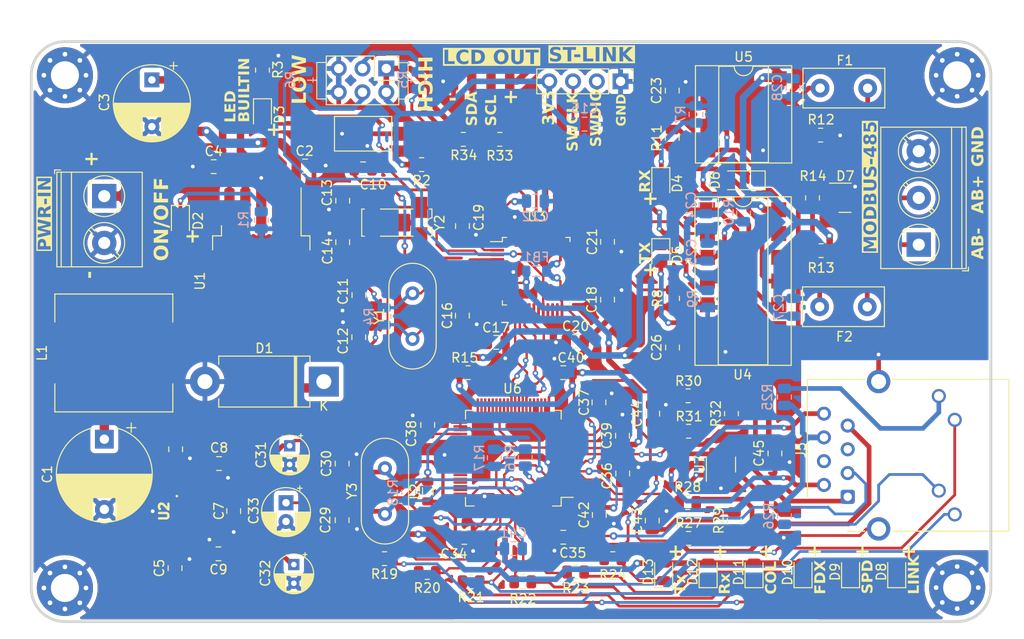
<source format=kicad_pcb>
(kicad_pcb (version 20241229) (generator "pcbnew") (generator_version "9.0")
  (layers (0 "F.Cu" signal) (2 "B.Cu" signal) (13 "F.Paste" user) (15 "B.Paste" user) (5 "F.SilkS" user "F.Silkscreen") (7 "B.SilkS" user "B.Silkscreen") (1 "F.Mask" user) (3 "B.Mask" user) (25 "Edge.Cuts" user))
  (net 0 "")
  (net 1 "Net-(J1-Pin_1)")
  (net 2 "GND")
  (net 3 "+5V")
  (net 4 "Net-(U2-BP)")
  (net 5 "+3.3V")
  (net 6 "/NRST")
  (net 7 "/OSC-IN")
  (net 8 "/OSC-OUT")
  (net 9 "/PC14")
  (net 10 "/PC15")
  (net 11 "+3.3VA")
  (net 12 "Net-(D6-A)")
  (net 13 "/XTLN")
  (net 14 "/XTLP")
  (net 15 "+1V8")
  (net 16 "/+1V8A")
  (net 17 "Net-(C43-Pad1)")
  (net 18 "Net-(C44-Pad1)")
  (net 19 "Net-(D1-K)")
  (net 20 "Net-(D2-K)")
  (net 21 "Net-(D3-K)")
  (net 22 "Net-(D3-A)")
  (net 23 "Net-(D4-K)")
  (net 24 "/RX-LED")
  (net 25 "Net-(D5-K)")
  (net 26 "/TX-LED")
  (net 27 "/DI")
  (net 28 "/TO_AB+")
  (net 29 "/TO_AB-")
  (net 30 "LINKLED")
  (net 31 "/SPDLED")
  (net 32 "FDXLED")
  (net 33 "/COLLED")
  (net 34 "/RXLED")
  (net 35 "/TXLED")
  (net 36 "/AB+")
  (net 37 "/AB-")
  (net 38 "Net-(J2-Pin_3)")
  (net 39 "Net-(J2-Pin_4)")
  (net 40 "SWDIO")
  (net 41 "SWCLK")
  (net 42 "TXOP")
  (net 43 "TXON")
  (net 46 "RXIP")
  (net 47 "RXIN")
  (net 48 "Net-(J5-Pad10)")
  (net 49 "Net-(J5-Pad12)")
  (net 50 "BOOT0")
  (net 51 "BOOT1")
  (net 52 "TX")
  (net 53 "/RO")
  (net 54 "/SEN")
  (net 55 "/RST")
  (net 56 "Net-(R16-Pad2)")
  (net 57 "Net-(R27-Pad2)")
  (net 58 "Net-(R30-Pad2)")
  (net 63 "SCS")
  (net 64 "SCLK")
  (net 65 "MISO")
  (net 66 "MOSI")
  (net 76 "RX")
  (net 83 "SCL")
  (net 84 "SDA")
  (net 87 "/RE&DE")
  (net 91 "CS")
  (net 92 "INT")
  (net 93 "WR")
  (net 94 "RD")
  (net 95 "RESET")
  (net 103 "Net-(D8-K)")
  (net 104 "Net-(D9-K)")
  (net 105 "Net-(D10-K)")
  (net 106 "Net-(D11-K)")
  (net 107 "Net-(D12-K)")
  (net 108 "Net-(D13-K)")
  (footprint "LED_SMD:LED_0805_2012Metric" (layer "F.Cu") (at 111.0507 81.6864 90)
    (property "Reference" "D13")
    (property "Value" "LED")
  )
  (footprint "Resistor_SMD:R_0805_2012Metric" (layer "F.Cu") (at 126.9492 41.7068 90)
    (property "Reference" "R14")
    (property "Value" "120")
  )
  (footprint "Capacitor_SMD:C_0805_2012Metric" (layer "F.Cu") (at 58.862 81.28 90)
    (property "Reference" "C5")
    (property "Value" "1uF")
  )
  (footprint "Crystal:Crystal_HC49-U_Vertical" (layer "F.Cu") (at 81.28 75.492 90)
    (property "Reference" "Y3")
    (property "Value" "25MHz")
  )
  (footprint "Resistor_SMD:R_0805_2012Metric" (layer "F.Cu") (at 90.17 60.389151 180)
    (property "Reference" "R15")
    (property "Value" "4K7")
  )
  (footprint "Capacitor_THT:CP_Radial_D4.0mm_P2.00mm" (layer "F.Cu") (at 71.55 80.9 -90)
    (property "Reference" "C32")
    (property "Value" "3.3uF/16V")
  )
  (footprint "Package_TO_SOT_SMD:SOT94P279X129-5N" (layer "F.Cu") (at 60.452 75.184)
    (property "Reference" "U2")
    (property "Value" "RT9193-33GB")
  )
  (footprint "Resistor_SMD:R_0805_2012Metric" (layer "F.Cu") (at 113.6142 74.2696)
    (property "Reference" "R28")
    (property "Value" "49R9")
  )
  (footprint "Crystal:Crystal_HC49-U_Vertical" (layer "F.Cu") (at 84.2295 51.906 -90)
    (property "Reference" "Y1")
    (property "Value" "8MHz")
  )
  (footprint "MountingHole:MountingHole_3mm_Pad_Via" (layer "F.Cu") (at 47.1 28.6)
    (property "Reference" "H4")
    (property "Value" "MountingHole_Pad")
  )
  (footprint "Package_QFP:LQFP-48_7x7mm_P0.5mm" (layer "F.Cu") (at 97.4375 49.542)
    (property "Reference" "U3")
    (property "Value" "STM32F103C8Tx")
  )
  (footprint "Capacitor_SMD:C_0805_2012Metric" (layer "F.Cu") (at 78.95 38.6 180)
    (property "Reference" "C10")
    (property "Value" "1uF")
  )
  (footprint "TerminalBlock_Phoenix:TerminalBlock_Phoenix_PT-1,5-3-5.0-H_1x03_P5.00mm_Horizontal" (layer "F.Cu") (at 138.3 46.7068 90)
    (property "Reference" "J4")
    (property "Value" "Modbus-485")
  )
  (footprint "Resistor_SMD:R_0805_2012Metric" (layer "F.Cu") (at 127.8128 35.0012 180)
    (property "Reference" "R12")
    (property "Value" "4K7")
  )
  (footprint "Capacitor_SMD:C_0805_2012Metric" (layer "F.Cu") (at 111.967 30.238 90)
    (property "Reference" "C23")
    (property "Value" "22nF")
  )
  (footprint "Capacitor_THT:CP_Radial_D10.0mm_P7.50mm" (layer "F.Cu") (at 51.308 67.502323 -90)
    (property "Reference" "C1")
    (property "Value" "470uF/50V")
  )
  (footprint "MountingHole:MountingHole_3mm_Pad_Via" (layer "F.Cu") (at 142.4 28.6)
    (property "Reference" "H3")
    (property "Value" "MountingHole_Pad")
  )
  (footprint "LED_SMD:LED_0805_2012Metric" (layer "F.Cu") (at 110.75 47.75 -90)
    (property "Reference" "D5")
    (property "Value" "LED")
  )
  (footprint "Capacitor_SMD:C_0805_2012Metric" (layer "F.Cu") (at 76.768 42.006 -90)
    (property "Reference" "C13")
    (property "Value" "15pF")
  )
  (footprint "Capacitor_SMD:C_0805_2012Metric" (layer "F.Cu") (at 109.8804 64.77 90)
    (property "Reference" "C44")
    (property "Value" "100nF")
  )
  (footprint "Connector_Wire:SolderWirePad_1x01_SMD_1x2mm" (layer "F.Cu") (at 94.61 29.25 180)
    (property "Reference" "TP1" (hide yes))
    (property "Value" "TestPoint")
  )
  (footprint "LED_SMD:LED_0805_2012Metric" (layer "F.Cu") (at 131.0132 81.6864 90)
    (property "Reference" "D9")
    (property "Value" "LED")
  )
  (footprint "Resistor_SMD:R_0805_2012Metric" (layer "F.Cu") (at 85.2 38.15)
    (property "Reference" "R2")
    (property "Value" "10K")
  )
  (footprint "Capacitor_SMD:C_0805_2012Metric" (layer "F.Cu") (at 105.0575 46.4 -90)
    (property "Reference" "C21")
    (property "Value" "100nF")
  )
  (footprint "Inductor_SMD:L_0805_2012Metric" (layer "F.Cu") (at 85.852 73.089151 90)
    (property "Reference" "L2")
    (property "Value" "1uH/250mA")
  )
  (footprint "Package_DIP:DIP-14_W7.62mm_SMDSocket_SmallPads" (layer "F.Cu") (at 119.5324 50.5968)
    (property "Reference" "U4")
    (property "Value" "74HC14")
  )
  (footprint "Package_TO_SOT_SMD:SOT-23-6" (layer "F.Cu") (at 117.1702 70.2056 90)
    (property "Reference" "U7")
    (property "Value" "SRV05-4")
  )
  (footprint "Capacitor_SMD:C_0805_2012Metric" (layer "F.Cu") (at 100.33 60.389151 180)
    (property "Reference" "C40")
    (property "Value" "100nF")
  )
  (footprint "LED_SMD:LED_0805_2012Metric" (layer "F.Cu") (at 110.75 40.15 -90)
    (property "Reference" "D4")
    (property "Value" "LED")
  )
  (footprint "Capacitor_SMD:C_0805_2012Metric" (layer "F.Cu") (at 76.708 76.156 -90)
    (property "Reference" "C29")
    (property "Value" "13pF")
  )
  (footprint "Capacitor_SMD:C_0805_2012Metric" (layer "F.Cu") (at 105.0575 52.59 90)
    (property "Reference" "C18")
    (property "Value" "1uF")
  )
  (footprint "Package_TO_SOT_SMD:SOT-23" (layer "F.Cu") (at 130.4267 41.6916)
    (property "Reference" "D7")
    (property "Value" "SM712_SOT23")
  )
  (footprint "Capacitor_SMD:C_0805_2012Metric" (layer "F.Cu") (at 104.14 63.566 90)
    (property "Reference" "C37")
    (property "Value" "100nF")
  )
  (footprint "Capacitor_SMD:C_0805_2012Metric" (layer "F.Cu") (at 85.852 65.977151 90)
    (property "Reference" "C38")
    (property "Value" "100nF")
  )
  (footprint "Connector_RJ:RJ45_Cetus_J1B1211CCD_Horizontal" (layer "F.Cu") (at 130.71 73.66 90)
    (property "Reference" "J5")
    (property "Value" "8P8C_LED_Shielded")
  )
  (footprint "Capacitor_SMD:C_0805_2012Metric" (layer "F.Cu") (at 101.6 57.05 180)
    (property "Reference" "C20")
    (property "Value" "100nF")
  )
  (footprint "Inductor_SMD:L_12x12mm_H4.5mm" (layer "F.Cu") (at 52.324 58.282651)
    (property "Reference" "L1")
    (property "Value" "47uH")
  )
  (footprint "Connector_Wire:SolderWirePad_1x01_SMD_1x2mm" (layer "F.Cu") (at 92.61 29.25 180)
    (property "Reference" "TP2" (hide yes))
    (property "Value" "TestPoint")
  )
  (footprint "Crystal:Crystal_SMD_SeikoEpson_MC156-4Pin_7.1x2.5mm_HandSoldering" (layer "F.Cu") (at 82.55 44.35 180)
    (property "Reference" "Y2")
    (property "Value" "32.768KHz")
  )
  (footprint "Resistor_SMD:R_0805_2012Metric" (layer "F.Cu") (at 85.802 81.75 180)
    (property "Reference" "R20")
    (property "Value" "1K4")
  )
  (footprint "LED_SMD:LED_0805_2012Metric" (layer "F.Cu") (at 125.9332 81.6864 90)
    (property "Reference" "D10")
    (property "Value" "LED")
  )
  (footprint "LED_SMD:LED_0805_2012Metric" (layer "F.Cu") (at 135.9427 81.6864 90)
    (property "Reference" "D8")
    (property "Value" "LED")
  )
  (footprint "Resistor_SMD:R_0805_2012Metric" (layer "F.Cu") (at 81.23 80.268 180)
    (property "Reference" "R19")
    (property "Value" "1K4")
  )
  (footprint "Connector_PinHeader_2.54mm:PinHeader_1x04_P2.54mm_Vertical" (layer "F.Cu") (at 106.45 29.25 -90)
    (property "Reference" "J3")
    (property "Value" "ST-LINK PROGRAMMER")
  )
  (footprint "Button_Switch_SMD:SW_SPST_CK_RS282G05A3" (layer "F.Cu") (at 78.95 34.85)
    (property "Reference" "SW1")
    (property "Value" "SW_Push")
  )
  (footprint "Capacitor_SMD:C_0805_2012Metric" (layer "F.Cu") (at 58.928 68.58 -90)
    (property "Reference" "C6" (hide yes))
    (property "Value" "100nF")
  )
  (footprint "Resistor_SMD:R_0805_2012Metric" (layer "F.Cu") (at 113.665 62.865)
    (property "Reference" "R30")
    (property "Value" "49R9")
  )
  (footprint "Resistor_SMD:R_0805_2012Metric" (layer "F.Cu") (at 96 82.75)
    (property "Reference" "R22")
    (property "Value" "1K4")
  )
  (footprint "Capacitor_SMD:C_0805_2012Metric" (layer "F.Cu") (at 78.5 52.1 -90)
    (property "Reference" "C11")
    (property "Value" "22pF")
  )
  (footprint "LED_SMD:LED_0805_2012Metric" (layer "F.Cu") (at 120.7027 81.6864 90)
    (property "Reference" "D11")
    (property "Value" "LED")
  )
  (footprint "LED_SMD:LED_0805_2012Metric" (layer "F.Cu") (at 59.436 44.196 -90)
    (property "Reference" "D2")
    (property "Value" "LED")
  )
  (footprint "LED_SMD:LED_0805_2012Metric" (layer "F.Cu") (at 115.7982 81.6864 90)
    (property "Reference" "D12")
    (property "Value" "LED")
  )
  (footprint "Capacitor_THT:CP_Radial_D4.0mm_P2.00mm" (layer "F.Cu") (at 71.1 68.2 -90)
    (property "Reference" "C31")
    (property "Value" "3.3uF/16V")
  )
  (footprint "Resistor_SMD:R_0805_2012Metric" (layer "F.Cu") (at 127.8636 47.3456)
    (property "Reference" "R13")
    (property "Value" "4K7")
  )
  (footprint "Fuse:Fuse_Littelfuse_395Series" (layer "F.Cu") (at 127.762 29.972)
    (property "Reference" "F1")
    (property "Value" "Polyfuse")
  )
  (footprint "Resistor_SMD:R_0805_2012Metric" (layer "F.Cu") (at 112 52.45 -90)
    (property "Reference" "R8")
    (property "Value" "4K7")
  )
  (footprint "Capacitor_SMD:C_0805_2012Metric" (layer "F.Cu") (at 104.175 75.6 -90)
    (property "Reference" "C42")
    (property "Value" "100nF")
  )
  (footprint "Package_DIP:DIP-8_W7.62mm_SMDSocket_SmallPads" (layer "F.Cu") (at 119.587 32.778)
    (property "Reference" "U5")
    (property "Value" "MAX485E")
  )
  (footprint "Capacitor_SMD:C_0805_2012Metric" (layer "F.Cu") (at 62.992 38.367151 180)
    (property "Reference" "C4")
    (property "Value" "100nF")
  )
  (footprint "Capacitor_SMD:C_0805_2012Metric" (layer "F.Cu") (at 100.33 77.978 180)
    (property "Reference" "C35")
    (property "Value" "100nF")
  )
  (footprint "Connector_PinHeader_2.54mm:PinHeader_2x03_P2.54mm_Vertical" (layer "F.Cu") (at 81.425 27.875 -90)
    (property "Reference" "J2")
    (property "Value" "BOOT MODE")
  )
  (footprint "Connector_Wire:SolderWirePad_1x01_SMD_1x2mm" (layer "F.Cu") (at 88.61 29.25 180)
    (property "Reference" "TP4" (hide yes))
    (property "Value" "TestPoint")
  )
  (footprint "Resistor_SMD:R_0805_2012Metric" (layer "F.Cu") (at 89.65 35.45 180)
    (property "Reference" "R34")
    (property "Value" "4K7")
  )
  (footprint "Resistor_SMD:R_0805_2012Metric" (layer "F.Cu") (at 68.2 28.05 -90)
    (property "Reference" "R3")
    (property "Value" "1K4")
  )
  (footprint "Capacitor_SMD:C_0805_2012Metric" (layer "F.Cu") (at 89.75 78)
    (property "Reference" "C34")
    (property "Value" "100nF")
  )
  (footprint "TerminalBlock_Phoenix:TerminalBlock_Phoenix_PT-1,5-2-5.0-H_1x02_P5.00mm_Horizontal" (layer "F.Cu") (at 51.3 41.518651 -90)
    (property "Reference" "J1")
    (property "Value" "PWR-IN")
  )
  (footprint "Resistor_SMD:R_0805_2012Metric" (layer "F.Cu") (at 111.967 35.318 90)
    (property "Reference" "R11")
    (property "Value" "56K")
  )
  (footprint "Capacitor_SMD:C_0805_2012Metric" (layer "F.Cu") (at 89.55015 54.29 -90)
    (property "Reference" "C16")
    (property "Value" "100nF")
  )
  (footprint "Capacitor_THT:CP_Radial_D8.0mm_P5.00mm" (layer "F.Cu") (at 56.388 29.093349 -90)
    (property "Reference" "C3")
    (property "Value" "270uF/35V")
  )
  (footprint "LED_SMD:LED_0805_2012Metric" (layer "F.Cu") (at 68.2 32.8 -90)
    (property "Reference" "D3")
    (property "Value" "LED")
  )
  (footprint "Capacitor_THT:CP_Radial_D5.0mm_P2.00mm" (layer "F.Cu") (at 70.7136 74.295 -90)
    (property "Reference" "C33")
    (property "Value" "10uF/16V")
  )
  (footprint "Resistor_SMD:R_0805_2012Metric" (layer "F.Cu") (at 118.2897 64.77 90)
    (property "Reference" "R32")
    (property "Value" "49R9")
  )
  (footprint "Capacitor_SMD:C_0805_2012Metric" (layer "F.Cu") (at 76.768 46.446 90)
    (property "Reference" "C14")
    (property "Value" "15pF")
  )
  (footprint "Capacitor_SMD:C_0805_2012Metric" (layer "F.Cu") (at 76.708 70.104 90)
    (property "Reference" "C30")
    (property "Value" "13pF")
  )
  (footprint "Capacitor_SMD:C_0805_2012Metric" (layer "F.Cu") (at 63.5 79.756 180)
    (property "Reference" "C9")
    (property "Value" "100nF")
  )
  (footprint "Resistor_SMD:R_0805_2012Metric" (layer "F.Cu") (at 113.7177 66.6496)
    (property "Reference" "R31")
    (property "Value" "49R9")
  )
  (footprint "Capacitor_SMD:C_0805_2012Metric" (layer "F.Cu") (at 112 57.7 90)
    (property "Reference" "C26")
    (property "Value" "100nF")
  )
  (footprint "Package_TO_SOT_SMD:TO-263-5_TabPin3" (layer "F.Cu") (at 68.072 50.589151 -90)
    (property "Reference" "U1")
    (property "Value" "LM2596S-5")
  )
  (footprint "Resistor_SMD:R_0805_2012Metric" (layer "F.Cu") (at 118.5907 76.2 90)
    (property "Reference" "R29")
    (property "Value" "49R9")
  )
  (footprint "MountingHole:MountingHole_3mm_Pad_Via" (layer "F.Cu") (at 142.4 83.3628)
    (property "Reference" "H2")
    (property "Value" "MountingHole_Pad")
  )
  (footprint "Resistor_SMD:R_0805_2012Metric" (layer "F.Cu") (at 105.614 80.268)
    (property "Reference" "R24")
    (property "Value" "1K4")
  )
  (footprint "Capacitor_SMD:C_0805_2012Metric" (layer "F.Cu") (at 89.5604 44.7192 -90)
    (property "Reference" "C19")
    (property "Value" "100nF")
  )
  (footprint "Resistor_SMD:R_0805_2012Metric" (layer "F.Cu") (at 101.65 81.7)
    (property "Reference" "R23")
    (property "Value" "1K4")
  )
  (footprint "MountingHole:MountingHole_3mm_Pad_Via" (layer "F.Cu") (at 47.1 83.4)
    (property "Reference" "H1")
    (property "Value" "MountingHole_Pad")
  )
  (footprint "Fuse:Fuse_Littelfuse_395Series" (layer "F.Cu") (at 127.715 53.34)
    (property "Reference" "F2")
    (property "Value" "Polyfuse")
  )
  (footprint "Diode_SMD:D_SOD-123" (layer "F.Cu") (at 119.5324 39.8272 180)
    (property "Reference" "D6")
    (property "Value" "1N4148W")
  )
  (footprint "Diode_THT:D_DO-201AD_P12.70mm_Horizontal" (layer "F.Cu") (at 74.7522 61.341 180)
    (property "Reference" "D1")
    (property "Value" "1N5822")
  )
  (footprint "Capacitor_SMD:C_0805_2012Metric" (layer "F.Cu") (at 122.936 69.022 -90)
    (property "Reference" "C45")
    (property "Value" "100nF")
  )
  (footprint "Capacitor_SMD:C_0805_2012Metric" (layer "F.Cu") (at 63.566 70.104)
    (property "Reference" "C8")
    (property "Value" "1uF")
  )
  (footprint "Capacitor_SMD:C_0805_2012Metric" (layer "F.Cu") (at 78.486 56.6 90)
    (property "Reference" "C12")
    (property "Value" "22pF")
  )
  (footprint "Capacitor_SMD:C_0805_2012Metric" (layer "F.Cu") (at 106.65 67.122 90)
    (property "Reference" "C39")
    (property "Value" "100nF")
  )
  (footprint "Capacitor_SMD:C_0805_2012Metric" (layer "F.Cu") (at 72.75 38.3)
    (property "Reference" "C2")
    (property "Value" "100nF")
  )
  (footprint "Connector_Wire:SolderWirePad_1x01_SMD_1x2mm" (layer "F.Cu") (at 90.55 29.25 180)
    (property "Reference" "TP3" (hide yes))
    (property "Value" "TestPoint")
  )
  (footprint "Resistor_SMD:R_0805_2012Metric" (layer "F.Cu") (at 90.4775 82.75 180)
    (property "Reference" "R21")
    (property "Value" "1K4")
  )
  (footprint "Capacitor_SMD:C_0805_2012Metric" (layer "F.Cu") (at 93.1672 57.15)
    (property "Reference" "C17")
    (property "Value" "1uF")
  )
  (footprint "Capacitor_SMD:C_0805_2012Metric" (layer "F.Cu") (at 106.68 71.1708 90)
    (property "Reference" "C36")
    (property "Value" "100nF")
  )
  (footprint "Capacitor_SMD:C_0805_2012Metric" (layer "F.Cu") (at 109.8315 76.2 90)
    (property "Reference" "C43")
    (property "Value" "100nF")
  )
  (footprint "Resistor_SMD:R_0805_2012Metric" (layer "F.Cu") (at 113.7177 78.105)
    (property "Reference" "R27")
    (property "Value" "49R9")
  )
  (footprint "Resistor_SMD:R_0805_2012Metric" (layer "F.Cu") (at 93.55 35.45)
    (property "Reference" "R33")
    (property "Value" "4K7")
  )
  (footprint "Package_QFP:LQFP-80_10x10mm_P0.4mm" (layer "F.Cu") (at 94.996 69.533151 180)
    (property "Reference" "U6")
    (property "Value" "W5100")
  )
  (footprint "Capacitor_SMD:C_0805_2012Metric" (layer "F.Cu") (at 65.1256 75.184 -90)
    (property "Reference" "C7")
    (property "Value" "22nF")
  )
  (footprint "Resistor_SMD:R_0805_2012Metric" (layer "B.Cu") (at 119.587 43.3425 90)
    (property "Reference" "R10")
    (property "Value" "4K7")
  )
  (footprint "Resistor_SMD:R_0805_2012Metric" (layer "B.Cu") (at 114.507 32.778 -90)
    (property "Reference" "R7")
    (property "Value" "2K4")
  )
  (footprint "Capacitor_SMD:C_0805_2012Metric" (layer "B.Cu") (at 124.9 53.4 90)
    (property "Reference" "C27")
    (property "Value" "100nF")
  )
  (footprint "Resistor_SMD:R_0805_2012Metric" (layer "B.Cu") (at 96.266 69.469 90)
    (property "Reference" "R16")
    (property "Value" "12K")
  )
  (footprint "Capacitor_SMD:C_0805_2012Metric" (layer "B.Cu") (at 95 79.2 180)
    (property "Reference" "C41")
    (property "Value" "100nF")
  )
  (footprint "Capacitor_SMD:C_0805_2012Metric" (layer "B.Cu") (at 124.8664 29.9212 -90)
    (property "Reference" "C28")
    (property "Value" "100nF")
  )
  (footprint "Inductor_SMD:L_0805_2012Metric" (layer "B.Cu") (at 97.4375 49.542)
    (property "Reference" "FB1")
    (property "Value" "120R")
  )
  (footprint "Capacitor_SMD:C_0805_2012Metric" (layer "B.Cu") (at 102.6092 33.822 180)
    (property "Reference" "C15")
    (property "Value" "100nF")
  )
  (footprint "Resistor_SMD:R_0805_2012Metric" (layer "B.Cu") (at 92.964 69.4925 90)
    (property "Reference" "R17")
    (property "Value" "300")
  )
  (footprint "Resistor_SMD:R_0805_2012Metric" (layer "B.Cu") (at 83.82 73.152 90)
    (property "Reference" "R18")
    (property "Value" "1M")
  )
  (footprint "Resistor_SMD:R_0805_2012Metric" (layer "B.Cu") (at 123.952 75.692 90)
    (property "Reference" "R26")
    (property "Value" "1K4")
  )
  (footprint "Resistor_SMD:R_0805_2012Metric" (layer "B.Cu") (at 81.1815 54.356 -90)
    (property "Reference" "R4")
    (property "Value" "1M")
  )
  (footprint "Resistor_SMD:R_0805_2012Metric" (layer "B.Cu") (at 123.952 62.992 -90)
    (property "Reference" "R25")
    (property "Value" "1K4")
  )
  (footprint "Resistor_SMD:R_0805_2012Metric" (layer "B.Cu") (at 115.75 52.5 90)
    (property "Reference" "R9")
    (property "Value" "2K4")
  )
  (footprint "Capacitor_SMD:C_0805_2012Metric" (layer "B.Cu") (at 97.35 42.05)
    (property "Reference" "C22")
    (property "Value" "100nF")
  )
  (footprint "Capacitor_SMD:C_0805_2012Metric" (layer "B.Cu") (at 115.55 42.45 90)
    (property "Reference" "C24")
    (property "Value" "100nF")
  )
  (footprint "Capacitor_SMD:C_0805_2012Metric" (layer "B.Cu") (at 115.7 47.5 90)
    (property "Reference" "C25")
    (property "Value" "100nF")
  )
  (footprint "Resistor_SMD:R_0805_2012Metric" (layer "B.Cu") (at 84.8064 29.15 90)
    (property "Reference" "R5")
    (property "Value" "100K")
  )
  (footprint "Resistor_SMD:R_0805_2012Metric" (layer "B.Cu") (at 68.072 44.0925 -90)
    (property "Reference" "R1")
    (property "Value" "2K4")
  )
  (footprint "Resistor_SMD:R_0805_2012Metric" (layer "B.Cu") (at 72.8648 29.1 90)
    (property "Reference" "R6")
    (property "Value" "100K")
  )
  (gr_line (start 74 29.1308) (end 73 29.1308) (stroke (width 0.1)) (layer "F.SilkS"))
  (gr_line (start 74 27.2308) (end 74 31.1308) (stroke (width 0.1)) (layer "F.SilkS"))
  (gr_line (start 82.75 27.25) (end 83.75 27.25) (stroke (width 0.1)) (layer "F.SilkS"))
  (gr_line (start 83.75 29.15) (end 84.75 29.15) (stroke (width 0.1)) (layer "F.SilkS"))
  (gr_line (start 82.75 31.15) (end 83.75 31.15) (stroke (width 0.1)) (layer "F.SilkS"))
  (gr_line (start 75 27.2308) (end 74 27.2308) (stroke (width 0.1)) (layer "F.SilkS"))
  (gr_line (start 75 31.1308) (end 74 31.1308) (stroke (width 0.1)) (layer "F.SilkS"))
  (gr_line (start 83.75 31.15) (end 83.75 27.25) (stroke (width 0.1)) (layer "F.SilkS"))
  (gr_arc (start 142.4 25) (mid 144.945585 26.054415) (end 146 28.6) (stroke (width 0.3)) (layer "Edge.Cuts"))
  (gr_line (start 47.1 87) (end 142.4 87) (stroke (width 0.3)) (layer "Edge.Cuts"))
  (gr_arc (start 47.1 87) (mid 44.554415 85.945585) (end 43.5 83.4) (stroke (width 0.3)) (layer "Edge.Cuts"))
  (gr_arc (start 146 83.4) (mid 144.945585 85.945585) (end 142.4 87) (stroke (width 0.3)) (layer "Edge.Cuts"))
  (gr_arc (start 43.5 28.6) (mid 44.554415 26.054415) (end 47.1 25) (stroke (width 0.3)) (layer "Edge.Cuts"))
  (gr_line (start 43.5 83.4) (end 43.5 28.6) (stroke (width 0.3)) (layer "Edge.Cuts"))
  (gr_line (start 146 28.6) (end 146 83.4) (stroke (width 0.3)) (layer "Edge.Cuts"))
  (gr_line (start 142.4 25) (end 47.1 25) (stroke (width 0.3)) (layer "Edge.Cuts"))
  (gr_text "+" (at 110.55 42.681 90) (layer "F.SilkS") (effects (font (size 1.5 1.5) (thickness 0.3) (bold yes)) (justify left bottom)))
  (gr_text "+" (at 128.1 80.4 90) (layer "F.SilkS") (effects (font (size 1.5 1.5) (thickness 0.3) (bold yes)) (justify left bottom)))
  (gr_text "+" (at 118 80.4 90) (layer "F.SilkS") (effects (font (size 1.5 1.5) (thickness 0.3) (bold yes)) (justify left bottom)))
  (gr_text "3V3" (at 99.5532 33.97 90) (layer "F.SilkS") (effects (font (size 1.25 1.25) (thickness 0.25) (bold yes)) (justify left bottom)))
  (gr_text "SCL" (at 93.35 34.05 90) (layer "F.SilkS") (effects (font (size 1.15 1.15) (thickness 0.25) (bold yes)) (justify left bottom)))
  (gr_text "TX" (at 109.79 48.75 90) (layer "F.SilkS") (effects (font (size 1.15 1.15) (thickness 0.25) (bold yes)) (justify left bottom)))
  (gr_text "LINK" (at 138.5 84.1 90) (layer "F.SilkS") (effects (font (size 1.15 1.15) (thickness 0.25) (bold yes)) (justify left bottom)))
  (gr_text "RX" (at 109.79 41.15 90) (layer "F.SilkS") (effects (font (size 1.15 1.15) (thickness 0.25) (bold yes)) (justify left bottom)))
  (gr_text "+" (at 113.25 80.4 90) (layer "F.SilkS") (effects (font (size 1.5 1.5) (thickness 0.3) (bold yes)) (justify left bottom)))
  (gr_text "HIGH" (at 84.578 26.53 270) (layer "F.SilkS") (effects (font (size 1.5 1.5) (thickness 0.3) (bold yes)) (justify left bottom)))
  (gr_text "+" (at 95.65 31.8 90) (layer "F.SilkS") (effects (font (size 1.5 1.5) (thickness 0.3) (bold yes)) (justify left bottom)))
  (gr_text "Rx" (at 118.3 84.1 90) (layer "F.SilkS") (effects (font (size 1.15 1.15) (thickness 0.25) (bold yes)) (justify left bottom)))
  (gr_text "LOW" (at 73.1 31.7308 90) (layer "F.SilkS") (effects (font (size 1.5 1.5) (thickness 0.3) (bold yes)) (justify left bottom)))
  (gr_text "GND" (at 145.4 38.4 90) (layer "F.SilkS") (effects (font (size 1.25 1.25) (thickness 0.3) (bold yes)) (justify left bottom)))
  (gr_text "SDA" (at 91.3 34.05 90) (layer "F.SilkS") (effects (font (size 1.15 1.15) (thickness 0.25) (bold yes)) (justify left bottom)))
  (gr_text "GND" (at 107.1532 34.07 90) (layer "F.SilkS") (effects (font (size 1 1) (thickness 0.25) (bold yes)) (justify left bottom)))
  (gr_text "SWDIO\n" (at 104.5532 36.27 90) (layer "F.SilkS") (effects (font (size 1.15 1.15) (thickness 0.25) (bold yes)) (justify left bottom)))
  (gr_text "LED" (at 65.5 33.675 90) (layer "F.SilkS") (effects (font (size 1.15 1.15) (thickness 0.2875) (bold yes)) (justify left bottom)))
  (gr_text "Tx" (at 113.55 84.05 90) (layer "F.SilkS") (effects (font (size 1.15 1.15) (thickness 0.25) (bold yes)) (justify left bottom)))
  (gr_text "PWR-IN" (at 45.8 47.4 90) (layer "F.SilkS" knockout) (effects (font (size 1.35 1.35) (thickness 0.3) (bold yes)) (justify left bottom)))
  (gr_text "AB-" (at 145.4 48.3 90) (layer "F.SilkS") (effects (font (size 1.25 1.25) (thickness 0.2875) (bold yes)) (justify left bottom)))
  (gr_text "+" (at 110.55 50.3 90) (layer "F.SilkS") (effects (font (size 1.5 1.5) (thickness 0.3) (bold yes)) (justify left bottom)))
  (gr_text "LCD OUT" (at 87.45 27.65 0) (layer "F.SilkS" knockout) (effects (font (size 1.5 1.5) (thickness 0.3) (bold yes)) (justify left bottom)))
  (gr_text "+" (at 61.65 46.7 90) (layer "F.SilkS") (effects (font (size 1.5 1.5) (thickness 0.3) (bold yes)) (justify left bottom)))
  (gr_text "COL" (at 123.25 84.1 90) (layer "F.SilkS") (effects (font (size 1.15 1.15) (thickness 0.25) (bold yes)) (justify left bottom)))
  (gr_text "SWCLK\n" (at 102.0532 36.77 90) (layer "F.SilkS") (effects (font (size 1.15 1.15) (thickness 0.25) (bold yes)) (justify left bottom)))
  (gr_text "-" (at 50.6 50.368651 90) (layer "F.SilkS") (effects (font (size 1.5 1.5) (thickness 0.3) (bold yes)) (justify left bottom)))
  (gr_text "MODBUS-485" (at 134 47.6 90) (layer "F.SilkS" knockout) (effects (font (size 1.35 1.35) (thickness 0.3) (bold yes)) (justify left bottom)))
  (gr_text "+" (at 133.2 80.4 90) (layer "F.SilkS") (effects (font (size 1.5 1.5) (thickness 0.3) (bold yes)) (justify left bottom)))
  (gr_text "BUILTIN" (at 66.975 33.65 90) (layer "F.SilkS") (effects (font (size 1.15 1.15) (thickness 0.2875) (bold yes)) (justify left bottom)))
  (gr_text "ST-LINK" (at 98.7532 27.37 0) (layer "F.SilkS" knockout) (effects (font (size 1.5 1.5) (thickness 0.3) (bold yes)) (justify left bottom)))
  (gr_text "-" (at 88.95 30.3 180) (layer "F.SilkS") (effects (font (size 1.5 1.5) (thickness 0.3) (bold yes)) (justify left bottom)))
  (gr_text "SPD" (at 133.55 84.05 90) (layer "F.SilkS") (effects (font (size 1.15 1.15) (thickness 0.25) (bold yes)) (justify left bottom)))
  (gr_text "+" (at 50.854 38.430651 90) (layer "F.SilkS") (effects (font (size 1.5 1.5) (thickness 0.3) (bold yes)) (justify left bottom)))
  (gr_text "ON/OFF" (at 58.372 48.476 90) (layer "F.SilkS") (effects (font (size 1.5 1.5) (thickness 0.3) (bold yes)) (justify left bottom)))
  (gr_text "AB+" (at 145.4 43.4 90) (layer "F.SilkS") (effects (font (size 1.25 1.25) (thickness 0.2875) (bold yes)) (justify left bottom)))
  (gr_text "+" (at 122.9 80.4 90) (layer "F.SilkS") (effects (font (size 1.5 1.5) (thickness 0.3) (bold yes)) (justify left bottom)))
  (gr_text "+" (at 70.35 35.3 90) (layer "F.SilkS") (effects (font (size 1.5 1.5) (thickness 0.3) (bold yes)) (justify left bottom)))
  (gr_text "+" (at 138.15 80.4 90) (layer "F.SilkS") (effects (font (size 1.5 1.5) (thickness 0.3) (bold yes)) (justify left bottom)))
  (gr_text "FDX" (at 128.5 84.1 90) (layer "F.SilkS") (effects (font (size 1.15 1.15) (thickness 0.25) (bold yes)) (justify left bottom)))
  (segment (start 54.4576 42.926) (end 53.050251 41.518651) (width 1) (layer "F.Cu") (net 1))
  (segment (start 71.472 40.078) (end 71.8 39.75) (width 1) (layer "F.Cu") (net 1))
  (segment (start 53.050251 41.518651) (end 51.3 41.518651) (width 1) (layer "F.Cu") (net 1))
  (segment (start 51.308 53.4416) (end 54.4576 50.292) (width 1) (layer "F.Cu") (net 1))
  (segment (start 62.23 34.5948) (end 59.974102 34.5948) (width 1) (layer "F.Cu") (net 1))
  (segment (start 71.8 37.5) (end 71.8 38.3) (width 1) (layer "F.Cu") (net 1))
  (segment (start 70.114 35.814) (end 71.8 37.5) (width 1) (layer "F.Cu") (net 1))
  (segment (start 54.4576 50.292) (end 54.4576 42.926) (width 1) (layer "F.Cu") (net 1))
  (segment (start 71.472 42.939151) (end 71.472 40.078) (width 1) (layer "F.Cu") (net 1))
  (segment (start 59.974102 34.5948) (end 53.050251 41.518651) (width 1) (layer "F.Cu") (net 1))
  (segment (start 51.308 67.502323) (end 51.308 53.4416) (width 1) (layer "F.Cu") (net 1))
  (segment (start 71.8 39.75) (end 71.8 38.3) (width 1) (layer "F.Cu") (net 1))
  (segment (start 67.7164 35.814) (end 70.114 35.814) (width 1) (layer "F.Cu") (net 1))
  (via (at 67.7164 35.814) (size 1) (drill 0.5) (layers "F.Cu" "B.Cu") (net 1))
  (via (at 62.23 34.5948) (size 1) (drill 0.5) (layers "F.Cu" "B.Cu") (net 1))
  (segment (start 63.5 35.8648) (end 62.23 34.5948) (width 1) (layer "B.Cu") (net 1))
  (segment (start 67.7164 35.814) (end 67.6656 35.8648) (width 1) (layer "B.Cu") (net 1))
  (segment (start 67.6656 35.8648) (end 63.5 35.8648) (width 1) (layer "B.Cu") (net 1))
  (segment (start 109.8467 75.2348) (end 109.8315 75.25) (width 0.3) (layer "F.Cu") (net 2))
  (segment (start 98.796 63.004) (end 99.38 62.42) (width 0.254) (layer "F.Cu") (net 2))
  (segment (start 99.38 58.8924) (end 99.38 60.389151) (width 0.6) (layer "F.Cu") (net 2))
  (segment (start 91.196 63.870651) (end 91.596 63.870651) (width 0.254) (layer "F.Cu") (net 2))
  (segment (start 99.3 65.925) (end 98.575 65.2) (width 0.254) (layer "F.Cu") (net 2))
  (segment (start 56.4728 75.2) (end 56.4888 75.184) (width 0.5) (layer "F.Cu") (net 2))
  (segment (start 91.996 75.195651) (end 91.996 76.054) (width 0.254) (layer "F.Cu") (net 2))
  (segment (start 96.796 63.870651) (end 97.196 63.870651) (width 0.254) (layer "F.Cu") (net 2))
  (segment (start 98.7 69.95) (end 99.375 69.95) (width 0.254) (layer "F.Cu") (net 2))
  (segment (start 98.796 63.870651) (end 98.796 63.004) (width 0.254) (layer "F.Cu") (net 2))
  (segment (start 99.38 77.978) (end 99.38 79.414444) (width 0.5) (layer "F.Cu") (net 2))
  (segment (start 100.6335 65.925) (end 99.3 65.925) (width 0.254) (layer "F.Cu") (net 2))
  (segment (start 89.3335 69.333151) (end 89.3335 69.15) (width 0.254) (layer "F.Cu") (net 2))
  (segment (start 89.3335 69.15) (end 89.3335 68.933151) (width 0.254) (layer "F.Cu") (net 2))
  (segment (start 106.5308 47.444) (end 105.1515 47.444) (width 0.6) (layer "F.Cu") (net 2))
  (segment (start 91 45.65) (end 90.9808 45.6692) (width 0.6) (layer "F.Cu") (net 2))
  (segment (start 79.4 37.05) (end 79.9 37.55) (width 0.6) (layer "F.Cu") (net 2))
  (segment (start 90.7 78) (end 90.7 79.45) (width 0.5) (layer "F.Cu") (net 2))
  (segment (start 89.3335 67.9) (end 90.45 67.9) (width 0.254) (layer "F.Cu") (net 2))
  (segment (start 79.9 37.55) (end 79.9 38.6) (width 0.6) (layer "F.Cu") (net 2))
  (segment (start 91.596 63.870651) (end 91.996 63.870651) (width 0.254) (layer "F.Cu") (net 2))
  (segment (start 94.1324 58.8518) (end 94.1172 58.8366) (width 0.3) (layer "F.Cu") (net 2))
  (segment (start 75.05 34.85) (end 76.7 34.85) (width 0.6) (layer "F.Cu") (net 2))
  (segment (start 102.875 73.55) (end 102.875 75.975) (width 0.254) (layer "F.Cu") (net 2))
  (segment (start 96.975 65.175) (end 94.825 65.175) (width 0.254) (layer "F.Cu") (net 2))
  (segment (start 99.1 66.125) (end 99.3 65.925) (width 0.254) (layer "F.Cu") (net 2))
  (segment (start 106.65 64.875) (end 106.65 66.172) (width 0.6) (layer "F.Cu") (net 2))
  (segment (start 98.2 63.870651) (end 98.396 63.870651) (width 0.254) (layer "F.Cu") (net 2))
  (segment (start 95.15 43.75) (end 95.1875 43.7875) (width 0.3) (layer "F.Cu") (net 2))
  (segment (start 89.3335 70.133151) (end 89.3335 69.733151) (width 0.254) (layer "F.Cu") (net 2))
  (segment (start 105.484 62.616) (end 105.5 62.6) (width 0.3) (layer "F.Cu") (net 2))
  (segment (start 94.3356 50.292) (end 93.275 50.292) (width 0.254) (layer "F.Cu") (net 2))
  (segment (start 84.327151 65.027151) (end 85.852 65.027151) (width 0.6) (layer "F.Cu") (net 2))
  (segment (start 91.0844 55.2196) (end 91.064 55.24) (width 0.35) (layer "F.Cu") (net 2))
  (segment (start 131.5 41.5558) (end 131.3642 41.6916) (width 0.5) (layer "F.Cu") (net 2))
  (segment (start 134.01 77.09) (end 132.71 77.09) (width 0.3) (layer "F.Cu") (net 2))
  (segment (start 100.6585 65.9) (end 100.6585 65.733151) (width 0.254) (layer "F.Cu") (net 2))
  (segment (start 132 77.8) (end 124.1 77.8) (width 0.3) (layer "F.Cu") (net 2))
  (segment (start 88.883651 63.870651) (end 87.727151 65.027151) (width 0.254) (layer "F.Cu") (net 2))
  (segment (start 108.0708 70.2208) (end 106.68 70.2208) (width 0.6) (layer "F.Cu") (net 2))
  (segment (start 75.3572 45.496) (end 76.768 45.496) (width 0.6) (layer "F.Cu") (net 2))
  (segment (start 64.516 70.104) (end 64.516 71.628) (width 0.7) (layer "F.Cu") (net 2))
  (segment (start 91.996 76.054) (end 90.7 77.35) (width 0.254) (layer "F.Cu") (net 2))
  (segment (start 56.4888 75.184) (end 59.232 75.184) (width 0.6) (layer "F.Cu") (net 2))
  (segment (start 128.7489 35.0248) (end 128.7253 35.0012) (width 0.5) (layer "F.Cu") (net 2))
  (segment (start 117.1702 71.3431) (end 117.1702 72.7456) (width 0.5) (layer "F.Cu") (net 2))
  (segment (start 89.3335 69.333151) (end 89.3335 69.733151) (width 0.254) (layer "F.Cu") (net 2))
  (segment (start 105.1515 47.444) (end 105.0575 47.35) (width 0.6) (layer "F.Cu") (net 2))
  (segment (start 98.05 76.575) (end 97.596 76.121) (width 0.254) (layer "F.Cu") (net 2))
  (segment (start 104.14 62.616) (end 105.484 62.616) (width 0.5) (layer "F.Cu") (net 2))
  (segment (start 89.3335 69.15) (end 87.675 69.15) (width 0.254) (layer "F.Cu") (net 2))
  (segment (start 117.602 58.2168) (end 117.6528 58.166) (width 0.5) (layer "F.Cu") (net 2))
  (segment (start 93.196 63.870651) (end 93.49 63.870651) (width 0.254) (layer "F.Cu") (net 2))
  (segment (start 115.7224 58.2168) (end 117.602 58.2168) (width 0.6) (layer "F.Cu") (net 2))
  (segment (start 79.471 45.496) (end 76.768 45.496) (width 0.35) (layer "F.Cu") (net 2))
  (segment (start 105.0575 47.35) (end 104.9635 47.35) (width 0.35) (layer "F.Cu") (net 2))
  (segment (start 95.1875 43.7875) (end 95.1875 45.3795) (width 0.254) (layer "F.Cu") (net 2))
  (segment (start 89.281 45.3898) (end 89.5604 45.6692) (width 0.35) (layer "F.Cu") (net 2))
  (segment (start 98.575 65.2) (end 98.575 63.870651) (width 0.254) (layer "F.Cu") (net 2))
  (segment (start 58.862 80.33) (end 60.386 80.33) (width 0.7) (layer "F.Cu") (net 2))
  (segment (start 76.8 55) (end 77.836 55) (width 0.5) (layer "F.Cu") (net 2))
  (segment (start 97.375 64.775) (end 96.975 65.175) (width 0.254) (layer "F.Cu") (net 2))
  (segment (start 108.35 70.5) (end 108.0708 70.2208) (width 0.6) (layer "F.Cu") (net 2))
  (segment (start 68.2 27.1375) (end 68.2375 27.1) (width 0.6) (layer "F.Cu") (net 2))
  (segment (start 91.996 63.870651) (end 92.396 63.870651) (width 0.254) (layer "F.Cu") (net 2))
  (segment (start 68.072 42.939151) (end 68.072 52.089151) (width 0.8) (layer "F.Cu") (net 2))
  (segment (start 103.627 62.616) (end 104.14 62.616) (width 0.3) (layer "F.Cu") (net 2))
  (segment (start 105.1355 51.562) (end 105.0575 51.64) (width 0.35) (layer "F.Cu") (net 2))
  (segment (start 58.928 69.53) (end 60.4368 69.53) (width 0.6) (layer "F.Cu") (net 2))
  (segment (start 105.478 66.172) (end 106.65 66.172) (width 0.254) (layer "F.Cu") (net 2))
  (segment (start 100.6585 68.533151) (end 100.6585 68.325) (width 0.254) (layer "F.Cu") (net 2))
  (segment (start 88.433151 65.733151) (end 87.727151 65.027151) (width 0.254) (layer "F.Cu") (net 2))
  (segment (start 123.3582 36.6268) (end 123.397 36.588) (width 0.6) (layer "F.Cu") (net 2))
  (segment (start 90.7 77.35) (end 90.7 78) (width 0.254) (layer "F.Cu") (net 2))
  (segment (start 101.675 68.325) (end 102.3 67.7) (width 0.254) (layer "F.Cu") (net 2))
  (segment (start 79.95 42.725) (end 79.719 42.956) (width 0.35) (layer "F.Cu") (net 2))
  (segment (start 104.175 76.55) (end 105.7 76.55) (width 0.5) (layer "F.Cu") (net 2))
  (segment (start 75.3 42.95) (end 75.306 42.956) (width 0.35) (layer "F.Cu") (net 2))
  (segment (start 100.6585 66.933151) (end 99.383151 66.933151) (width 0.254) (layer "F.Cu") (net 2))
  (segment (start 100.55 57.15) (end 100.65 57.05) (width 0.6) (layer "F.Cu") (net 2))
  (segment (start 92.396 74.104) (end 92.396 75.195651) (width 0.254) (layer "F.Cu") (net 2))
  (segment (start 102.875 75.975) (end 103.45 76.55) (width 0.254) (layer "F.Cu") (net 2))
  (segment (start 97.375 63.870651) (end 97.375 64.775) (width 0.254) (layer "F.Cu") (net 2))
  (segment (start 91.064 55.24) (end 89.55015 55.24) (width 0.5) (layer "F.Cu") (net 2))
  (segment (start 113.05 56.75) (end 114.5168 58.2168) (width 0.5) (layer "F.Cu") (net 2))
  (segment (start 97.996 63.870651) (end 98.2 63.870651) (width 0.254) (layer "F.Cu") (net 2))
  (segment (start 124.5 69.95) (end 124.478 69.972) (width 0.6) (layer "F.Cu") (net 2))
  (segment (start 78.294 77.106) (end 76.708 77.106) (width 0.6) (layer "F.Cu") (net 2))
  (segment (start 90.65 66.675) (end 90.325 66.35) (width 0.254) (layer "F.Cu") (net 2))
  (segment (start 64.672 42.939151) (end 63.411551 42.939151) (width 0.8) (layer "F.Cu") (net 2))
  (segment (start 112 56.75) (end 113.05 56.75) (width 0.5) (layer "F.Cu") (net 2))
  (segment (start 94.825 65.175) (end 94.396 64.746) (width 0.254) (layer "F.Cu") (net 2))
  (segment (start 111.3536 75.184) (end 111.3028 75.2348) (width 0.3) (layer "F.Cu") (net 2))
  (segment (start 79.4 36.15) (end 79.4 37.05) (width 0.6) (layer "F.Cu") (net 2))
  (segment (start 77.8 53.75) (end 78.5 53.05) (width 0.5) (layer "F.Cu") (net 2))
  (segment (start 124.478 69.972) (end 122.936 69.972) (width 0.6) (layer "F.Cu") (net 2))
  (segment (start 69.3 27.1) (end 69.9 26.5) (width 0.6) (layer "F.Cu") (net 2))
  (segment (start 100.6585 65.9) (end 100.6335 65.925) (width 0.254) (layer "F.Cu") (net 2))
  (segment (start 89.3335 66.133151) (end 89.3335 65.733151) (width 0.254) (layer "F.Cu") (net 2))
  (segment (start 97.375 63.870651) (end 97.596 63.870651) (width 0.254) (layer "F.Cu") (net 2))
  (segment (start 124.1 77.8) (end 123.875 78.025) (width 0.3) (layer "F.Cu") (net 2))
  (segment (start 106.4768 47.498) (end 106.5308 47.444) (width 0.35) (layer "F.Cu") (net 2))
  (segment (start 97.596 63.870651) (end 97.996 63.870651) (width 0.254) (layer "F.Cu") (net 2))
  (segment (start 76.75 53.75) (end 77.8 53.75) (width 0.5) (layer "F.Cu") (net 2))
  (segment (start 89.3335 70.933151) (end 89.3335 70.533151) (width 0.254) (layer "F.Cu") (net 2))
  (segment (start 89.3335 70.533151) (end 89.3335 70.133151) (width 0.254) (layer "F.Cu") (net 2))
  (segment (start 93.996 74.296) (end 93.575 73.875) (width 0.254) (layer "F.Cu") (net 2))
  (segment (start 99.38 79.414444) (end 99.382778 79.417222) (width 0.254) (layer "F.Cu") (net 2))
  (segment (start 92.396 74.104) (end 91.9226 73.6306) (width 0.254) (layer "F.Cu") (net 2))
  (segment (start 103.95 67.7) (end 105.478 66.172) (width 0.254) (layer "F.Cu") (net 2))
  (segment (start 90.65 67.7) (end 90.65 66.675) (width 0.254) (layer "F.Cu") (net 2))
  (segment (start 62.55 78.2472) (end 62.5348 78.232) (width 0.7) (layer "F.Cu") (net 2))
  (segment (start 102.3 67.7) (end 103.95 67.7) (width 0.254) (layer "F.Cu") (net 2))
  (segment (start 74.9 38.3) (end 73.7 38.3) (width 0.6) (layer "F.Cu") (net 2))
  (segment (start 62.042 38.367151) (end 60.769951 38.367151) (width 0.6) (layer "F.Cu") (net 2))
  (segment (start 99.38 62.42) (end 99.38 60.389151) (width 0.254) (layer "F.Cu") (net 2))
  (segment (start 100.6585 66.133151) (end 100.6585 65.9) (width 0.254) (layer "F.Cu") (net 2))
  (segment (start 94.996 49.6316) (end 94.3356 50.292) (width 0.254) (layer "F.Cu") (net 2))
  (segment (start 68.072 39.5732) (end 68.072 42.939151) (width 0.8) (layer "F.Cu") (net 2))
  (segment (start 129.9 35.0248) (end 128.7489 35.0248) (width 0.6) (layer "F.Cu") (net 2))
  (segment (start 100.6585 68.325) (end 101.675 68.325) (width 0.254) (layer "F.Cu") (net 2))
  (segment (start 89.3335 66.533151) (end 89.3335 66.35) (width 0.254) (layer "F.Cu") (net 2))
  (segment (start 103.45 76.55) (end 104.175 76.55) (width 0.254) (layer "F.Cu") (net 2))
  (segment (start 99.1 66.65) (end 99.1 66.125) (width 0.254) (layer "F.Cu") (net 2))
  (segment (start 132.71 77.09) (end 132 77.8) (width 0.3) (layer "F.Cu") (net 2))
  (segment (start 91.996 75.195651) (end 92.396 75.195651) (width 0.254) (layer "F.Cu") (net 2))
  (segment (start 89.3335 67.9) (end 89.3335 68.133151) (width 0.254) (layer "F.Cu") (net 2))
  (segment (start 63.411551 42.939151) (end 62.042 41.5696) (width 0.8) (layer "F.Cu") (net 2))
  (segment (start 60.769951 38.367151) (end 60.7568 38.354) (width 0.5) (layer "F.Cu") (net 2))
  (segment (start 90.9808 45.6692) (end 89.5604 45.6692) (width 0.6) (layer "F.Cu") (net 2))
  (segment (start 94.1172 58.8366) (end 94.1172 57.15) (width 0.6) (layer "F.Cu") (net 2))
  (segment (start 78.196 69.154) (end 78.25 69.1) (width 0.6) (layer "F.Cu") (net 2))
  (segment (start 97.596 76.121) (end 97.596 75.195651) (width 0.254) (layer "F.Cu") (net 2))
  (segment (start 87.727151 65.027151) (end 85.852 65.027151) (width 0.254) (layer "F.Cu") (net 2))
  (segment (start 97.196 63.870651) (end 97.375 63.870651) (width 0.254) (layer "F.Cu") (net 2))
  (segment (start 98.806 76.575) (end 98.05 76.575) (width 0.254) (layer "F.Cu") (net 2))
  (segment (start 87.675 69.15) (end 87.65 69.175) (width 0.254) (layer "F.Cu") (net 2))
  (segment (start 105.7 76.55) (end 105.725 76.525) (width 0.254) (layer "F.Cu") (net 2))
  (segment (start 91.196 63.870651) (end 88.883651 63.870651) (width 0.254) (layer "F.Cu") (net 2))
  (segment (start 92.796 63.870651) (end 93.196 63.870651) (width 0.254) (layer "F.Cu") (net 2))
  (segment (start 79.9 38.6) (end 79.9625 38.6625) (width 0.6) (layer "F.Cu") (net 2))
  (segment (start 111.979 29.3) (end 111.967 29.288) (width 0.5) (layer "F.Cu") (net 2))
  (segment (start 111.2876 63.82) (end 109.8804 63.82) (width 0.6) (layer "F.Cu") (net 2))
  (segment (start 89.3335 68.533151) (end 89.3335 68.133151) (width 0.254) (layer "F.Cu") (net 2))
  (segment (start 106.553 51.562) (end 105.1355 51.562) (width 0.6) (layer "F.Cu") (net 2))
  (segment (start 131.5 40.5) (end 131.5 41.5558) (width 0.5) (layer "F.Cu") (net 2))
  (segment (start 113.4 29.3) (end 111.979 29.3) (width 0.5) (layer "F.Cu") (net 2))
  (segment (start 89.3335 67.333151) (end 89.3335 67.733151) (width 0.254) (layer "F.Cu") (net 2))
  (segment (start 79.719 42.956) (end 76.768 42.956) (width 0.35) (layer "F.Cu") (net 2))
  (segment (start 60.4368 69.53) (end 60.452 69.5452) (width 0.6) (layer "F.Cu") (net 2))
  (segment (start 99.38 77.149) (end 99.38 77.978) (width 0.254) (layer "F.Cu") (net 2))
  (segment (start 99.55 57.15) (end 100.55 57.15) (width 0.6) (layer "F.Cu") (net 2))
  (segment (start 68.2375 27.1) (end 69.3 27.1) (width 0.6) (layer "F.Cu") (net 2))
  (segment (start 88.61 29.25) (end 87.5 29.25) (width 0.6) (layer "F.Cu") (net 2))
  (segment (start 99.6875 55.2375) (end 99.6875 53.7045) (width 0.254) (layer "F.Cu") (net 2))
  (segment (start 134.01 61.34) (end 134.01 58.46) (width 0.5) (layer "F.Cu") (net 2))
  (segment (start 76.708 69.154) (end 78.196 69.154) (width 0.6) (layer "F.Cu") (net 2))
  (segment (start 99.591849 69.733151) (end 100.6585 69.733151) (width 0.254) (layer "F.Cu") (net 2))
  (segment (start 89.3335 66.35) (end 89.3335 66.133151) (width 0.254) (layer "F.Cu") (net 2))
  (segment (start 104.9635 47.35) (end 104.9055 47.292) (width 0.35) (layer "F.Cu") (net 2))
  (segment (start 74.95 38.25) (end 74.9 38.3) (width 0.6) (layer "F.Cu") (net 2))
  (segment (start 60.386 80.33) (end 60.4012 80.3148) (width 0.7) (layer "F.Cu") (net 2))
  (segment (start 62.55 79.756) (end 62.55 78.2472) (width 0.7) (layer "F.Cu") (net 2))
  (segment (start 65.1256 76.134) (end 65.1256 77.4192) (width 0.6) (layer "F.Cu") (net 2))
  (segment (start 90.325 66.35) (end 89.3335 66.35) (width 0.254) (layer "F.Cu") (net 2))
  (segment (start 99.375 69.95) (end 99.591849 69.733151) (width 0.254) (layer "F.Cu") (net 2))
  (segment (start 104.9055 47.292) (end 101.6 47.292) (width 0.254) (layer "F.Cu") (net 2))
  (segment (start 134.01 58.46) (end 134 58.45) (width 0.5) (layer "F.Cu") (net 2))
  (segment (start 114.5168 58.2168) (end 115.7224 58.2168) (width 0.5) (layer "F.Cu") (net 2))
  (segment (start 100.65 56.2) (end 99.6875 55.2375) (width 0.254) (layer "F.Cu") (net 2))
  (segment (start 98.806 76.575) (end 99.38 77.149) (width 0.254) (layer "F.Cu") (net 2))
  (segment (start 64.672 49.039151) (end 65.297 49.664151) (width 0.8) (layer "F.Cu") (net 2))
  (segment (start 90.45 67.9) (end 90.65 67.7) (width 0.254) (layer "F.Cu") (net 2))
  (segment (start 89.3335 67.733151) (end 89.3335 67.9) (width 0.254) (layer "F.Cu") (net 2))
  (segment (start 93.996 75.195651) (end 93.996 74.296) (width 0.254) (layer "F.Cu") (net 2))
  (segment (start 89.3335 65.733151) (end 88.433151 65.733151) (width 0.254) (layer "F.Cu") (net 2))
  (segment (start 92.796 75.195651) (end 92.396 75.195651) (width 0.254) (layer "F.Cu") (net 2))
  (segment (start 91.9226 73.6306) (end 91.9226 73.6092) (width 0.254) (layer "F.Cu") (net 2))
  (segment (start 84.25 64.95) (end 84.327151 65.027151) (width 0.6) (layer "F.Cu") (net 2))
  (segment (start 75.306 42.956) (end 76.768 42.956) (width 0.6) (layer "F.Cu") (net 2))
  (segment (start 111.3028 75.2348) (end 109.8467 75.2348) (width 0.6) (layer "F.Cu") (net 2))
  (segment (start 100.6585 72.133151) (end 101.458151 72.133151) (width 0.254) (layer "F.Cu") (net 2))
  (segment (start 77.836 55) (end 78.486 55.65) (width 0.5) (layer "F.Cu") (net 2))
  (segment (start 62.042 41.5696) (end 62.042 38.367151) (width 0.8) (layer "F.Cu") (net 2))
  (segment (start 64.672 42.939151) (end 64.672 49.039151) (width 0.8) (layer "F.Cu") (net 2))
  (segment (start 92.625 73.875) (end 92.396 74.104) (width 0.254) (layer "F.Cu") (net 2))
  (segment (start 92.396 63.870651) (end 92.796 63.870651) (width 0.254) (layer "F.Cu") (net 2))
  (segment (start 101.458151 72.133151) (end 102.875 73.55) (width 0.254) (layer "F.Cu") (net 2))
  (segment (start 99.383151 66.933151) (end 99.1 66.65) (width 0.254) (layer "F.Cu") (net 2))
  (segment (start 79.95 45.975) (end 79.471 45.496) (width 0.35) (layer "F.Cu") (net 2))
  (segment (start 121.666 36.6268) (end 123.3582 36.6268) (width 0.6) (layer "F.Cu") (net 2))
  (segment (start 98.575 63.870651) (end 98.796 63.870651) (width 0.254) (layer "F.Cu") (net 2))
  (segment (start 94.396 64.746) (end 94.396 63.870651) (width 0.254) (layer "F.Cu") (net 2))
  (segment (start 98.2 63.870651) (end 98.575 63.870651) (width 0.254) (layer "F.Cu") (net 2))
  (segment (start 89.3335 68.933151) (end 89.3335 68.533151) (width 0.254) (layer "F.Cu") (net 2))
  (segment (start 100.65 57.05) (end 100.65 56.2) (width 0.254) (layer "F.Cu") (net 2))
  (segment (start 100.6585 68.325) (end 100.6585 68.133151) (width 0.254) (layer "F.Cu") (net 2))
  (segment (start 93.575 73.875) (end 92.625 73.875) (width 0.254) (layer "F.Cu") (net 2))
  (via (at 95.15 43.75) (size 0.8) (drill 0.4) (layers "F.Cu" "B.Cu") (net 2))
  (via (at 79.4 36.15) (size 0.8) (drill 0.4) (layers "F.Cu" "B.Cu") (net 2))
  (via (at 98.7 69.95) (size 0.8) (drill 0.4) (layers "F.Cu" "B.Cu") (net 2))
  (via (at 111.3536 75.184) (size 0.8) (drill 0.4) (layers "F.Cu" "B.Cu") (net 2))
  (via (at 87.65 69.175) (size 0.8) (drill 0.4) (layers "F.Cu" "B.Cu") (net 2))
  (via (at 60.7568 38.354) (size 0.8) (drill 0.4) (layers "F.Cu" "B.Cu") (net 2))
  (via (at 76.75 53.75) (size 0.8) (drill 0.4) (layers "F.Cu" "B.Cu") (net 2))
  (via (at 108.35 70.5) (size 0.8) (drill 0.4) (layers "F.Cu" "B.Cu") (net 2))
  (via (at 56.4728 75.2) (size 0.8) (drill 0.4) (layers "F.Cu" "B.Cu") (net 2))
  (via (at 76.7 34.85) (size 0.8) (drill 0.4) (layers "F.Cu" "B.Cu") (net 2))
  (via (at 131.5 40.5) (size 0.8) (drill 0.4) (layers "F.Cu" "B.Cu") (net 2))
  (via (at 111.2876 63.82) (size 0.8) (drill 0.4) (layers "F.Cu" "B.Cu") (net 2))
  (via (at 134 58.45) (size 0.8) (drill 0.4) (layers "F.Cu" "B.Cu") (net 2))
  (via (at 117.6528 58.166) (size 0.8) (drill 0.4) (layers "F.Cu" "B.Cu") (net 2))
  (via (at 94.996 49.6316) (size 0.8) (drill 0.4) (layers "F.Cu" "B.Cu") (net 2))
  (via (at 121.666 36.6268) (size 0.8) (drill 0.4) (layers "F.Cu" "B.Cu") (net 2))
  (via (at 99.38 58.8924) (size 0.8) (drill 0.4) (layers "F.Cu" "B.Cu") (net 2))
  (via (at 94.1324 58.8518) (size 0.8) (drill 0.4) (layers "F.Cu" "B.Cu") (net 2))
  (via (at 69.9 26.5) (size 0.8) (drill 0.4) (layers "F.Cu" "B.Cu") (net 2))
  (via (at 87.5 29.25) (size 0.8) (drill 0.4) (layers "F.Cu" "B.Cu") (net 2))
  (via (at 99.55 57.15) (size 0.8) (drill 0.4) (layers "F.Cu" "B.Cu") (net 2))
  (via (at 60.4012 80.3148) (size 0.8) (drill 0.4) (layers "F.Cu" "B.Cu") (net 2))
  (via (at 75.3 42.95) (size 0.8) (drill 0.4) (layers "F.Cu" "B.Cu") (net 2))
  (via (at 129.9 35.0248) (size 0.8) (drill 0.4) (layers "F.Cu" "B.Cu") (net 2))
  (via (at 65.1256 77.4192) (size 0.8) (drill 0.4) (layers "F.Cu" "B.Cu") (net 2))
  (via (at 74.95 38.25) (size 0.8) (drill 0.4) (layers "F.Cu" "B.Cu") (net 2))
  (via (at 123.875 78.025) (size 0.8) (drill 0.4) (layers "F.Cu" "B.Cu") (net 2))
  (via (at 84.25 64.95) (size 0.8) (drill 0.4) (layers "F.Cu" "B.Cu") (net 2))
  (via (at 91.9226 73.6092) (size 0.8) (drill 0.4) (layers "F.Cu" "B.Cu") (net 2))
  (via (at 90.7 79.45) (size 0.8) (drill 0.4) (layers "F.Cu" "B.Cu") (net 2))
  (via (at 76.8 55) (size 0.8) (drill 0.4) (layers "F.Cu" "B.Cu") (net 2))
  (via (at 78.25 69.1) (size 0.8) (drill 0.4) (layers "F.Cu" "B.Cu") (net 2))
  (via (at 75.3572 45.496) (size 0.8) (drill 0.4) (layers "F.Cu" "B.Cu") (net 2))
  (via (at 124.5 69.95) (size 0.8) (drill 0.4) (layers "F.Cu" "B.Cu") (net 2))
  (via (at 105.5 62.6) (size 0.8) (drill 0.4) (layers "F.Cu" "B.Cu") (net 2))
  (via (at 113.4 29.3) (size 0.8) (drill 0.4) (layers "F.Cu" "B.Cu") (net 2))
  (via (at 106.553 51.562) (size 0.8) (drill 0.4) (layers "F.Cu" "B.Cu") (net 2))
  (via (at 64.516 71.628) (size 0.8) (drill 0.4) (layers "F.Cu" "B.Cu") (net 2))
  (via (at 91 45.65) (size 0.8) (drill 0.4) (layers "F.Cu" "B.Cu") (net 2))
  (via (at 78.294 77.106) (size 0.8) (drill 0.4) (layers "F.Cu" "B.Cu") (net 2))
  (via (at 91.0844 55.2196) (size 0.8) (drill 0.4) (layers "F.Cu" "B.Cu") (net 2))
  (via (at 105.725 76.525) (size 0.8) (drill 0.4) (layers "F.Cu" "B.Cu") (net 2))
  (via (at 106.65 64.875) (size 0.8) (drill 0.4) (layers "F.Cu" "B.Cu") (net 2))
  (via (at 117.1702 72.7456) (size 0.8) (drill 0.4) (layers "F.Cu" "B.Cu") (net 2))
  (via (at 62.5348 78.232) (size 0.8) (drill 0.4) (layers "F.Cu" "B.Cu") (net 2))
  (via (at 106.5308 47.444) (size 0.8) (drill 0.4) (layers "F.Cu" "B.Cu") (net 2))
  (via (at 60.452 69.5452) (size 0.8) (drill 0.4) (layers "F.Cu" "B.Cu") (net 2))
  (via (at 68.072 39.5732) (size 0.8) (drill 0.4) (layers "F.Cu" "B.Cu") (net 2))
  (via (at 99.382778 79.417222) (size 0.8) (drill 0.4) (layers "F.Cu" "B.Cu") (net 2))
  (segment (start 113.4 29.3) (end 113.4 29.2752) (width 0.3) (layer "B.Cu") (net 2))
  (segment (start 140.1572 83.3628) (end 142.4 83.3628) (width 0.3) (layer "B.Cu") (net 2))
  (segment (start 132.99 61.34) (end 134.01 61.34) (width 0.5) (layer "B.Cu") (net 2))
  (segment (start 106.7308 51.562) (end 106.553 51.562) (width 0.3) (layer "B.Cu") (net 2))
  (segment (start 117.1158 72.8) (end 117.1702 72.7456) (width 0.3) (layer "B.Cu") (net 2))
  (segment (start 91.0844 55.4228) (end 91.0844 55.2196) (width 0.3) (layer "B.Cu") (net 2))
  (segment (start 76.345 30.415) (end 76.345 27.875) (width 0.6) (layer "B.Cu") (net 2))
  (segment (start 62.0522 61.341) (end 62.23 61.5188) (width 0.3) (layer "B.Cu") (net 2))
  (segment (start 62.1538 61.341) (end 62.651451 61.838651) (width 0.3) (layer "B.Cu") (net 2))
  (segment (start 139.112 36.7068) (end 138.3 36.7068) (width 0.3) (layer "B.Cu") (net 2))
  (segment (start 75.3 42.95) (end 75.3572 43.0072) (width 0.35) (layer "B.Cu") (net 2))
  (segment (start 47.1 28.6) (end 46.99 28.71) (width 0.3) (layer "B.Cu") (net 2))
  (segment (start 62.0522 61.341) (end 62.1538 61.341) (width 0.3) (layer "B.Cu") (net 2))
  (segment (start 62.0522 61.341) (end 62.23 61.1632) (width 0.3) (layer "B.Cu") (net 2))
  (segment (start 47.244 83.256) (end 47.1 83.4) (width 0.3) (layer "B.Cu") (net 2))
  (segment (start 92.8586 70.5104) (end 92.964 70.405) (width 0.3) (layer "B.Cu") (net 2))
  (segment (start 142.4 28.6) (end 141.224 29.776) (width 0.3) (layer "B.Cu") (net 2))
  (segment (start 94 79.25) (end 94.05 79.2) (width 0.3) (layer "B.Cu") (net 2))
  (segment (start 141.0288 27.2288) (end 142.4 28.6) (width 0.3) (layer "B.Cu") (net 2))
  (segment (start 109.9 54.45) (end 110.9875 53.3625) (width 0.7) (layer "F.Cu") (net 3))
  (segment (start 57.3532 39.9796) (end 61.0616 36.2712) (width 0.8) (layer "F.Cu") (net 3))
  (segment (start 121.45 42.6) (end 121.8268 42.9768) (width 0.7) (layer "F.Cu") (net 3))
  (segment (start 54.8 73.7928) (end 56.6928 71.9) (width 0.7) (layer "F.Cu") (net 3))
  (segment (start 58.755 76.169) (end 59.232 76.169) (width 0.7) (layer "F.Cu") (net 3))
  (segment (start 58.862 82.23) (end 57.8968 82.23) (width 0.7) (layer "F.Cu") (net 3))
  (segment (start 63.942 31.938) (end 63.942 35.0012) (width 0.8) (layer "F.Cu") (net 3))
  (segment (start 56.6928 68.6816) (end 57.7444 67.63) (width 0.7) (layer "F.Cu") (net 3))
  (segment (start 56.7436 78.1804) (end 54.8 76.2368) (width 0.7) (layer "F.Cu") (net 3))
  (segment (start 76.6 64.6) (end 79.7828 61.4172) (width 0.7) (layer "F.Cu") (net 3))
  (segment (start 54.8 76.2368) (end 54.8 73.7928) (width 0.7) (layer "F.Cu") (net 3))
  (segment (start 121.75 26.7) (end 123.397 28.347) (width 0.7) (layer "F.Cu") (net 3))
  (segment (start 67.5308 64.6) (end 76.6 64.6) (width 0.7) (layer "F.Cu") (net 3))
  (segment (start 64.935551 38.367151) (end 66.372 39.8036) (width 0.8) (layer "F.Cu") (net 3))
  (segment (start 128.778 47.3437) (end 128.7761 47.3456) (width 0.7) (layer "F.Cu") (net 3))
  (segment (start 79.7828 61.4172) (end 80.35 61.4172) (width 0.7) (layer "F.Cu") (net 3))
  (segment (start 63.942 38.367151) (end 64.935551 38.367151) (width 0.8) (layer "F.Cu") (net 3))
  (segment (start 84.4828 61.4172) (end 80.35 61.4172) (width 0.7) (layer "F.Cu") (net 3))
  (segment (start 56.6928 71.9) (end 58.9918 74.199) (width 0.7) (layer "F.Cu") (net 3))
  (segment (start 106.9 58.55) (end 109.05 58.55) (width 0.7) (layer "F.Cu") (net 3))
  (segment (start 59.5528 67.0052) (end 65.1256 67.0052) (width 0.7) (layer "F.Cu") (net 3))
  (segment (start 63.942 35.9156) (end 63.5864 36.2712) (width 0.8) (layer "F.Cu") (net 3))
  (segment (start 123.397 28.347) (end 123.397 28.968) (width 0.7) (layer "F.Cu") (net 3))
  (segment (start 109.9 57.7) (end 109.9 54.45) (width 0.7) (layer "F.Cu") (net 3))
  (segment (start 57.3532 44.0436) (end 57.3532 39.9796) (width 0.8) (layer "F.Cu") (net 3))
  (segment (start 56.7436 81.0768) (end 56.7436 78.4) (width 0.7) (layer "F.Cu") (net 3))
  (segment (start 95.4 29.25) (end 97.95 26.7) (width 0.7) (layer "F.Cu") (net 3))
  (segment (start 56.6928 71.9) (end 56.6928 68.6816) (width 0.7) (layer "F.Cu") (net 3))
  (segment (start 66.372 39.8036) (end 66.372 42.939151) (width 0.8) (layer "F.Cu") (net 3))
  (segment (start 87.1244 58.7756) (end 84.4828 61.4172) (width 0.7) (layer "F.Cu") (net 3))
  (segment (start 121.668 28.968) (end 123.397 28.968) (width 0.7) (layer "F.Cu") (net 3))
  (segment (start 56.7436 78.1804) (end 58.755 76.169) (width 0.7) (layer "F.Cu") (net 3))
  (segment (start 63.942 36.6268) (end 63.942 38.367151) (width 0.8) (layer "F.Cu") (net 3))
  (segment (start 97.95 26.7) (end 121.75 26.7) (width 0.7) (layer "F.Cu") (net 3))
  (segment (start 121.6 28.9) (end 121.668 28.968) (width 0.7) (layer "F.Cu") (net 3))
  (segment (start 61.0616 36.2712) (end 63.5864 36.2712) (width 0.8) (layer "F.Cu") (net 3))
  (segment (start 57.7444 67.63) (end 58.928 67.63) (width 0.7) (layer "F.Cu") (net 3))
  (segment (start 58.9918 74.199) (end 59.232 74.199) (width 0.7) (layer "F.Cu") (net 3))
  (segment (start 110.9875 53.3625) (end 112 53.3625) (width 0.7) (layer "F.Cu") (net 3))
  (segment (start 128.778 45.778) (end 128.778 47.3437) (width 0.7) (layer "F.Cu") (net 3))
  (segment (start 57.274 58.282651) (end 57.274 52.962) (width 0.8) (layer "F.Cu") (net 3))
  (segment (start 59.436 45.1335) (end 58.4431 45.1335) (width 0.8) (layer "F.Cu") (net 3))
  (segment (start 56.388 29.093349) (end 61.097349 29.093349) (width 0.8) (layer "F.Cu") (net 3))
  (segment (start 59.436 50.8) (end 59.436 45.1335) (width 0.8) (layer "F.Cu") (net 3))
  (segment (start 57.8968 82.23) (end 56.7436 81.0768) (width 0.7) (layer "F.Cu") (net 3))
  (segment (start 110.85 58.65) (end 109.9 57.7) (width 0.7) (layer "F.Cu") (net 3))
  (segment (start 121.8268 42.9768) (end 123.3424 42.9768) (width 0.7) (layer "F.Cu") (net 3))
  (segment (start 94.61 29.25) (end 95.4 29.25) (width 0.7) (layer "F.Cu") (net 3))
  (segment (start 65.1256 67.0052) (end 67.5308 64.6) (width 0.7) (layer "F.Cu") (net 3))
  (segment (start 128.75 45.75) (end 128.778 45.778) (width 0.7) (layer "F.Cu") (net 3))
  (segment (start 63.942 35.0012) (end 63.942 35.9156) (width 0.8) (layer "F.Cu") (net 3))
  (segment (start 109.05 58.55) (end 109.9 57.7) (width 0.7) (layer "F.Cu") (net 3))
  (segment (start 57.274 52.962) (end 59.436 50.8) (width 0.8) (layer "F.Cu") (net 3))
  (segment (start 112 58.65) (end 110.85 58.65) (width 0.7) (layer "F.Cu") (net 3))
  (segment (start 56.7436 78.4) (end 56.7436 78.1804) (width 0.7) (layer "F.Cu") (net 3))
  (segment (start 76.482651 58.282651) (end 57.274 58.282651) (width 0.7) (layer "F.Cu") (net 3))
  (segment (start 79.6172 61.4172) (end 76.482651 58.282651) (width 0.7) (layer "F.Cu") (net 3))
  (segment (start 63.5864 36.2712) (end 63.942 36.6268) (width 0.8) (layer "F.Cu") (net 3))
  (segment (start 61.097349 29.093349) (end 63.942 31.938) (width 0.8) (layer "F.Cu") (net 3))
  (segment (start 91.75 58.7756) (end 87.1244 58.7756) (width 0.7) (layer "F.Cu") (net 3))
  (segment (start 58.928 67.63) (end 59.5528 67.0052) (width 0.7) (layer "F.Cu") (net 3))
  (segment (start 58.4431 45.1335) (end 57.3532 44.0436) (width 0.8) (layer "F.Cu") (net 3))
  (segment (start 80.35 61.4172) (end 79.6172 61.4172) (width 0.7) (layer "F.Cu") (net 3))
  (via (at 121.6 28.9) (size 0.8) (drill 0.4) (layers "F.Cu" "B.Cu") (net 3))
  (via (at 91.75 58.7756) (size 0.8) (drill 0.4) (layers "F.Cu" "B.Cu") (net 3))
  (via (at 128.75 45.75) (size 0.8) (drill 0.4) (layers "F.Cu" "B.Cu") (net 3))
  (via (at 121.45 42.6) (size 0.8) (drill 0.4) (layers "F.Cu" "B.Cu") (net 3))
  (via (at 106.9 58.55) (size 0.8) (drill 0.4) (layers "F.Cu" "B.Cu") (net 3))
  (segment (start 114.5 43.4) (end 113.55 44.35) (width 0.7) (layer "B.Cu") (net 3))
  (segment (start 119.5324 40.5892) (end 120.2944 41.3512) (width 0.7) (layer "B.Cu") (net 3))
  (segment (start 106.9 58.55) (end 108.5 56.95) (width 0.7) (layer "B.Cu") (net 3))
  (segment (start 128.75 45.75) (end 127.2976 44.2976) (width 0.7) (layer "B.Cu") (net 3))
  (segment (start 108.5 50.1) (end 110.55 48.05) (width 0.7) (layer "B.Cu") (net 3))
  (segment (start 115.55 43.4) (end 116.95 43.4) (width 0.7) (layer "B.Cu") (net 3))
  (segment (start 121.6 28.9) (end 121.7726 28.7274) (width 0.7) (layer "B.Cu") (net 3))
  (segment (start 117.92 42.43) (end 119.587 42.43) (width 0.7) (layer "B.Cu") (net 3))
  (segment (start 113.55 47.6) (end 114.4 48.45) (width 0.7) (layer "B.Cu") (net 3))
  (segment (start 108.5 56.95) (end 108.5 50.1) (width 0.7) (layer "B.Cu") (net 3))
  (segment (start 121.92 47.7012) (end 125.3236 44.2976) (width 0.7) (layer "B.Cu") (net 3))
  (segment (start 95.1484 55.9816) (end 100.7816 55.9816) (width 0.7) (layer "B.Cu") (net 3))
  (segment (start 91.75 58.7756) (end 92.3544 58.7756) (width 0.7) (layer "B.Cu") (net 3))
  (segment (start 121.7726 28.7274) (end 124.6226 28.7274) (width 0.7) (layer "B.Cu") (net 3))
  (segment (start 125.3236 44.2976) (end 122.3772 41.3512) (width 0.7) (layer "B.Cu") (net 3))
  (segment (start 120.2944 41.3512) (end 119.587 42.0586) (width 0.7) (layer "B.Cu") (net 3))
  (segment (start 121.28 42.43) (end 119.587 42.43) (width 0.7) (layer "B.Cu") (net 3))
  (segment (start 119.587 42.0586) (end 119.587 42.43) (width 0.7) (layer "B.Cu") (net 3))
  (segment (start 113.1 48.05) (end 113.55 47.6) (width 0.7) (layer "B.Cu") (net 3))
  (segment (start 114.4 48.45) (end 115.7 48.45) (width 0.7) (layer "B.Cu") (net 3))
  (segment (start 115.55 43.4) (end 114.5 43.4) (width 0.7) (layer "B.Cu") (net 3))
  (segment (start 124.6226 28.7274) (end 124.8664 28.9712) (width 0.7) (layer "B.Cu") (net 3))
  (segment (start 121.45 42.6) (end 121.28 42.43) (width 0.7) (layer "B.Cu") (net 3))
  (segment (start 123.27 54.35) (end 124.9 54.35) (width 0.7) (layer "B.Cu") (net 3))
  (segment (start 103.35 58.55) (end 106.9 58.55) (width 0.7) (layer "B.Cu") (net 3))
  (segment (start 121.6 28.9) (end 119.5324 30.9676) (width 0.7) (layer "B.Cu") (net 3))
  (segment (start 113.55 44.35) (end 113.55 47.6) (width 0.7) (layer "B.Cu") (net 3))
  (segment (start 116.95 43.4) (end 117.92 42.43) (width 0.7) (layer "B.Cu") (net 3))
  (segment (start 92.3544 58.7756) (end 95.1484 55.9816) (width 0.7) (layer "B.Cu") (net 3))
  (segment (start 122.3772 41.3512) (end 120.2944 41.3512) (width 0.7) (layer "B.Cu") (net 3))
  (segment (start 100.7816 55.9816) (end 103.35 58.55) (width 0.7) (layer "B.Cu") (net 3))
  (segment (start 121.92 53) (end 123.27 54.35) (width 0.7) (layer "B.Cu") (net 3))
  (segment (start 121.92 53) (end 121.92 47.7012) (width 0.7) (layer "B.Cu") (net 3))
  (segment (start 127.2976 44.2976) (end 125.3236 44.2976) (width 0.7) (layer "B.Cu") (net 3))
  (segment (start 110.55 48.05) (end 113.1 48.05) (width 0.7) (layer "B.Cu") (net 3))
  (segment (start 119.5324 30.9676) (end 119.5324 40.5892) (width 0.7) (layer "B.Cu") (net 3))
  (segment (start 64.1452 74.234) (end 62.2552 76.124) (width 0.6) (layer "F.Cu") (net 4))
  (segment (start 64.5668 74.234) (end 64.1452 74.234) (width 0.6) (layer "F.Cu") (net 4))
  (segment (start 62.2552 76.124) (end 61.672 76.124) (width 0.6) (layer "F.Cu") (net 4))
  (segment (start 102.05 65.2) (end 101.475 64.625) (width 0.254) (layer "F.Cu") (net 5))
  (segment (start 81.9 64.95) (end 81.9 65.05) (width 0.6) (layer "F.Cu") (net 5))
  (segment (start 105.328 68.072) (end 106.65 68.072) (width 0.254) (layer "F.Cu") (net 5))
  (segment (start 75.936 85.1) (end 69.7 85.1) (width 0.6) (layer "F.Cu") (net 5))
  (segment (start 94.6875 45.3795) (end 94.2795 45.3795) (width 0.254) (layer "F.Cu") (net 5))
  (segment (start 97.65 35.45) (end 94.4625 35.45) (width 0.6) (layer "F.Cu") (net 5))
  (segment (start 91.3692 43.7692) (end 93.275 45.675) (width 0.254) (layer "F.Cu") (net 5))
  (segment (start 102.7684 57.0738) (end 105.0575 54.7847) (width 0.6) (layer "F.Cu") (net 5))
  (segment (start 62.616 69.1846) (end 62.616 70.104) (width 0.6) (layer "F.Cu") (net 5))
  (segment (start 102.05 66.175) (end 102.05 65.2) (width 0.254) (layer "F.Cu") (net 5))
  (segment (start 102.55 55.35) (end 100.9045 53.7045) (width 0.254) (layer "F.Cu") (net 5))
  (segment (start 81.9 65.05) (end 79.55 65.05) (width 0.6) (layer "F.Cu") (net 5))
  (segment (start 67.1 68.5986) (end 67.1 77.9848) (width 0.6) (layer "F.Cu") (net 5))
  (segment (start 102.55 57.05) (end 102.55 55.35) (width 0.254) (layer "F.Cu") (net 5))
  (segment (start 94.6875 46.2243) (end 95.25 46.7868) (width 0.254) (layer "F.Cu") (net 5))
  (segment (start 100.0252 47.4472) (end 99.3648 46.7868) (width 0.3) (layer "F.Cu") (net 5))
  (segment (start 104.95 68.45) (end 105.328 68.072) (width 0.254) (layer "F.Cu") (net 5))
  (segment (start 111.0507 80.7489) (end 108.2271 80.7489) (width 0.6) (layer "F.Cu") (net 5))
  (segment (start 101.991849 68.933151) (end 102.475 68.45) (width 0.254) (layer "F.Cu") (net 5))
  (segment (start 67.1 77.9848) (end 65.3288 79.756) (width 0.6) (layer "F.Cu") (net 5))
  (segment (start 77.1 81.25) (end 77.1 83.936) (width 0.6) (layer "F.Cu") (net 5))
  (segment (start 81.425 30.415) (end 81.425 27.875) (width 0.6) (layer "F.Cu") (net 5))
  (segment (start 62.616 71.242) (end 61.672 72.186) (width 0.6) (layer "F.Cu") (net 5))
  (segment (start 77.1 83.936) (end 75.936 85.1) (width 0.6) (layer "F.Cu") (net 5))
  (segment (start 62.616 70.104) (end 62.616 71.242) (width 0.6) (layer "F.Cu") (net 5))
  (segment (start 85.858 66.933151) (end 85.852 66.927151) (width 0.254) (layer "F.Cu") (net 5))
  (segment (start 100.0252 52.6288) (end 100.1875 52.7911) (width 0.254) (layer "F.Cu") (net 5))
  (segment (start 88.360849 60.389151) (end 85.5 63.25) (width 0.6) (layer "F.Cu") (net 5))
  (segment (start 89.5604 43.7692) (end 91.3692 43.7692) (width 0.254) (layer "F.Cu") (net 5))
  (segment (start 101.28 59.3496) (end 102.55 58.0796) (width 0.6) (layer "F.Cu") (net 5))
  (segment (start 87.05 39.8) (end 85.2 39.8) (width 0.6) (layer "F.Cu") (net 5))
  (segment (start 99.6188 48.75) (end 100.0252 48.3436) (width 0.3) (layer "F.Cu") (net 5))
  (segment (start 102.55 57.05) (end 102.65 57.15) (width 0.5) (layer "F.Cu") (net 5))
  (segment (start 98.83 34.27) (end 97.65 35.45) (width 0.6) (layer "F.Cu") (net 5))
  (segment (start 100.6585 68.933151) (end 101.991849 68.933151) (width 0.254) (layer "F.Cu") (net 5))
  (segment (start 68.955 66.3) (end 66.8782 68.3768) (width 0.6) (layer "F.Cu") (net 5))
  (segment (start 67.2592 81.6864) (end 65.3288 79.756) (width 0.6) (layer "F.Cu") (net 5))
  (segment (start 101.475 61.975) (end 101.3 61.8) (width 0.254) (layer "F.Cu") (net 5))
  (segment (start 101.28 60.389151) (end 101.28 59.3496) (width 0.6) (layer "F.Cu") (net 5))
  (segment (start 79.55 65.05) (end 78.3 66.3) (width 0.6) (layer "F.Cu") (net 5))
  (segment (start 67.2592 82.6592) (end 67.2592 81.6864) (width 0.6) (layer "F.Cu") (net 5))
  (segment (start 93.8 43) (end 94.7 42.1) (width 0.254) (layer "F.Cu") (net 5))
  (segment (start 100.9045 53.7045) (end 100.1875 53.7045) (width 0.254) (layer "F.Cu") (net 5))
  (segment (start 86.05 31.5) (end 86.05 29.95) (width 0.6) (layer "F.Cu") (net 5))
  (segment (start 83.975 27.875) (end 81.425 27.875) (width 0.6) (layer "F.Cu") (net 5))
  (segment (start 88.7375 34.1875) (end 86.05 31.5) (width 0.6) (layer "F.Cu") (net 5))
  (segment (start 94.1198 46.792) (end 94.6875 46.2243) (width 0.254) (layer "F.Cu") (net 5))
  (segment (start 100.0252 47.4472) (end 100.0252 47.3456) (width 0.3) (layer "F.Cu") (net 5))
  (segment (start 93.8 44.9) (end 93.8 43) (width 0.254) (layer "F.Cu") (net 5))
  (segment (start 98.83 29.25) (end 98.83 34.27) (width 0.6) (layer "F.Cu") (net 5))
  (segment (start 63.4238 68.3768) (end 62.616 69.1846) (width 0.6) (layer "F.Cu") (net 5))
  (segment (start 80.7 77.65) (end 77.1 81.25) (width 0.6) (layer "F.Cu") (net 5))
  (segment (start 78.3 66.3) (end 68.955 66.3) (width 0.6) (layer "F.Cu") (net 5))
  (segment (start 111.0507 80.7489) (end 115.7982 80.7489) (width 0.6) (layer "F.Cu") (net 5))
  (segment (start 103.9528 45.45) (end 105.0575 45.45) (width 0.254) (layer "F.Cu") (net 5))
  (segment (start 93.275 45.675) (end 93.275 46.792) (width 0.254) (layer "F.Cu") (net 5))
  (segment (start 102.475 68.45) (end 104.95 68.45) (width 0.254) (layer "F.Cu") (net 5))
  (segment (start 100.0252 47.3456) (end 100.5788 46.792) (width 0.3) (layer "F.Cu") (net 5))
  (segment (start 88.7375 35.45) (end 88.7375 34.1875) (width 0.6) (layer "F.Cu") (net 5))
  (segment (start 89.2575 60.389151) (end 88.360849 60.389151) (width 0.6) (layer "F.Cu") (net 5))
  (segment (start 84.2875 38.8875) (end 84.2875 38.15) (width 0.6) (layer "F.Cu") (net 5))
  (segment (start 93.275 46.792) (end 94.1198 46.792) (width 0.254) (layer "F.Cu") (net 5))
  (segment (start 120.7027 80.7489) (end 125.9332 80.7489) (width 0.6) (layer "F.Cu") (net 5))
  (segment (start 100.1875 52.7911) (end 100.1875 53.7045) (width 0.254) (layer "F.Cu") (net 5))
  (segment (start 101.475 64.625) (end 101.475 61.975) (width 0.254) (layer "F.Cu") (net 5))
  (segment (start 66.8782 68.3768) (end 63.4238 68.3768) (width 0.6) (layer "F.Cu") (net 5))
  (segment (start 108.35 67.75) (end 108.028 68.072) (width 0.6) (layer "F.Cu") (net 5))
  (segment (start 101.6 46.792) (end 102.6108 46.792) (width 0.254) (layer "F.Cu") (net 5))
  (segment (start 89.5604 42.3104) (end 87.05 39.8) (width 0.6) (layer "F.Cu") (net 5))
  (segment (start 94.2795 45.3795) (end 93.8 44.9) (width 0.254) (layer "F.Cu") (net 5))
  (segment (start 89.25 60.396651) (end 89.2575 60.389151) (width 0.6) (layer "F.Cu") (net 5))
  (segment (start 89.5604 43.7692) (end 89.5604 42.3104) (width 0.6) (layer "F.Cu") (net 5))
  (segment (start 100.0252 50.6252) (end 100.0252 52.6288) (width 0.254) (layer "F.Cu") (net 5))
  (segment (start 100.6585 66.533151) (end 101.691849 66.533151) (width 0.254) (layer "F.Cu") (net 5))
  (segment (start 94.7 42.1) (end 95.15 42.1) (width 0.254) (layer "F.Cu") (net 5))
  (segment (start 101.28 60.389151) (end 101.28 61.78) (width 0.6) (layer "F.Cu") (net 5))
  (segment (start 108.2271 80.7489) (end 108.204 80.772) (width 0.6) (layer "F.Cu") (net 5))
  (segment (start 61.672 72.186) (end 61.672 74.244) (width 0.6) (layer "F.Cu") (net 5))
  (segment (start 85.2 39.8) (end 84.2875 38.8875) (width 0.6) (layer "F.Cu") (net 5))
  (segment (start 102.55 58.0796) (end 102.55 57.05) (width 0.6) (layer "F.Cu") (net 5))
  (segment (start 89.3335 66.933151) (end 85.858 66.933151) (width 0.254) (layer "F.Cu") (net 5))
  (segment (start 99.3648 46.7868) (end 95.25 46.7868) (width 0.3) (layer "F.Cu") (net 5))
  (segment (start 65.3288 79.756) (end 64.45 79.756) (width 0.6) (layer "F.Cu") (net 5))
  (segment (start 69.7 85.1) (end 67.2592 82.6592) (width 0.6) (layer "F.Cu") (net 5))
  (segment (start 99.65 50.25) (end 100.0252 50.6252) (width 0.254) (layer "F.Cu") (net 5))
  (segment (start 86.05 29.95) (end 83.975 27.875) (width 0.6) (layer "F.Cu") (net 5))
  (segment (start 102.6108 46.792) (end 103.9528 45.45) (width 0.254) (layer "F.Cu") (net 5))
  (segment (start 84.85 77.65) (end 80.7 77.65) (width 0.6) (layer "F.Cu") (net 5))
  (segment (start 131.0132 80.7489) (end 135.9427 80.7489) (width 0.6) (layer "F.Cu") (net 5))
  (segment (start 100.0252 48.3436) (end 100.0252 47.4472) (width 0.3) (layer "F.Cu") (net 5))
  (segment (start 85.5 63.25) (end 83.6 63.25) (width 0.6) (layer "F.Cu") (net 5))
  (segment (start 101.691849 66.533151) (end 102.05 66.175) (width 0.254) (layer "F.Cu") (net 5))
  (segment (start 102.7684 57.15) (end 102.7684 57.0738) (width 0.6) (layer "F.Cu") (net 5))
  (segment (start 84.2875 38.15) (end 83.1 38.15) (width 0.6) (layer "F.Cu") (net 5))
  (segment (start 83.6 63.25) (end 81.9 64.95) (width 0.6) (layer "F.Cu") (net 5))
  (segment (start 101.28 60.389151) (end 102.374049 60.389151) (width 0.6) (layer "F.Cu") (net 5))
  (segment (start 83.777151 66.927151) (end 85.852 66.927151) (width 0.6) (layer "F.Cu") (net 5))
  (segment (start 115.7982 80.7489) (end 120.7027 80.7489) (width 0.6) (layer "F.Cu") (net 5))
  (segment (start 81.9 65.05) (end 83.777151 66.927151) (width 0.6) (layer "F.Cu") (net 5))
  (segment (start 89.25 61.8) (end 89.25 60.396651) (width 0.6) (layer "F.Cu") (net 5))
  (segment (start 94.6875 45.3795) (end 94.6875 46.2243) (width 0.3) (layer "F.Cu") (net 5))
  (segment (start 102.65 57.15) (end 102.7684 57.15) (width 0.5) (layer "F.Cu") (net 5))
  (segment (start 108.028 68.072) (end 106.65 68.072) (width 0.6) (layer "F.Cu") (net 5))
  (segment (start 105.0575 54.7847) (end 105.0575 53.54) (width 0.6) (layer "F.Cu") (net 5))
  (segment (start 100.5788 46.792) (end 101.6 46.792) (width 0.254) (layer "F.Cu") (net 5))
  (segment (start 66.8782 68.3768) (end 67.1 68.5986) (width 0.6) (layer "F.Cu") (net 5))
  (segment (start 125.9332 80.7489) (end 131.0132 80.7489) (width 0.6) (layer "F.Cu") (net 5))
  (via (at 101.3 61.8) (size 0.8) (drill 0.4) (layers "F.Cu" "B.Cu") (net 5))
  (via (at 108.35 67.75) (size 0.8) (drill 0.4) (layers "F.Cu" "B.Cu") (net 5))
  (via (at 83.1 38.15) (size 0.7) (drill 0.35) (layers "F.Cu" "B.Cu") (net 5))
  (via (at 99.6188 48.75) (size 0.8) (drill 0.4) (layers "F.Cu" "B.Cu") (net 5))
  (via (at 84.85 77.65) (size 0.8) (drill 0.4) (layers "F.Cu" "B.Cu") (net 5))
  (via (at 89.25 61.8) (size 0.8) (drill 0.4) (layers "F.Cu" "B.Cu") (net 5))
  (via (at 99.65 50.25) (size 0.8) (drill 0.4) (layers "F.Cu" "B.Cu") (net 5))
  (via (at 95.15 42.1) (size 0.8) (drill 0.4) (layers "F.Cu" "B.Cu") (net 5))
  (via (at 102.374049 60.389151) (size 0.8) (drill 0.4) (layers "F.Cu" "B.Cu") (net 5))
  (via (at 108.204 80.772) (size 0.8) (drill 0.4) (layers "F.Cu" "B.Cu") (net 5))
  (segment (start 82.9 32.7) (end 87.2 32.7) (width 0.6) (layer "B.Cu") (net 5))
  (segment (start 99.25 50.25) (end 98.542 49.542) (width 0.6) (layer "B.Cu") (net 5))
  (segment (start 102.384898 60.4) (end 102.374049 60.389151) (width 0.6) (layer "B.Cu") (net 5))
  (segment (start 90.65 29.25) (end 98.83 29.25) (width 0.6) (layer "B.Cu") (net 5))
  (segment (start 101.3 62.175) (end 99.721 63.754) (width 0.6) (layer "B.Cu") (net 5))
  (segment (start 99.721 63.754) (end 90.929 63.754) (width 0.6) (layer "B.Cu") (net 5))
  (segment (start 93.5 81.45) (end 94.525 82.475) (width 0.6) (layer "B.Cu") (net 5))
  (segment (start 89.25 62.075) (end 89.25 61.8) (width 0.6) (layer "B.Cu") (net 5))
  (segment (start 108.5 62.6) (end 106.3 60.4) (width 0.6) (layer "B.Cu") (net 5))
  (segment (start 100.625 81.4) (end 107.576 81.4) (width 0.6) (layer "B.Cu") (net 5))
  (segment (start 101.6592 33.822) (end 100.772 33.822) (width 0.6) (layer "B.Cu") (net 5))
  (segment (start 107.576 81.4) (end 108.204 80.772) (width 0.6) (layer "B.Cu") (net 5))
  (segment (start 96.35 42.1) (end 96.4 42.05) (width 0.3) (layer "B.Cu") (net 5))
  (segment (start 99.6188 48.75) (end 99.15 48.75) (width 0.6) (layer "B.Cu") (net 5))
  (segment (start 84.85 77.65) (end 86 77.65) (width 0.6) (layer "B.Cu") (net 5))
  (segment (start 106.3 60.4) (end 102.384898 60.4) (width 0.6) (layer "B.Cu") (net 5))
  (segment (start 90.929 63.754) (end 89.25 62.075) (width 0.6) (layer "B.Cu") (net 5))
  (segment (start 100.772 33.822) (end 98.83 31.88) (width 0.6) (layer "B.Cu") (net 5))
  (segment (start 81.425 30.415) (end 81.425 31.225) (width 0.6) (layer "B.Cu") (net 5))
  (segment (start 83.1 38.15) (end 82.45 37.5) (width 0.6) (layer "B.Cu") (net 5))
  (segment (start 81.425 31.225) (end 82.9 32.7) (width 0.6) (layer "B.Cu") (net 5))
  (segment (start 98.5 49.4) (end 98.5 49.542) (width 0.6) (layer "B.Cu") (net 5))
  (segment (start 87.2 32.7) (end 90.65 29.25) (width 0.6) (layer "B.Cu") (net 5))
  (segment (start 108.35 67.75) (end 108.5 67.6) (width 0.6) (layer "B.Cu") (net 5))
  (segment (start 99.55 82.475) (end 100.625 81.4) (width 0.6) (layer "B.Cu") (net 5))
  (segment (start 94.525 82.475) (end 99.55 82.475) (width 0.6) (layer "B.Cu") (net 5))
  (segment (start 101.3 61.8) (end 101.3 62.175) (width 0.6) (layer "B.Cu") (net 5))
  (segment (start 86 77.65) (end 89.8 81.45) (width 0.6) (layer "B.Cu") (net 5))
  (segment (start 89.8 81.45) (end 93.5 81.45) (width 0.6) (layer "B.Cu") (net 5))
  (segment (start 98.83 31.88) (end 98.83 29.25) (width 0.6) (layer "B.Cu") (net 5))
  (segment (start 98.542 49.542) (end 98.5 49.542) (width 0.6) (layer "B.Cu") (net 5))
  (segment (start 82.45 33.15) (end 82.9 32.7) (width 0.6) (layer "B.Cu") (net 5))
  (segment (start 108.5 67.6) (end 108.5 62.6) (width 0.6) (layer "B.Cu") (net 5))
  (segment (start 99.65 50.25) (end 99.25 50.25) (width 0.6) (layer "B.Cu") (net 5))
  (segment (start 95.15 42.1) (end 96.35 42.1) (width 0.6) (layer "B.Cu") (net 5))
  (segment (start 99.15 48.75) (end 98.5 49.4) (width 0.6) (layer "B.Cu") (net 5))
  (segment (start 82.45 37.5) (end 82.45 33.15) (width 0.6) (layer "B.Cu") (net 5))
  (segment (start 88.35 52.05) (end 90.025 52.05) (width 0.254) (layer "F.Cu") (net 6))
  (segment (start 78.8 40.1) (end 78 39.3) (width 0.3) (layer "F.Cu") (net 6))
  (segment (start 83.4 49.8) (end 81.6 51.6) (width 0.3) (layer "F.Cu") (net 6))
  (segment (start 81.6 51.6) (end 81.6 57.35) (width 0.3) (layer "F.Cu") (net 6))
  (segment (start 78 39.3) (end 78 38.6) (width 0.3) (layer "F.Cu") (net 6))
  (segment (start 90.025 52.05) (end 92.283 49.792) (width 0.254) (layer "F.Cu") (net 6))
  (segment (start 84.55 34.85) (end 86.1125 36.4125) (width 0.5) (layer "F.Cu") (net 6))
  (segment (start 79.1 34.85) (end 78 35.95) (width 0.5) (layer "F.Cu") (net 6))
  (segment (start 81.45 40.1) (end 78.8 40.1) (width 0.3) (layer "F.Cu") (net 6))
  (segment (start 81.6 57.35) (end 82.85 58.6) (width 0.3) (layer "F.Cu") (net 6))
  (segment (start 86.65 57.3) (end 86.65 53.75) (width 0.3) (layer "F.Cu") (net 6))
  (segment (start 86.65 53.75) (end 88.35 52.05) (width 0.254) (layer "F.Cu") (net 6))
  (segment (start 83.4 46.85) (end 83.4 49.8) (width 0.3) (layer "F.Cu") (net 6))
  (segment (start 82.85 34.85) (end 79.1 34.85) (width 0.5) (layer "F.Cu") (net 6))
  (segment (start 83.1 41.75) (end 81.45 40.1) (width 0.3) (layer "F.Cu") (net 6))
  (segment (start 78 35.95) (end 78 38.6) (width 0.5) (layer "F.Cu") (net 6))
  (segment (start 82.85 58.6) (end 85.35 58.6) (width 0.3) (layer "F.Cu") (net 6))
  (segment (start 92.283 49.792) (end 93.275 49.792) (width 0.254) (layer "F.Cu") (net 6))
  (segment (start 85.35 58.6) (end 86.65 57.3) (width 0.3) (layer "F.Cu") (net 6))
  (segment (start 86.1125 36.4125) (end 86.1125 38.15) (width 0.5) (layer "F.Cu") (net 6))
  (segment (start 82.85 34.85) (end 84.55 34.85) (width 0.5) (layer "F.Cu") (net 6))
  (via (at 83.1 41.75) (size 0.7) (drill 0.35) (layers "F.Cu" "B.Cu") (net 6))
  (via (at 83.4 46.85) (size 0.7) (drill 0.35) (layers "F.Cu" "B.Cu") (net 6))
  (segment (start 83.4 46.85) (end 83.4 42.05) (width 0.3) (layer "B.Cu") (net 6))
  (segment (start 83.4 42.05) (end 83.1 41.75) (width 0.3) (layer "B.Cu") (net 6))
  (segment (start 80.1116 51.9684) (end 80.1116 51.9116) (width 0.35) (layer "F.Cu") (net 7))
  (segment (start 79.35 51.15) (end 78.5 51.15) (width 0.35) (layer "F.Cu") (net 7))
  (segment (start 80.1116 51.9116) (end 79.35 51.15) (width 0.35) (layer "F.Cu") (net 7))
  (segment (start 89.7636 50.0888) (end 86.9188 50.0888) (width 0.254) (layer "F.Cu") (net 7))
  (segment (start 85.1016 51.906) (end 84.2295 51.906) (width 0.254) (layer "F.Cu") (net 7))
  (segment (start 86.9188 50.0888) (end 85.1016 51.906) (width 0.254) (layer "F.Cu") (net 7))
  (segment (start 93.275 48.792) (end 91.0604 48.792) (width 0.254) (layer "F.Cu") (net 7))
  (segment (start 91.0604 48.792) (end 89.7636 50.0888) (width 0.254) (layer "F.Cu") (net 7))
  (via (at 80.1116 51.9684) (size 0.6) (drill 0.3) (layers "F.Cu" "B.Cu") (net 7))
  (segment (start 80.1116 52.3736) (end 81.1815 53.4435) (width 0.35) (layer "B.Cu") (net 7))
  (segment (start 80.1116 51.9684) (end 80.1116 52.3736) (width 0.35) (layer "B.Cu") (net 7))
  (segment (start 81.1815 53.4435) (end 82.4465 53.4435) (width 0.35) (layer "B.Cu") (net 7))
  (segment (start 82.4465 53.4435) (end 83.984 51.906) (width 0.35) (layer "B.Cu") (net 7))
  (segment (start 83.984 51.906) (end 84.2295 51.906) (width 0.35) (layer "B.Cu") (net 7))
  (segment (start 80.264 56.936) (end 79.65 57.55) (width 0.35) (layer "F.Cu") (net 8))
  (segment (start 93.275 49.292) (end 91.733 49.292) (width 0.254) (layer "F.Cu") (net 8))
  (segment (start 91.733 49.292) (end 89.975 51.05) (width 0.254) (layer "F.Cu") (net 8))
  (segment (start 87.6 51.05) (end 85.1 53.55) (width 0.254) (layer "F.Cu") (net 8))
  (segment (start 85.1 55.9155) (end 84.2295 56.786) (width 0.254) (layer "F.Cu") (net 8))
  (segment (start 89.975 51.05) (end 87.6 51.05) (width 0.254) (layer "F.Cu") (net 8))
  (segment (start 80.264 56.642) (end 80.264 56.936) (width 0.35) (layer "F.Cu") (net 8))
  (segment (start 85.1 53.55) (end 85.1 55.9155) (width 0.254) (layer "F.Cu") (net 8))
  (segment (start 79.65 57.55) (end 78.486 57.55) (width 0.35) (layer "F.Cu") (net 8))
  (via (at 80.264 56.642) (size 0.6) (drill 0.3) (layers "F.Cu" "B.Cu") (net 8))
  (segment (start 84.1164 56.786) (end 84.2295 56.786) (width 0.35) (layer "B.Cu") (net 8))
  (segment (start 80.8247 55.2685) (end 80.264 55.8292) (width 0.35) (layer "B.Cu") (net 8))
  (segment (start 82.5989 55.2685) (end 84.1164 56.786) (width 0.35) (layer "B.Cu") (net 8))
  (segment (start 81.1815 55.2685) (end 80.8247 55.2685) (width 0.35) (layer "B.Cu") (net 8))
  (segment (start 80.264 55.8292) (end 80.264 56.642) (width 0.35) (layer "B.Cu") (net 8))
  (segment (start 81.1815 55.2685) (end 82.5989 55.2685) (width 0.35) (layer "B.Cu") (net 8))
  (segment (start 86.8 46.7) (end 86.8 43.75) (width 0.254) (layer "F.Cu") (net 9))
  (segment (start 82.575 42.725) (end 85.15 42.725) (width 0.35) (layer "F.Cu") (net 9))
  (segment (start 87.45 47.35) (end 86.8 46.7) (width 0.254) (layer "F.Cu") (net 9))
  (segment (start 76.824 41) (end 80.85 41) (width 0.35) (layer "F.Cu") (net 9))
  (segment (start 91.292 47.792) (end 90.85 47.35) (width 0.254) (layer "F.Cu") (net 9))
  (segment (start 80.85 41) (end 82.575 42.725) (width 0.35) (layer "F.Cu") (net 9))
  (segment (start 85.775 42.725) (end 85.15 42.725) (width 0.254) (layer "F.Cu") (net 9))
  (segment (start 86.8 43.75) (end 85.775 42.725) (width 0.254) (layer "F.Cu") (net 9))
  (segment (start 76.768 41.056) (end 76.824 41) (width 0.35) (layer "F.Cu") (net 9))
  (segment (start 90.85 47.35) (end 87.45 47.35) (width 0.254) (layer "F.Cu") (net 9))
  (segment (start 93.275 47.792) (end 91.292 47.792) (width 0.254) (layer "F.Cu") (net 9))
  (segment (start 77.5656 48) (end 76.9616 47.396) (width 0.35) (layer "F.Cu") (net 10))
  (segment (start 93.275 48.292) (end 90.392 48.292) (width 0.254) (layer "F.Cu") (net 10))
  (segment (start 76.9616 47.396) (end 76.768 47.396) (width 0.35) (layer "F.Cu") (net 10))
  (segment (start 82.775 45.975) (end 80.75 48) (width 0.35) (layer "F.Cu") (net 10))
  (segment (start 85.15 45.975) (end 82.775 45.975) (width 0.35) (layer "F.Cu") (net 10))
  (segment (start 85.15 47.15) (end 85.15 45.975) (width 0.254) (layer "F.Cu") (net 10))
  (segment (start 89.7636 48.9204) (end 86.9204 48.9204) (width 0.254) (layer "F.Cu") (net 10))
  (segment (start 90.392 48.292) (end 89.7636 48.9204) (width 0.254) (layer "F.Cu") (net 10))
  (segment (start 86.9204 48.9204) (end 85.15 47.15) (width 0.254) (layer "F.Cu") (net 10))
  (segment (start 80.75 48) (end 77.5656 48) (width 0.35) (layer "F.Cu") (net 10))
  (segment (start 101.483151 72.933151) (end 100.6585 72.933151) (width 0.254) (layer "F.Cu") (net 11))
  (segment (start 87.9094 56.1086) (end 87.9094 54.0258) (width 0.6) (layer "F.Cu") (net 11))
  (segment (start 101.85 76.375) (end 101.85 73.3) (width 0.254) (layer "F.Cu") (net 11))
  (segment (start 87.9094 54.0258) (end 88.5952 53.34) (width 0.6) (layer "F.Cu") (net 11))
  (segment (start 101.85 73.3) (end 101.483151 72.933151) (width 0.254) (layer "F.Cu") (net 11))
  (segment (start 122.936 68.072) (end 123.2916 67.7164) (width 0.6) (layer "F.Cu") (net 11))
  (segment (start 92.2172 57.15) (end 88.9508 57.15) (width 0.6) (layer "F.Cu") (net 11))
  (segment (start 106.3734 60.2234) (end 120.1166 60.2234) (width 0.6) (layer "F.Cu") (net 11))
  (segment (start 88.5952 53.34) (end 89.55015 53.34) (width 0.6) (layer "F.Cu") (net 11))
  (segment (start 122.2756 67.1068) (end 122.936 67.7672) (width 0.6) (layer "F.Cu") (net 11))
  (segment (start 89.55015 53.34) (end 89.916 53.34) (width 0.3) (layer "F.Cu") (net 11))
  (segment (start 96.2888 50.792) (end 93.275 50.792) (width 0.254) (layer "F.Cu") (net 11))
  (segment (start 96.375 50.7058) (end 96.2888 50.792) (width 0.3) (layer "F.Cu") (net 11))
  (segment (start 88.9508 57.15) (end 87.9094 56.1086) (width 0.6) (layer "F.Cu") (net 11))
  (segment (start 123.2916 67.7164) (end 125.73 67.7164) (width 0.6) (layer "F.Cu") (net 11))
  (segment (start 105.7 77.85) (end 103.325 77.85) (width 0.254) (layer "F.Cu") (net 11))
  (segment (start 105.2068 57.2008) (end 105.2068 59.0568) (width 0.6) (layer "F.Cu") (net 11))
  (segment (start 122.2756 62.3824) (end 122.2756 67.1068) (width 0.6) (layer "F.Cu") (net 11))
  (segment (start 93.275 50.792) (end 92.464 50.792) (width 0.254) (layer "F.Cu") (net 11))
  (segment (start 105.2068 59.0568) (end 106.3734 60.2234) (width 0.6) (layer "F.Cu") (net 11))
  (segment (start 126.1364 67.31) (end 128.17 67.31) (width 0.6) (layer "F.Cu") (net 11))
  (segment (start 92.464 50.792) (end 89.916 53.34) (width 0.254) (layer "F.Cu") (net 11))
  (segment (start 120.1166 60.2234) (end 122.2756 62.3824) (width 0.6) (layer "F.Cu") (net 11))
  (segment (start 122.936 67.7672) (end 122.936 68.072) (width 0.6) (layer "F.Cu") (net 11))
  (segment (start 125.73 67.7164) (end 126.1364 67.31) (width 0.6) (layer "F.Cu") (net 11))
  (segment (start 103.325 77.85) (end 101.85 76.375) (width 0.254) (layer "F.Cu") (net 11))
  (via (at 96.375 50.7058) (size 0.8) (drill 0.4) (layers "F.Cu" "B.Cu") (net 11))
  (via (at 105.2068 57.2008) (size 0.8) (drill 0.4) (layers "F.Cu" "B.Cu") (net 11))
  (via (at 105.7 77.85) (size 0.8) (drill 0.4) (layers "F.Cu" "B.Cu") (net 11))
  (segment (start 128.6275 74.7795) (end 129.3368 75.4888) (width 0.3) (layer "B.Cu") (net 11))
  (segment (start 125.9 66.8196) (end 125.9 65.0924) (width 0.6) (layer "B.Cu") (net 11))
  (segment (start 132.6388 72.2884) (end 131.4704 71.12) (width 0.3) (layer "B.Cu") (net 11))
  (segment (start 127.2 67.31) (end 126.3904 67.31) (width 0.6) (layer "B.Cu") (net 11))
  (segment (start 105.2068 57.2008) (end 105.2068 56.2864) (width 0.6) (layer "B.Cu") (net 11))
  (segment (start 126.3904 67.31) (end 125.9 66.8196) (width 0.6) (layer "B.Cu") (net 11))
  (segment (start 110.9 77.85) (end 112.804 75.946) (width 0.3) (layer "B.Cu") (net 11))
  (segment (start 96.375 49.542) (end 96.375 50.7058) (width 0.6) (layer "B.Cu") (net 11))
  (segment (start 125.9 65.0924) (end 124.7121 63.9045) (width 0.6) (layer "B.Cu") (net 11))
  (segment (start 112.804 75.946) (end 119.4308 75.946) (width 0.3) (layer "B.Cu") (net 11))
  (segment (start 126.492 67.31) (end 125.9 67.902) (width 0.6) (layer "B.Cu") (net 11))
  (segment (start 123.952 74.7795) (end 128.6275 74.7795) (width 0.3) (layer "B.Cu") (net 11))
  (segment (start 96.375 51.725) (end 96.375 50.7058) (width 0.6) (layer "B.Cu") (net 11))
  (segment (start 124.7121 63.9045) (end 123.952 63.9045) (width 0.6) (layer "B.Cu") (net 11))
  (segment (start 98.15 53.5) (end 96.375 51.725) (width 0.6) (layer "B.Cu") (net 11))
  (segment (start 128.17 67.31) (end 126.492 67.31) (width 0.6) (layer "B.Cu") (net 11))
  (segment (start 119.4308 75.946) (end 120.5973 74.7795) (width 0.3) (layer "B.Cu") (net 11))
  (segment (start 125.9 67.902) (end 125.9 72.4) (width 0.6) (layer "B.Cu") (net 11))
  (segment (start 129.3368 75.4888) (end 131.3862 75.4888) (width 0.3) (layer "B.Cu") (net 11))
  (segment (start 120.5973 74.7795) (end 123.952 74.7795) (width 0.3) (layer "B.Cu") (net 11))
  (segment (start 123.952 74.348) (end 123.952 74.7795) (width 0.6) (layer "B.Cu") (net 11))
  (segment (start 125.9 72.4) (end 123.952 74.348) (width 0.6) (layer "B.Cu") (net 11))
  (segment (start 105.7 77.85) (end 110.9 77.85) (width 0.3) (layer "B.Cu") (net 11))
  (segment (start 131.3862 75.4888) (end 132.6388 74.2362) (width 0.3) (layer "B.Cu") (net 11))
  (segment (start 105.2068 56.2864) (end 102.4204 53.5) (width 0.6) (layer "B.Cu") (net 11))
  (segment (start 131.4704 71.12) (end 130.71 71.12) (width 0.3) (layer "B.Cu") (net 11))
  (segment (start 102.4204 53.5) (end 98.15 53.5) (width 0.6) (layer "B.Cu") (net 11))
  (segment (start 132.6388 74.2362) (end 132.6388 72.2884) (width 0.3) (layer "B.Cu") (net 11))
  (segment (start 123.3424 50.5968) (end 122.174 50.5968) (width 0.5) (layer "F.Cu") (net 12))
  (segment (start 121.5644 44.45) (end 120.142 43.0276) (width 0.5) (layer "F.Cu") (net 12))
  (segment (start 113.6904 38.608) (end 111.967 36.8846) (width 0.5) (layer "F.Cu") (net 12))
  (segment (start 111.967 36.2305) (end 111.2621 36.2305) (width 0.5) (layer "F.Cu") (net 12))
  (segment (start 121.5644 49.9872) (end 121.5644 44.45) (width 0.5) (layer "F.Cu") (net 12))
  (segment (start 116.6632 38.608) (end 113.6904 38.608) (width 0.5) (layer "F.Cu") (net 12))
  (segment (start 110.236 32.2072) (end 111.2552 31.188) (width 0.5) (layer "F.Cu") (net 12))
  (segment (start 111.2552 31.188) (end 111.967 31.188) (width 0.5) (layer "F.Cu") (net 12))
  (segment (start 120.142 43.0276) (end 120.142 41.402) (width 0.5) (layer "F.Cu") (net 12))
  (segment (start 111.2621 36.2305) (end 110.236 35.2044) (width 0.5) (layer "F.Cu") (net 12))
  (segment (start 110.236 35.2044) (end 110.236 32.2072) (width 0.5) (layer "F.Cu") (net 12))
  (segment (start 122.174 50.5968) (end 121.5644 49.9872) (width 0.5) (layer "F.Cu") (net 12))
  (segment (start 117.8824 39.8272) (end 116.6632 38.608) (width 0.5) (layer "F.Cu") (net 12))
  (segment (start 120.142 41.402) (end 118.5672 39.8272) (width 0.5) (layer "F.Cu") (net 12))
  (segment (start 118.5672 39.8272) (end 117.8824 39.8272) (width 0.5) (layer "F.Cu") (net 12))
  (segment (start 111.967 36.8846) (end 111.967 36.2305) (width 0.5) (layer "F.Cu") (net 12))
  (segment (start 95.3 72.75) (end 95.675 72.75) (width 0.254) (layer "F.Cu") (net 13))
  (segment (start 95.675 72.75) (end 96.796 73.871) (width 0.254) (layer "F.Cu") (net 13))
  (segment (start 80.994 75.206) (end 76.708 75.206) (width 0.5) (layer "F.Cu") (net 13))
  (segment (start 96.796 73.871) (end 96.796 75.195651) (width 0.254) (layer "F.Cu") (net 13))
  (segment (start 81.28 75.492) (end 80.994 75.206) (width 0.5) (layer "F.Cu") (net 13))
  (via (at 95.3 72.75) (size 0.6) (drill 0.3) (layers "F.Cu" "B.Cu") (net 13))
  (segment (start 82.7075 74.0645) (end 83.82 74.0645) (width 0.5) (layer "B.Cu") (net 13))
  (segment (start 85.8855 74.0645) (end 83.82 74.0645) (width 0.3) (layer "B.Cu") (net 13))
  (segment (start 87.2298 72.7202) (end 85.8855 74.0645) (width 0.3) (layer "B.Cu") (net 13))
  (segment (start 95.2702 72.7202) (end 87.2298 72.7202) (width 0.3) (layer "B.Cu") (net 13))
  (segment (start 81.28 75.492) (end 82.7075 74.0645) (width 0.5) (layer "B.Cu") (net 13))
  (segment (start 95.3 72.75) (end 95.2702 72.7202) (width 0.3) (layer "B.Cu") (net 13))
  (segment (start 95.825 71.8) (end 97.45 73.425) (width 0.254) (layer "F.Cu") (net 14))
  (segment (start 94.85 71.8) (end 95.825 71.8) (width 0.254) (layer "F.Cu") (net 14))
  (segment (start 97.45 74.05) (end 97.196 74.304) (width 0.254) (layer "F.Cu") (net 14))
  (segment (start 97.45 73.425) (end 97.45 74.05) (width 0.254) (layer "F.Cu") (net 14))
  (segment (start 94.8 71.75) (end 94.85 71.8) (width 0.254) (layer "F.Cu") (net 14))
  (segment (start 80.882 71.01) (end 76.752 71.01) (width 0.5) (layer "F.Cu") (net 14))
  (segment (start 97.196 74.304) (end 97.196 75.195651) (width 0.254) (layer "F.Cu") (net 14))
  (segment (start 76.752 71.01) (end 76.708 71.054) (width 0.5) (layer "F.Cu") (net 14))
  (segment (start 81.28 70.612) (end 80.882 71.01) (width 0.5) (layer "F.Cu") (net 14))
  (via (at 94.8 71.75) (size 0.6) (drill 0.3) (layers "F.Cu" "B.Cu") (net 14))
  (segment (start 81.28 70.88) (end 82.6395 72.2395) (width 0.5) (layer "B.Cu") (net 14))
  (segment (start 84.2283 71.8312) (end 83.82 72.2395) (width 0.3) (layer "B.Cu") (net 14))
  (segment (start 81.28 70.612) (end 81.28 70.88) (width 0.5) (layer "B.Cu") (net 14))
  (segment (start 94.7188 71.8312) (end 84.2283 71.8312) (width 0.3) (layer "B.Cu") (net 14))
  (segment (start 82.6395 72.2395) (end 83.82 72.2395) (width 0.5) (layer "B.Cu") (net 14))
  (segment (start 94.8 71.75) (end 94.7188 71.8312) (width 0.3) (layer "B.Cu") (net 14))
  (segment (start 93.175 72.625) (end 91.4 72.625) (width 0.254) (layer "F.Cu") (net 15))
  (segment (start 98.425 68.4) (end 95.325 68.4) (width 0.254) (layer "F.Cu") (net 15))
  (segment (start 71.55 80.9) (end 71.35 80.9) (width 0.5) (layer "F.Cu") (net 15))
  (segment (start 107.675 63.875) (end 108.2 64.4) (width 0.3) (layer "F.Cu") (net 15))
  (segment (start 104.14 64.516) (end 105.184 64.516) (width 0.3) (layer "F.Cu") (net 15))
  (segment (start 93.525 66.6) (end 93.525 65.646) (width 0.254) (layer "F.Cu") (net 15))
  (segment (start 101.675 67.5) (end 102.15 67.025) (width 0.254) (layer "F.Cu") (net 15))
  (segment (start 100.6585 67.733151) (end 100.6585 67.5) (width 0.254) (layer "F.Cu") (net 15))
  (segment (start 93.525 65.646) (end 93.996 65.175) (width 0.254) (layer "F.Cu") (net 15))
  (segment (start 71.65 67.65) (end 71.1 68.2) (width 0.35) (layer "F.Cu") (net 15))
  (segment (start 100.6585 67.5) (end 100.6585 67.333151) (width 0.254) (layer "F.Cu") (net 15))
  (segment (start 71.35 80.9) (end 68.8 78.35) (width 0.5) (layer "F.Cu") (net 15))
  (segment (start 99.325 67.5) (end 98.425 68.4) (width 0.254) (layer "F.Cu") (net 15))
  (segment (start 100.6585 67.5) (end 101.675 67.5) (width 0.254) (layer "F.Cu") (net 15))
  (segment (start 103.6 67.025) (end 104.3 66.325) (width 0.254) (layer "F.Cu") (net 15))
  (segment (start 83.362 69.9) (end 81.112 67.65) (width 0.35) (layer "F.Cu") (net 15))
  (segment (start 102.178 77.978) (end 102.925 78.725) (width 0.3) (layer "F.Cu") (net 15))
  (segment (start 109.6264 70.8152) (end 108.3208 72.1208) (width 0.3) (layer "F.Cu") (net 15))
  (segment (start 94.396 75.195651) (end 94.396 73.846) (width 0.254) (layer "F.Cu") (net 15))
  (segment (start 108.2 66.25) (end 109.6264 67.6764) (width 0.3) (layer "F.Cu") (net 15))
  (segment (start 94.396 73.846) (end 93.175 72.625) (width 0.254) (layer "F.Cu") (net 15))
  (segment (start 109.6264 70.8152) (end 110.275 71.4638) (width 0.3) (layer "F.Cu") (net 15))
  (segment (start 105.825 63.875) (end 107.675 63.875) (width 0.3) (layer "F.Cu") (net 15))
  (segment (start 70.35 68.2) (end 71.1 68.2) (width 0.5) (layer "F.Cu") (net 15))
  (segment (start 100.6585 67.5) (end 99.325 67.5) (width 0.254) (layer "F.Cu") (net 15))
  (segment (start 105.184 64.516) (end 105.825 63.875) (width 0.3) (layer "F.Cu") (net 15))
  (segment (start 99.358151 69.333151) (end 100.6585 69.333151) (width 0.254) (layer "F.Cu") (net 15))
  (segment (start 95.325 68.4) (end 93.525 66.6) (width 0.254) (layer "F.Cu") (net 15))
  (segment (start 106.875 78.725) (end 107.25 78.35) (width 0.3) (layer "F.Cu") (net 15))
  (segment (start 108.2 64.4) (end 108.2 66.25) (width 0.3) (layer "F.Cu") (net 15))
  (segment (start 90.675 73.975) (end 88.8 75.85) (width 0.254) (layer "F.Cu") (net 15))
  (segment (start 110.275 71.4638) (end 110.275 72.175) (width 0.3) (layer "F.Cu") (net 15))
  (segment (start 107.25 78.35) (end 107.25 76.375) (width 0.3) (layer "F.Cu") (net 15))
  (segment (start 104.3 64.676) (end 104.14 64.516) (width 0.254) (layer "F.Cu") (net 15))
  (segment (start 93.175 72.625) (end 93.175 70.55) (width 0.254) (layer "F.Cu") (net 15))
  (segment (start 68.8 69.75) (end 70.35 68.2) (width 0.5) (layer "F.Cu") (net 15))
  (segment (start 88.8 75.85) (end 87.101651 74.151651) (width 0.35) (layer "F.Cu") (net 15))
  (segment (start 101.28 77.978) (end 102.178 77.978) (width 0.3) (layer "F.Cu") (net 15))
  (segment (start 90.675 73.35) (end 90.675 73.975) (width 0.254) (layer "F.Cu") (net 15))
  (segment (start 87.4776 71.0776) (end 86.3 69.9) (width 0.35) (layer "F.Cu") (net 15))
  (segment (start 93.175 70.55) (end 95.325 68.4) (width 0.254) (layer "F.Cu") (net 15))
  (segment (start 102.15 67.025) (end 103.6 67.025) (width 0.254) (layer "F.Cu") (net 15))
  (segment (start 109.6264 67.6764) (end 109.6264 70.8152) (width 0.3) (layer "F.Cu") (net 15))
  (segment (start 86.3 69.9) (end 83.362 69.9) (width 0.35) (layer "F.Cu") (net 15))
  (segment (start 108.3208 72.1208) (end 106.68 72.1208) (width 0.3) (layer "F.Cu") (net 15))
  (segment (start 68.8 78.35) (end 68.8 69.75) (width 0.5) (layer "F.Cu") (net 15))
  (segment (start 88.8 75.85) (end 88.8 78) (width 0.35) (layer "F.Cu") (net 15))
  (segment (start 87.101651 74.151651) (end 85.852 74.151651) (width 0.35) (layer "F.Cu") (net 15))
  (segment (start 87.101651 74.151651) (end 87.4776 73.775702) (width 0.35) (layer "F.Cu") (net 15))
  (segment (start 98.425 68.4) (end 99.358151 69.333151) (width 0.254) (layer "F.Cu") (net 15))
  (segment (start 81.112 67.65) (end 71.65 67.65) (width 0.35) (layer "F.Cu") (net 15))
  (segment (start 87.4776 73.775702) (end 87.4776 71.0776) (width 0.35) (layer "F.Cu") (net 15))
  (segment (start 106.6596 72.1004) (end 106.68 72.1208) (width 0.3) (layer "F.Cu") (net 15))
  (segment (start 102.925 78.725) (end 106.875 78.725) (width 0.3) (layer "F.Cu") (net 15))
  (segment (start 93.996 65.175) (end 93.996 63.870651) (width 0.254) (layer "F.Cu") (net 15))
  (segment (start 91.4 72.625) (end 90.675 73.35) (width 0.254) (layer "F.Cu") (net 15))
  (segment (start 104.3 66.325) (end 104.3 64.676) (width 0.254) (layer "F.Cu") (net 15))
  (via (at 107.25 76.375) (size 0.6) (drill 0.3) (layers "F.Cu" "B.Cu") (net 15))
  (via (at 110.275 72.175) (size 0.6) (drill 0.3) (layers "F.Cu" "B.Cu") (net 15))
  (segment (start 110.275 72.775) (end 107.25 75.8) (width 0.3) (layer "B.Cu") (net 15))
  (segment (start 110.275 72.175) (end 110.275 72.775) (width 0.3) (layer "B.Cu") (net 15))
  (segment (start 107.25 75.8) (end 107.25 76.375) (width 0.3) (layer "B.Cu") (net 15))
  (segment (start 85.852 71.05) (end 85.852 72.026651) (width 0.3) (layer "F.Cu") (net 16))
  (segment (start 73.85 73.75) (end 73.305 74.295) (width 0.3) (layer "F.Cu") (net 16))
  (segment (start 73.305 74.295) (end 70.7136 74.295) (width 0.3) (layer "F.Cu") (net 16))
  (segment (start 94.025 72.525) (end 94.025 71.3) (width 0.254) (layer "F.Cu") (net 16))
  (segment (start 94.025 71.3) (end 95.025 70.3) (width 0.254) (layer "F.Cu") (net 16))
  (segment (start 96.396 74.321) (end 95.7 73.625) (width 0.254) (layer "F.Cu") (net 16))
  (segment (start 105.7 74.852) (end 105.648 74.8) (width 0.5) (layer "F.Cu") (net 16))
  (segment (start 96.396 75.195651) (end 96.396 74.321) (width 0.254) (layer "F.Cu") (net 16))
  (segment (start 97.7646 70.7) (end 98.4146 71.35) (width 0.254) (layer "F.Cu") (net 16))
  (segment (start 85.852 72.026651) (end 85.046949 72.026651) (width 0.3) (layer "F.Cu") (net 16))
  (segment (start 104.325 74.8) (end 104.175 74.65) (width 0.5) (layer "F.Cu") (net 16))
  (segment (start 99.391849 70.933151) (end 100.6585 70.933151) (width 0.254) (layer "F.Cu") (net 16))
  (segment (start 95.025 70.3) (end 97.3646 70.3) (width 0.254) (layer "F.Cu") (net 16))
  (segment (start 85.046949 72.026651) (end 84.4804 72.5932) (width 0.3) (layer "F.Cu") (net 16))
  (segment (start 103.083151 70.933151) (end 100.6585 70.933151) (width 0.254) (layer "F.Cu") (net 16))
  (segment (start 83.3236 73.75) (end 73.85 73.75) (width 0.3) (layer "F.Cu") (net 16))
  (segment (start 95.125 73.625) (end 94.025 72.525) (width 0.254) (layer "F.Cu") (net 16))
  (segment (start 98.975 71.35) (end 99.391849 70.933151) (width 0.254) (layer "F.Cu") (net 16))
  (segment (start 95.7 73.625) (end 95.125 73.625) (width 0.254) (layer "F.Cu") (net 16))
  (segment (start 98.4146 71.35) (end 98.975 71.35) (width 0.254) (layer "F.Cu") (net 16))
  (segment (start 84.4804 72.5932) (end 83.8 73.2736) (width 0.3) (layer "F.Cu") (net 16))
  (segment (start 83.8 73.2736) (end 83.3236 73.75) (width 0.3) (layer "F.Cu") (net 16))
  (segment (start 85.45 75.9) (end 83.3118 73.7618) (width 0.3) (layer "F.Cu") (net 16))
  (segment (start 83.3118 73.7618) (end 83.8 73.2736) (width 0.3) (layer "F.Cu") (net 16))
  (segment (start 97.3646 70.3) (end 97.7646 70.7) (width 0.254) (layer "F.Cu") (net 16))
  (segment (start 87.25 75.9) (end 85.45 75.9) (width 0.3) (layer "F.Cu") (net 16))
  (segment (start 105.648 74.8) (end 104.325 74.8) (width 0.5) (layer "F.Cu") (net 16))
  (via (at 97.7646 70.7) (size 0.8) (drill 0.4) (layers "F.Cu" "B.Cu") (net 16))
  (via (at 85.852 71.05) (size 0.8) (drill 0.4) (layers "F.Cu" "B.Cu") (net 16))
  (via (at 87.25 75.9) (size 0.6) (drill 0.3) (layers "F.Cu" "B.Cu") (net 16))
  (via (at 103.083151 70.933151) (size 0.8) (drill 0.4) (layers "F.Cu" "B.Cu") (net 16))
  (via (at 105.7 74.852) (size 0.8) (drill 0.4) (layers "F.Cu" "B.Cu") (net 16))
  (segment (start 106.025 72.75) (end 106.025 74.527) (width 0.254) (layer "B.Cu") (net 16))
  (segment (start 88.0364 66.4464) (end 85.852 68.6308) (width 0.3) (layer "B.Cu") (net 16))
  (segment (start 106.025 74.527) (end 105.7 74.852) (width 0.254) (layer "B.Cu") (net 16))
  (segment (start 97.7646 67.3862) (end 96.8248 66.4464) (width 0.3) (layer "B.Cu") (net 16))
  (segment (start 95.95 78.15) (end 95.95 79.2) (width 0.3) (layer "B.Cu") (net 16))
  (segment (start 104.175 70.9) (end 106.025 72.75) (width 0.254) (layer "B.Cu") (net 16))
  (segment (start 97.7646 70.7) (end 97.7646 67.3862) (width 0.3) (layer "B.Cu") (net 16))
  (segment (start 94.4 76.6) (end 95.95 78.15) (width 0.3) (layer "B.Cu") (net 16))
  (segment (start 88 75.9) (end 88.7 76.6) (width 0.3) (layer "B.Cu") (net 16))
  (segment (start 85.852 68.6308) (end 85.852 71.05) (width 0.3) (layer "B.Cu") (net 16))
  (segment (start 103.116302 70.9) (end 104.175 70.9) (width 0.254) (layer "B.Cu") (net 16))
  (segment (start 87.25 75.9) (end 88 75.9) (width 0.3) (layer "B.Cu") (net 16))
  (segment (start 88.7 76.6) (end 94.4 76.6) (width 0.3) (layer "B.Cu") (net 16))
  (segment (start 96.8248 66.4464) (end 88.0364 66.4464) (width 0.3) (layer "B.Cu") (net 16))
  (segment (start 103.083151 70.933151) (end 103.116302 70.9) (width 0.254) (layer "B.Cu") (net 16))
  (segment (start 111.3688 77.15) (end 112.3696 76.1492) (width 0.5) (layer "F.Cu") (net 17))
  (segment (start 117.1302 75.2875) (end 118.5907 75.2875) (width 0.5) (layer "F.Cu") (net 17))
  (segment (start 109.8315 77.15) (end 111.3688 77.15) (width 0.5) (layer "F.Cu") (net 17))
  (segment (start 116.2685 76.1492) (end 117.1302 75.2875) (width 0.5) (layer "F.Cu") (net 17))
  (segment (start 112.3696 76.1492) (end 116.2685 76.1492) (width 0.5) (layer "F.Cu") (net 17))
  (segment (start 111.9632 64.77) (end 111.0132 65.72) (width 0.5) (layer "F.Cu") (net 18))
  (segment (start 115.2398 64.77) (end 111.9632 64.77) (width 0.5) (layer "F.Cu") (net 18))
  (segment (start 116.1523 63.8575) (end 115.2398 64.77) (width 0.5) (layer "F.Cu") (net 18))
  (segment (start 111.0132 65.72) (end 109.8804 65.72) (width 0.5) (layer "F.Cu") (net 18))
  (segment (start 118.2897 63.8575) (end 116.1523 63.8575) (width 0.5) (layer "F.Cu") (net 18))
  (segment (start 68.5332 37.85) (end 67 37.85) (width 0.8) (layer "F.Cu") (net 19))
  (segment (start 65.85 30.2392) (end 62.5348 26.924) (width 0.8) (layer "F.Cu") (net 19))
  (segment (start 65.85 36.7) (end 65.85 30.2392) (width 0.8) (layer "F.Cu") (net 19))
  (segment (start 57.404 65.1764) (end 54.356 68.2244) (width 1) (layer "F.Cu") (net 19))
  (segment (start 53.34 70.8152) (end 49.8856 70.8152) (width 1) (layer "F.Cu") (net 19))
  (segment (start 55.0672 26.924) (end 53.1368 28.8544) (width 0.8) (layer "F.Cu") (net 19))
  (segment (start 69.772 42.939151) (end 69.772 39.0888) (width 0.8) (layer "F.Cu") (net 19))
  (segment (start 53.1368 28.8544) (end 53.1368 34.4424) (width 0.8) (layer "F.Cu") (net 19))
  (segment (start 53.1368 34.4424) (end 47.374 40.2052) (width 0.8) (layer "F.Cu") (net 19))
  (segment (start 63.5508 65.1764) (end 57.404 65.1764) (width 1) (layer "F.Cu") (net 19))
  (segment (start 74.7522 61.341) (end 74.0664 62.0268) (width 1) (layer "F.Cu") (net 19))
  (segment (start 49.8856 70.8152) (end 47.374 68.3036) (width 1) (layer "F.Cu") (net 19))
  (segment (start 62.5348 26.924) (end 55.0672 26.924) (width 0.8) (layer "F.Cu") (net 19))
  (segment (start 47.374 40.2052) (end 47.374 58.282651) (width 0.8) (layer "F.Cu") (net 19))
  (segment (start 69.772 39.0888) (end 68.5332 37.85) (width 0.8) (layer "F.Cu") (net 19))
  (segment (start 74.0664 62.0268) (end 66.7004 62.0268) (width 1) (layer "F.Cu") (net 19))
  (segment (start 54.356 69.7992) (end 53.34 70.8152) (width 1) (layer "F.Cu") (net 19))
  (segment (start 67 37.85) (end 65.85 36.7) (width 0.8) (layer "F.Cu") (net 19))
  (segment (start 54.356 68.2244) (end 54.356 69.7992) (width 1) (layer "F.Cu") (net 19))
  (segment (start 47.374 68.3036) (end 47.374 58.282651) (width 1) (layer "F.Cu") (net 19))
  (segment (start 66.7004 62.0268) (end 63.5508 65.1764) (width 1) (layer "F.Cu") (net 19))
  (segment (start 59.45 42) (end 59.436 42.014) (width 0.4) (layer "F.Cu") (net 20))
  (segment (start 59.436 42.014) (end 59.436 43.2585) (width 0.4) (layer "F.Cu") (net 20))
  (via (at 59.45 42) (size 0.6) (drill 0.3) (layers "F.Cu" "B.Cu") (net 20))
  (segment (start 60.2004 41.2496) (end 66.9036 41.2496) (width 0.4) (layer "B.Cu") (net 20))
  (segment (start 59.45 42) (end 60.2004 41.2496) (width 0.4) (layer "B.Cu") (net 20))
  (segment (start 66.9036 41.2496) (end 68.072 42.418) (width 0.4) (layer "B.Cu") (net 20))
  (segment (start 68.072 42.418) (end 68.072 43.18) (width 0.4) (layer "B.Cu") (net 20))
  (segment (start 68.2 31.8625) (end 68.2 28.9625) (width 0.5) (layer "F.Cu") (net 21))
  (segment (start 88.6 46.6) (end 87.75 45.75) (width 0.254) (layer "F.Cu") (net 22))
  (segment (start 91.892 47.292) (end 91.2 46.6) (width 0.254) (layer "F.Cu") (net 22))
  (segment (start 80.65 36.1) (end 80.65 36.05) (width 0.3) (layer "F.Cu") (net 22))
  (segment (start 87.75 45.75) (end 87.75 42.2012) (width 0.254) (layer "F.Cu") (net 22))
  (segment (start 91.2 46.6) (end 88.6 46.6) (width 0.254) (layer "F.Cu") (net 22))
  (segment (start 83.9 40.85) (end 81.45 38.4) (width 0.3) (layer "F.Cu") (net 22))
  (segment (start 93.275 47.292) (end 91.892 47.292) (width 0.254) (layer "F.Cu") (net 22))
  (segment (start 73.35 33.05) (end 72.6625 33.7375) (width 0.5) (layer "F.Cu") (net 22))
  (segment (start 72.6625 33.7375) (end 68.2 33.7375) (width 0.5) (layer "F.Cu") (net 22))
  (segment (start 81 33.95) (end 80.1 33.05) (width 0.5) (layer "F.Cu") (net 22))
  (segment (start 86.3988 40.85) (end 83.9 40.85) (width 0.3) (layer "F.Cu") (net 22))
  (segment (start 87.75 42.2012) (end 86.3988 40.85) (width 0.3) (layer "F.Cu") (net 22))
  (segment (start 81.45 38.4) (end 81.45 36.9) (width 0.3) (layer "F.Cu") (net 22))
  (segment (start 80.1 33.05) (end 73.35 33.05) (width 0.5) (layer "F.Cu") (net 22))
  (segment (start 81.45 36.9) (end 80.65 36.1) (width 0.3) (layer "F.Cu") (net 22))
  (via (at 80.65 36.05) (size 0.6) (drill 0.3) (layers "F.Cu" "B.Cu") (net 22))
  (via (at 81 33.95) (size 0.6) (drill 0.3) (layers "F.Cu" "B.Cu") (net 22))
  (segment (start 81 33.95) (end 80.65 34.3) (width 0.3) (layer "B.Cu") (net 22))
  (segment (start 80.65 34.3) (end 80.65 36.05) (width 0.3) (layer "B.Cu") (net 22))
  (segment (start 110.8 39.1625) (end 110.75 39.2125) (width 0.5) (layer "F.Cu") (net 23))
  (segment (start 110.8 37.8) (end 110.8 39.1625) (width 0.5) (layer "F.Cu") (net 23))
  (via (at 110.8 37.8) (size 0.6) (drill 0.3) (layers "F.Cu" "B.Cu") (net 23))
  (segment (start 110.8 35.95) (end 113.0595 33.6905) (width 0.5) (layer "B.Cu") (net 23))
  (segment (start 113.0595 33.6905) (end 114.507 33.6905) (width 0.5) (layer "B.Cu") (net 23))
  (segment (start 110.8 37.8) (end 110.8 35.95) (width 0.5) (layer "B.Cu") (net 23))
  (segment (start 115.7224 42.9768) (end 113.6996 42.9768) (width 0.5) (layer "F.Cu") (net 24))
  (segment (start 118.872 49.149) (end 117.4242 50.5968) (width 0.5) (layer "F.Cu") (net 24))
  (segment (start 116.7638 42.9768) (end 118.872 45.085) (width 0.5) (layer "F.Cu") (net 24))
  (segment (start 117.4242 50.5968) (end 115.7224 50.5968) (width 0.5) (layer "F.Cu") (net 24))
  (segment (start 113.6996 42.9768) (end 111.8103 41.0875) (width 0.5) (layer "F.Cu") (net 24))
  (segment (start 118.872 45.085) (end 118.872 49.149) (width 0.5) (layer "F.Cu") (net 24))
  (segment (start 111.8103 41.0875) (end 110.75 41.0875) (width 0.5) (layer "F.Cu") (net 24))
  (segment (start 115.7224 42.9768) (end 116.7638 42.9768) (width 0.5) (layer "F.Cu") (net 24))
  (segment (start 111.4125 46.8125) (end 110.75 46.8125) (width 0.5) (layer "F.Cu") (net 25))
  (segment (start 113.45 49.95) (end 113.45 48.85) (width 0.5) (layer "F.Cu") (net 25))
  (segment (start 113.45 48.85) (end 111.4125 46.8125) (width 0.5) (layer "F.Cu") (net 25))
  (via (at 113.45 49.95) (size 0.6) (drill 0.3) (layers "F.Cu" "B.Cu") (net 25))
  (segment (start 115.0875 51.5875) (end 115.75 51.5875) (width 0.5) (layer "B.Cu") (net 25))
  (segment (start 113.45 49.95) (end 115.0875 51.5875) (width 0.5) (layer "B.Cu") (net 25))
  (segment (start 110.75 48.6875) (end 110.75 49.85) (width 0.5) (layer "F.Cu") (net 26))
  (segment (start 111.55 55.05) (end 113.45 55.05) (width 0.5) (layer "F.Cu") (net 26))
  (segment (start 123.3424 55.6768) (end 115.7224 55.6768) (width 0.5) (layer "F.Cu") (net 26))
  (segment (start 114.0768 55.6768) (end 115.7224 55.6768) (width 0.5) (layer "F.Cu") (net 26))
  (segment (start 113.45 55.05) (end 114.0768 55.6768) (width 0.5) (layer "F.Cu") (net 26))
  (via (at 111.55 55.05) (size 0.7) (drill 0.35) (layers "F.Cu" "B.Cu") (net 26))
  (via (at 110.75 49.85) (size 0.7) (drill 0.35) (layers "F.Cu" "B.Cu") (net 26))
  (segment (start 110.8 49.9) (end 110.8 54.3) (width 0.5) (layer "B.Cu") (net 26))
  (segment (start 110.75 49.85) (end 110.8 49.9) (width 0.5) (layer "B.Cu") (net 26))
  (segment (start 110.8 54.3) (end 111.55 55.05) (width 0.5) (layer "B.Cu") (net 26))
  (segment (start 121.1824 39.8272) (end 121.1824 38.8864) (width 0.5) (layer "F.Cu") (net 27))
  (segment (start 112.6883 34.4055) (end 111.967 34.4055) (width 0.5) (layer "F.Cu") (net 27))
  (segment (start 114.8708 36.588) (end 112.6883 34.4055) (width 0.5) (layer "F.Cu") (net 27))
  (segment (start 121.2332 39.878) (end 122.8554 39.878) (width 0.5) (layer "F.Cu") (net 27))
  (segment (start 125.4252 42.4478) (end 125.4252 57.0992) (width 0.5) (layer "F.Cu") (net 27))
  (segment (start 121.1824 39.8272) (end 121.2332 39.878) (width 0.5) (layer "F.Cu") (net 27))
  (segment (start 118.884 36.588) (end 115.777 36.588) (width 0.5) (layer "F.Cu") (net 27))
  (segment (start 124.3076 58.2168) (end 123.3424 58.2168) (width 0.5) (layer "F.Cu") (net 27))
  (segment (start 125.4252 57.0992) (end 124.3076 58.2168) (width 0.5) (layer "F.Cu") (net 27))
  (segment (start 115.777 36.588) (end 114.8708 36.588) (width 0.5) (layer "F.Cu") (net 27))
  (segment (start 121.1824 38.8864) (end 118.884 36.588) (width 0.5) (layer "F.Cu") (net 27))
  (segment (start 122.8554 39.878) (end 125.4252 42.4478) (width 0.5) (layer "F.Cu") (net 27))
  (segment (start 124.9292 31.508) (end 124.218 31.508) (width 0.5) (layer "F.Cu") (net 28))
  (segment (start 126.9492 40.7943) (end 126.9492 35.2438) (width 0.5) (layer "F.Cu") (net 28))
  (segment (start 126.9492 40.7943) (end 129.4365 40.7943) (width 0.5) (layer "F.Cu") (net 28))
  (segment (start 126.9003 35.0012) (end 126.9003 33.4791) (width 0.5) (layer "F.Cu") (net 28))
  (segment (start 126.9492 35.2438) (end 127.1054 35.0876) (width 0.5) (layer "F.Cu") (net 28))
  (segment (start 126.5428 29.972) (end 127.762 29.972) (width 0.5) (layer "F.Cu") (net 28))
  (segment (start 126.9003 33.4791) (end 124.9292 31.508) (width 0.5) (layer "F.Cu") (net 28))
  (segment (start 124.218 31.508) (end 125.0068 31.508) (width 0.5) (layer "F.Cu") (net 28))
  (segment (start 125.0068 31.508) (end 126.5428 29.972) (width 0.5) (layer "F.Cu") (net 28))
  (segment (start 129.4365 40.7943) (end 129.4892 40.7416) (width 0.5) (layer "F.Cu") (net 28))
  (segment (start 124.218 31.508) (end 123.397 31.508) (width 0.5) (layer "F.Cu") (net 28))
  (segment (start 125.222 35.1028) (end 124.1672 34.048) (width 0.5) (layer "F.Cu") (net 29))
  (segment (start 126.9492 42.6193) (end 126.7441 42.6193) (width 0.5) (layer "F.Cu") (net 29))
  (segment (start 126.9492 42.6193) (end 129.4669 42.6193) (width 0.5) (layer "F.Cu") (net 29))
  (segment (start 127.715 50.8546) (end 126.9511 50.0907) (width 0.5) (layer "F.Cu") (net 29))
  (segment (start 127.715 53.34) (end 127.715 50.8546) (width 0.5) (layer "F.Cu") (net 29))
  (segment (start 125.222 41.0972) (end 125.222 35.1028) (width 0.5) (layer "F.Cu") (net 29))
  (segment (start 126.9511 50.0907) (end 126.9511 47.3456) (width 0.5) (layer "F.Cu") (net 29))
  (segment (start 126.9511 45.7276) (end 126.9511 47.3456) (width 0.5) (layer "F.Cu") (net 29))
  (segment (start 126.9492 45.7257) (end 126.9511 45.7276) (width 0.5) (layer "F.Cu") (net 29))
  (segment (start 124.1672 34.048) (end 123.397 34.048) (width 0.5) (layer "F.Cu") (net 29))
  (segment (start 129.4669 42.6193) (end 129.4892 42.6416) (width 0.5) (layer "F.Cu") (net 29))
  (segment (start 126.7441 42.6193) (end 125.222 41.0972) (width 0.5) (layer "F.Cu") (net 29))
  (segment (start 126.9492 42.6193) (end 126.9492 45.7257) (width 0.5) (layer "F.Cu") (net 29))
  (segment (start 92.075 77.275) (end 92.075 79.475) (width 0.254) (layer "F.Cu") (net 30))
  (segment (start 93.196 76.154) (end 92.075 77.275) (width 0.254) (layer "F.Cu") (net 30))
  (segment (start 93.196 75.195651) (end 93.196 76.154) (width 0.254) (layer "F.Cu") (net 30))
  (segment (start 83.3 80.85) (end 82.635 80.85) (width 0.3) (layer "F.Cu") (net 30))
  (segment (start 92.075 79.475) (end 91.2 80.35) (width 0.254) (layer "F.Cu") (net 30))
  (segment (start 82.635 80.85) (end 82.1925 80.4075) (width 0.3) (layer "F.Cu") (net 30))
  (segment (start 84.625 80.35) (end 84.125 79.85) (width 0.254) (layer "F.Cu") (net 30))
  (segment (start 82.75 79.85) (end 82.1925 80.4075) (width 0.254) (layer "F.Cu") (net 30))
  (segment (start 84.125 79.85) (end 82.75 79.85) (width 0.254) (layer "F.Cu") (net 30))
  (segment (start 91.2 80.35) (end 84.625 80.35) (width 0.254) (layer "F.Cu") (net 30))
  (via (at 83.3 80.85) (size 0.6) (drill 0.3) (layers "F.Cu" "B.Cu") (net 30))
  (segment (start 103.25 84) (end 111.9 84) (width 0.3) (layer "B.Cu") (net 30))
  (segment (start 114.8 81.1) (end 124 81.1) (width 0.3) (layer "B.Cu") (net 30))
  (segment (start 90.9 84.875) (end 102.375 84.875) (width 0.3) (layer "B.Cu") (net 30))
  (segment (start 102.375 84.875) (end 103.25 84) (width 0.3) (layer "B.Cu") (net 30))
  (segment (start 83.3 80.85) (end 83.325 80.825) (width 0.3) (layer "B.Cu") (net 30))
  (segment (start 111.9 84) (end 114.8 81.1) (width 0.3) (layer "B.Cu") (net 30))
  (segment (start 124 81.1) (end 125.6 79.5) (width 0.3) (layer "B.Cu") (net 30))
  (segment (start 86.85 80.825) (end 90.9 84.875) (width 0.3) (layer "B.Cu") (net 30))
  (segment (start 141.0204 75.54) (end 142.14 75.54) (width 0.3) (layer "B.Cu") (net 30))
  (segment (start 125.6 79.5) (end 137.0604 79.5) (width 0.3) (layer "B.Cu") (net 30))
  (segment (start 83.325 80.825) (end 86.85 80.825) (width 0.3) (layer "B.Cu") (net 30))
  (segment (start 137.0604 79.5) (end 141.0204 75.54) (width 0.3) (layer "B.Cu") (net 30))
  (segment (start 91.6 81.3) (end 88.15 81.3) (width 0.254) (layer "F.Cu") (net 31))
  (segment (start 88.15 81.3) (end 87.662 81.788) (width 0.254) (layer "F.Cu") (net 31))
  (segment (start 93.596 76.879) (end 93.15 77.325) (width 0.254) (layer "F.Cu") (net 31))
  (segment (start 93.15 79.75) (end 91.6 81.3) (width 0.254) (layer "F.Cu") (net 31))
  (segment (start 93.15 77.325) (end 93.15 79.75) (width 0.254) (layer "F.Cu") (net 31))
  (segment (start 87.662 81.788) (end 86.7645 81.788) (width 0.254) (layer "F.Cu") (net 31))
  (segment (start 93.596 75.195651) (end 93.596 76.879) (width 0.254) (layer "F.Cu") (net 31))
  (segment (start 92.75 82.75) (end 94.275 81.225) (width 0.254) (layer "F.Cu") (net 32))
  (segment (start 91.44 82.8) (end 92.646 82.8) (width 0.3) (layer "F.Cu") (net 32))
  (segment (start 92.646 82.8) (end 92.65 82.804) (width 0.3) (layer "F.Cu") (net 32))
  (segment (start 94.275 81.225) (end 94.275 76.775) (width 0.254) (layer "F.Cu") (net 32))
  (segment (start 94.796 76.254) (end 94.796 75.195651) (width 0.254) (layer "F.Cu") (net 32))
  (segment (start 136.4488 79.1464) (end 142.14 73.4552) (width 0.3) (layer "F.Cu") (net 32))
  (segment (start 123.3 79.1464) (end 136.4488 79.1464) (width 0.3) (layer "F.Cu") (net 32))
  (segment (start 142.14 73.4552) (end 142.14 65.43) (width 0.3) (layer "F.Cu") (net 32))
  (segment (start 91.39 82.75) (end 92.75 82.75) (width 0.254) (layer "F.Cu") (net 32))
  (segment (start 92.65 82.804) (end 92.65 82.8) (width 0.3) (layer "F.Cu") (net 32))
  (segment (start 122.8428 79.6036) (end 123.3 79.1464) (width 0.3) (layer "F.Cu") (net 32))
  (segment (start 94.275 76.775) (end 94.796 76.254) (width 0.254) (layer "F.Cu") (net 32))
  (via (at 122.8428 79.6036) (size 0.6) (drill 0.3) (layers "F.Cu" "B.Cu") (net 32))
  (via (at 92.65 82.804) (size 0.6) (drill 0.3) (layers "F.Cu" "B.Cu") (net 32))
  (segment (start 92.65 82.804) (end 93.621 83.775) (width 0.3) (layer "B.Cu") (net 32))
  (segment (start 113.6142 79.6036) (end 122.8428 79.6036) (width 0.3) (layer "B.Cu") (net 32))
  (segment (start 110.2178 83) (end 113.6142 79.6036) (width 0.3) (layer "B.Cu") (net 32))
  (segment (start 93.621 83.775) (end 101.125 83.775) (width 0.3) (layer "B.Cu") (net 32))
  (segment (start 101.125 83.775) (end 101.9 83) (width 0.3) (layer "B.Cu") (net 32))
  (segment (start 101.9 83) (end 110.2178 83) (width 0.3) (layer "B.Cu") (net 32))
  (segment (start 95.2 78) (end 96.05 78.85) (width 0.254) (layer "F.Cu") (net 33))
  (segment (start 96.05 80.925) (end 95.2 81.775) (width 0.254) (layer "F.Cu") (net 33))
  (segment (start 95.2 81.775) (end 95.2 82.6375) (width 0.254) (layer "F.Cu") (net 33))
  (segment (start 95.2 82.6375) (end 95.0875 82.75) (width 0.254) (layer "F.Cu") (net 33))
  (segment (start 95.2 75.199651) (end 95.2 78) (width 0.254) (layer "F.Cu") (net 33))
  (segment (start 95.196 75.195651) (end 95.2 75.199651) (width 0.254) (layer "F.Cu") (net 33))
  (segment (start 96.05 78.85) (end 96.05 80.925) (width 0.254) (layer "F.Cu") (net 33))
  (segment (start 98.564 81.8) (end 100.6875 81.8) (width 0.254) (layer "F.Cu") (net 34))
  (segment (start 95.596 75.195651) (end 95.596 76.496) (width 0.254) (layer "F.Cu") (net 34))
  (segment (start 97.18 78.08) (end 97.18 80.416) (width 0.254) (layer "F.Cu") (net 34))
  (segment (start 97.18 80.416) (end 98.564 81.8) (width 0.254) (layer "F.Cu") (net 34))
  (segment (start 95.596 76.496) (end 97.18 78.08) (width 0.254) (layer "F.Cu") (net 34))
  (segment (start 95.996 75.195651) (end 95.996 75.996) (width 0.254) (layer "F.Cu") (net 35))
  (segment (start 98.5 80.268) (end 104.7015 80.268) (width 0.254) (layer "F.Cu") (net 35))
  (segment (start 98.472 80.268) (end 98.5 80.268) (width 0.254) (layer "F.Cu") (net 35))
  (segment (start 97.954 79.75) (end 98.472 80.268) (width 0.254) (layer "F.Cu") (net 35))
  (segment (start 96.5 76.5) (end 97.075 76.5) (width 0.254) (layer "F.Cu") (net 35))
  (segment (start 97.075 76.5) (end 97.954 77.379) (width 0.254) (layer "F.Cu") (net 35))
  (segment (start 97.954 77.379) (end 97.954 79.75) (width 0.254) (layer "F.Cu") (net 35))
  (segment (start 95.996 75.996) (end 96.5 76.5) (width 0.254) (layer "F.Cu") (net 35))
  (segment (start 136.4068 41.7068) (end 132.842 38.142) (width 0.5) (layer "F.Cu") (net 36))
  (segment (start 138.3 41.7068) (end 136.4068 41.7068) (width 0.5) (layer "F.Cu") (net 36))
  (segment (start 132.842 38.142) (end 132.842 29.982) (width 0.5) (layer "F.Cu") (net 36))
  (segment (start 135.4932 46.7068) (end 132.795 49.405) (width 0.5) (layer "F.Cu") (net 37))
  (segment (start 132.795 49.405) (end 132.795 53.35) (width 0.5) (layer "F.Cu") (net 37))
  (segment (start 138.3 46.7068) (end 135.4932 46.7068) (width 0.5) (layer "F.Cu") (net 37))
  (segment (start 78.885 27.875) (end 78.885 27.265) (width 0.5) (layer "B.Cu") (net 38))
  (segment (start 83.9 26.2) (end 84.8064 27.1064) (width 0.5) (layer "B.Cu") (net 38))
  (segment (start 78.885 27.265) (end 79.95 26.2) (width 0.5) (layer "B.Cu") (net 38))
  (segment (start 84.8064 27.1064) (end 84.8064 28.2375) (width 0.5) (layer "B.Cu") (net 38))
  (segment (start 79.95 26.2) (end 83.9 26.2) (width 0.5) (layer "B.Cu") (net 38))
  (segment (start 72.8648 30.7648) (end 72.8648 30.0125) (width 0.5) (layer "B.Cu") (net 39))
  (segment (start 78.885 31.165) (end 77.9 32.15) (width 0.5) (layer "B.Cu") (net 39))
  (segment (start 78.885 30.415) (end 78.885 31.165) (width 0.5) (layer "B.Cu") (net 39))
  (segment (start 74.25 32.15) (end 72.8648 30.7648) (width 0.5) (layer "B.Cu") (net 39))
  (segment (start 77.9 32.15) (end 74.25 32.15) (width 0.5) (layer "B.Cu") (net 39))
  (segment (start 106.68 48.8696) (end 107.5944 47.9552) (width 0.3) (layer "F.Cu") (net 40))
  (segment (start 101.6 47.792) (end 102.8084 47.792) (width 0.254) (layer "F.Cu") (net 40))
  (segment (start 107.5944 47.9552) (end 107.5944 45.212) (width 0.3) (layer "F.Cu") (net 40))
  (segment (start 103.91 42.91) (end 103.91 29.25) (width 0.3) (layer "F.Cu") (net 40))
  (segment (start 104.85 43.85) (end 103.91 42.91) (width 0.3) (layer "F.Cu") (net 40))
  (segment (start 107.5944 45.212) (end 106.2324 43.85) (width 0.3) (layer "F.Cu") (net 40))
  (segment (start 103.886 48.8696) (end 106.68 48.8696) (width 0.254) (layer "F.Cu") (net 40))
  (segment (start 106.2324 43.85) (end 104.85 43.85) (width 0.3) (layer "F.Cu") (net 40))
  (segment (start 102.8084 47.792) (end 103.886 48.8696) (width 0.254) (layer "F.Cu") (net 40))
  (segment (start 101.37 29.25) (end 101.37 44.48) (width 0.3) (layer "F.Cu") (net 41))
  (segment (start 101.37 44.48) (end 100.4705 45.3795) (width 0.254) (layer "F.Cu") (net 41))
  (segment (start 100.4705 45.3795) (end 100.1875 45.3795) (width 0.254) (layer "F.Cu") (net 41))
  (segment (start 102.725 69.825) (end 102.016849 70.533151) (width 0.254) (layer "F.Cu") (net 42))
  (segment (start 113.6396 61.5188) (end 112.7525 62.4059) (width 0.5) (layer "F.Cu") (net 42))
  (segment (start 108.95 62.45) (end 112.3375 62.45) (width 0.3) (layer "F.Cu") (net 42))
  (segment (start 103.25 69.825) (end 102.725 69.825) (width 0.254) (layer "F.Cu") (net 42))
  (segment (start 120.8532 67.2338) (end 120.8532 62.9412) (width 0.5) (layer "F.Cu") (net 42))
  (segment (start 107.725 61.225) (end 108.95 62.45) (width 0.3) (layer "F.Cu") (net 42))
  (segment (start 103.3625 65.6875) (end 102.325 64.65) (width 0.3) (layer "F.Cu") (net 42))
  (segment (start 120.8532 62.9412) (end 119.4308 61.5188) (width 0.5) (layer "F.Cu") (net 42))
  (segment (start 118.1202 69.0681) (end 119.0299 69.0681) (width 0.5) (layer "F.Cu") (net 42))
  (segment (start 112.7525 62.4059) (end 112.7525 62.865) (width 0.5) (layer "F.Cu") (net 42))
  (segment (start 102.325 62.425) (end 103.525 61.225) (width 0.3) (layer "F.Cu") (net 42))
  (segment (start 119.0189 69.0681) (end 120.8532 67.2338) (width 0.5) (layer "F.Cu") (net 42))
  (segment (start 102.016849 70.533151) (end 100.6585 70.533151) (width 0.254) (layer "F.Cu") (net 42))
  (segment (start 119.4308 61.5188) (end 113.6396 61.5188) (width 0.5) (layer "F.Cu") (net 42))
  (segment (start 118.1202 69.0681) (end 119.0189 69.0681) (width 0.5) (layer "F.Cu") (net 42))
  (segment (start 103.3625 65.925) (end 103.3625 65.6875) (width 0.3) (layer "F.Cu") (net 42))
  (segment (start 130.2528 74.1172) (end 130.71 73.66) (width 0.5) (layer "F.Cu") (net 42))
  (segment (start 119.0299 69.0681) (end 124.079 74.1172) (width 0.5) (layer "F.Cu") (net 42))
  (segment (start 102.325 64.65) (end 102.325 62.425) (width 0.3) (layer "F.Cu") (net 42))
  (segment (start 124.079 74.1172) (end 130.2528 74.1172) (width 0.5) (layer "F.Cu") (net 42))
  (segment (start 112.3375 62.45) (end 112.7525 62.865) (width 0.3) (layer "F.Cu") (net 42))
  (segment (start 103.525 61.225) (end 107.725 61.225) (width 0.3) (layer "F.Cu") (net 42))
  (via (at 103.25 69.825) (size 0.6) (drill 0.3) (layers "F.Cu" "B.Cu") (net 42))
  (via (at 103.3625 65.925) (size 0.6) (drill 0.3) (layers "F.Cu" "B.Cu") (net 42))
  (segment (start 103.3625 65.925) (end 103.675 66.2375) (width 0.3) (layer "B.Cu") (net 42))
  (segment (start 103.675 66.2375) (end 103.675 69.4) (width 0.3) (layer "B.Cu") (net 42))
  (segment (start 103.675 69.4) (end 103.25 69.825) (width 0.3) (layer "B.Cu") (net 42))
  (segment (start 111.8616 70.8008) (end 113.5943 69.0681) (width 0.5) (layer "F.Cu") (net 43))
  (segment (start 112.8052 68.2206) (end 112.8052 66.6496) (width 0.3) (layer "F.Cu") (net 43))
  (segment (start 112.8052 68.279) (end 112.8052 66.6496) (width 0.5) (layer "F.Cu") (net 43))
  (segment (start 123.8504 71.628) (end 124.4092 71.628) (width 0.5) (layer "F.Cu") (net 43))
  (segment (start 111.9124 66.6496) (end 112.8052 66.6496) (width 0.3) (layer "F.Cu") (net 43))
  (segment (start 108.65 69.1) (end 102.575 69.1) (width 0.254) (layer "F.Cu") (net 43))
  (segment (start 102.575 69.1) (end 101.541849 70.133151) (width 0.254) (layer "F.Cu") (net 43))
  (segment (start 125.1712 72.39) (end 128.17 72.39) (width 0.5) (layer "F.Cu") (net 43))
  (segment (start 110.65 69.15) (end 111.2 68.6) (width 0.3) (layer "F.Cu") (net 43))
  (segment (start 111.2 68.6) (end 111.2 67.362) (width 0.3) (layer "F.Cu") (net 43))
  (segment (start 116.2202 69.0681) (end 113.5943 69.0681) (width 0.5) (layer "F.Cu") (net 43))
  (segment (start 124.4092 71.628) (end 125.1712 72.39) (width 0.5) (layer "F.Cu") (net 43))
  (segment (start 111.8616 71.3232) (end 111.8616 70.8008) (width 0.5) (layer "F.Cu") (net 43))
  (segment (start 101.541849 70.133151) (end 100.6585 70.133151) (width 0.254) (layer "F.Cu") (net 43))
  (segment (start 108.7 69.15) (end 108.65 69.1) (width 0.254) (layer "F.Cu") (net 43))
  (segment (start 111.2 67.362) (end 111.9124 66.6496) (width 0.3) (layer "F.Cu") (net 43))
  (segment (start 113.5943 69.0681) (end 112.8052 68.279) (width 0.5) (layer "F.Cu") (net 43))
  (via (at 108.7 69.15) (size 0.6) (drill 0.3) (layers "F.Cu" "B.Cu") (net 43))
  (via (at 111.8616 71.3232) (size 0.6) (drill 0.3) (layers "F.Cu" "B.Cu") (net 43))
  (via (at 123.8504 71.628) (size 0.6) (drill 0.3) (layers "F.Cu" "B.Cu") (net 43))
  (via (at 110.65 69.15) (size 0.6) (drill 0.3) (layers "F.Cu" "B.Cu") (net 43))
  (segment (start 120.7008 71.628) (end 123.8504 71.628) (width 0.5) (layer "B.Cu") (net 43))
  (segment (start 110.65 69.15) (end 108.7 69.15) (width 0.3) (layer "B.Cu") (net 43))
  (segment (start 111.8616 71.3232) (end 111.8616 72.4662) (width 0.5) (layer "B.Cu") (net 43))
  (segment (start 111.8616 72.4662) (end 113.5126 74.1172) (width 0.5) (layer "B.Cu") (net 43))
  (segment (start 113.5126 74.1172) (end 118.2116 74.1172) (width 0.5) (layer "B.Cu") (net 43))
  (segment (start 118.2116 74.1172) (end 120.7008 71.628) (width 0.5) (layer "B.Cu") (net 43))
  (segment (start 102.625 72.55) (end 101.808151 71.733151) (width 0.254) (layer "F.Cu") (net 46))
  (segment (start 113.7158 79.4766) (end 112.8052 78.566) (width 0.5) (layer "F.Cu") (net 46))
  (segment (start 106.875 73.95) (end 105.475 73.95) (width 0.254) (layer "F.Cu") (net 46))
  (segment (start 123.1694 76.5556) (end 122.05 75.4362) (width 0.5) (layer "F.Cu") (net 46))
  (segment (start 101.808151 71.733151) (end 100.6585 71.733151) (width 0.254) (layer "F.Cu") (net 46))
  (segment (start 112.8052 78.566) (end 112.8052 78.105) (width 0.5) (layer "F.Cu") (net 46))
  (segment (start 122.05 74.075) (end 119.3181 71.3431) (width 0.5) (layer "F.Cu") (net 46))
  (segment (start 130.71 66.04) (end 132.9944 68.3244) (width 0.5) (layer "F.Cu") (net 46))
  (segment (start 132.9944 74.3556) (end 130.7944 76.5556) (width 0.5) (layer "F.Cu") (net 46))
  (segment (start 130.7944 76.5556) (end 123.1694 76.5556) (width 0.5) (layer "F.Cu") (net 46))
  (segment (start 108.175 75.25) (end 106.875 73.95) (width 0.254) (layer "F.Cu") (net 46))
  (segment (start 108.175 77.925) (end 108.175 75.25) (width 0.254) (layer "F.Cu") (net 46))
  (segment (start 132.9944 68.3244) (end 132.9944 74.3556) (width 0.5) (layer "F.Cu") (net 46))
  (segment (start 112.3602 78.35) (end 108.6 78.35) (width 0.254) (layer "F.Cu") (net 46))
  (segment (start 119.3181 71.3431) (end 118.1202 71.3431) (width 0.5) (layer "F.Cu") (net 46))
  (segment (start 108.6 78.35) (end 108.175 77.925) (width 0.254) (layer "F.Cu") (net 46))
  (segment (start 105.475 73.95) (end 104.075 72.55) (width 0.254) (layer "F.Cu") (net 46))
  (segment (start 104.075 72.55) (end 102.625 72.55) (width 0.254) (layer "F.Cu") (net 46))
  (segment (start 112.4602 78.45) (end 112.3602 78.35) (width 0.254) (layer "F.Cu") (net 46))
  (segment (start 120.2484 79.4766) (end 113.7158 79.4766) (width 0.5) (layer "F.Cu") (net 46))
  (segment (start 123.1694 76.5556) (end 120.2484 79.4766) (width 0.5) (layer "F.Cu") (net 46))
  (segment (start 122.05 75.4362) (end 122.05 74.075) (width 0.5) (layer "F.Cu") (net 46))
  (segment (start 112.8052 78.105) (end 112.4602 78.45) (width 0.3) (layer "F.Cu") (net 46))
  (segment (start 114.5286 71.3431) (end 114.5286 71.4248) (width 0.5) (layer "F.Cu") (net 47))
  (segment (start 112.7017 73.2517) (end 112.7017 74.2696) (width 0.5) (layer "F.Cu") (net 47))
  (segment (start 104.35 71.825) (end 105.875 73.35) (width 0.254) (layer "F.Cu") (net 47))
  (segment (start 102.7 71.825) (end 104.35 71.825) (width 0.254) (layer "F.Cu") (net 47))
  (segment (start 111.8922 74.2696) (end 112.7017 74.2696) (width 0.254) (layer "F.Cu") (net 47))
  (segment (start 114.5286 71.3431) (end 116.2202 71.3431) (width 0.5) (layer "F.Cu") (net 47))
  (segment (start 102.208151 71.333151) (end 102.7 71.825) (width 0.254) (layer "F.Cu") (net 47))
  (segment (start 100.6585 71.333151) (end 102.208151 71.333151) (width 0.254) (layer "F.Cu") (net 47))
  (segment (start 114.5286 71.4248) (end 112.7017 73.2517) (width 0.5) (layer "F.Cu") (net 47))
  (segment (start 124.6124 66.294) (end 126.1364 64.77) (width 0.5) (layer "F.Cu") (net 47))
  (segment (start 105.875 73.35) (end 110.9726 73.35) (width 0.254) (layer "F.Cu") (net 47))
  (segment (start 112.4985 74.4728) (end 112.7017 74.2696) (width 0.3) (layer "F.Cu") (net 47))
  (segment (start 123.9012 66.294) (end 124.6124 66.294) (width 0.5) (layer "F.Cu") (net 47))
  (segment (start 110.9726 73.35) (end 111.8922 74.2696) (width 0.254) (layer "F.Cu") (net 47))
  (segment (start 126.1364 64.77) (end 128.17 64.77) (width 0.5) (layer "F.Cu") (net 47))
  (via (at 123.9012 66.294) (size 0.6) (drill 0.3) (layers "F.Cu" "B.Cu") (net 47))
  (via (at 114.5286 71.3431) (size 0.6) (drill 0.3) (layers "F.Cu" "B.Cu") (net 47))
  (segment (start 123.8322 66.225) (end 117.675 66.225) (width 0.5) (layer "B.Cu") (net 47))
  (segment (start 117.675 66.225) (end 114.5286 69.3714) (width 0.5) (layer "B.Cu") (net 47))
  (segment (start 123.9012 66.294) (end 123.8322 66.225) (width 0.5) (layer "B.Cu") (net 47))
  (segment (start 114.5286 69.3714) (end 114.5286 71.3431) (width 0.5) (layer "B.Cu") (net 47))
  (segment (start 134.0104 74.1146) (end 131.5205 76.6045) (width 0.3) (layer "B.Cu") (net 48))
  (segment (start 134.0104 72.4146) (end 134.0104 74.1146) (width 0.3) (layer "B.Cu") (net 48))
  (segment (start 140.44 73) (end 138.7124 71.2724) (width 0.3) (layer "B.Cu") (net 48))
  (segment (start 135.1526 71.2724) (end 134.0104 72.4146) (width 0.3) (layer "B.Cu") (net 48))
  (segment (start 138.7124 71.2724) (end 135.1526 71.2724) (width 0.3) (layer "B.Cu") (net 48))
  (segment (start 131.5205 76.6045) (end 123.952 76.6045) (width 0.3) (layer "B.Cu") (net 48))
  (segment (start 134.2136 66.3448) (end 138.7348 66.3448) (width 0.5) (layer "B.Cu") (net 49))
  (segment (start 123.952 62.0795) (end 129.9483 62.0795) (width 0.5) (layer "B.Cu") (net 49))
  (segment (start 140.44 64.6396) (end 140.44 62.89) (width 0.5) (layer "B.Cu") (net 49))
  (segment (start 138.7348 66.3448) (end 140.44 64.6396) (width 0.5) (layer "B.Cu") (net 49))
  (segment (start 129.9483 62.0795) (end 134.2136 66.3448) (width 0.5) (layer "B.Cu") (net 49))
  (segment (start 87.25 36.65) (end 87.25 35.4) (width 0.3) (layer "F.Cu") (net 50))
  (segment (start 96.6875 44.2875) (end 96.2 43.8) (width 0.254) (layer "F.Cu") (net 50))
  (segment (start 96.2 43.8) (end 96.2 41.45) (width 0.254) (layer "F.Cu") (net 50))
  (segment (start 84.15 32.3) (end 84.15 31.3) (width 0.3) (layer "F.Cu") (net 50))
  (segment (start 96.6875 45.3795) (end 96.6875 44.2875) (width 0.254) (layer "F.Cu") (net 50))
  (segment (start 87.25 35.4) (end 84.15 32.3) (width 0.3) (layer "F.Cu") (net 50))
  (segment (start 96.2 41.45) (end 95.25 40.5) (width 0.3) (layer "F.Cu") (net 50))
  (segment (start 91.1 40.5) (end 87.25 36.65) (width 0.3) (layer "F.Cu") (net 50))
  (segment (start 95.25 40.5) (end 91.1 40.5) (width 0.3) (layer "F.Cu") (net 50))
  (via (at 84.15 31.3) (size 0.6) (drill 0.3) (layers "F.Cu" "B.Cu") (net 50))
  (segment (start 84.8064 30.5436) (end 84.8064 30.0625) (width 0.3) (layer "B.Cu") (net 50))
  (segment (start 84.15 31.2) (end 84.8064 30.5436) (width 0.3) (layer "B.Cu") (net 50))
  (segment (start 84.15 31.3) (end 84.15 31.2) (width 0.3) (layer "B.Cu") (net 50))
  (segment (start 95.8012 47.7012) (end 98.1875 50.0875) (width 0.254) (layer "F.Cu") (net 51))
  (segment (start 98.1875 50.0875) (end 98.1875 53.7045) (width 0.254) (layer "F.Cu") (net 51))
  (segment (start 94.996 47.7012) (end 95.8012 47.7012) (width 0.254) (layer "F.Cu") (net 51))
  (via (at 94.996 47.7012) (size 0.8) (drill 0.4) (layers "F.Cu" "B.Cu") (net 51))
  (segment (start 71.8875 28.1875) (end 72.8648 28.1875) (width 0.3) (layer "B.Cu") (net 51))
  (segment (start 88.1512 47.7012) (end 85.2 44.75) (width 0.3) (layer "B.Cu") (net 51))
  (segment (start 94.996 47.7012) (end 88.1512 47.7012) (width 0.3) (layer "B.Cu") (net 51))
  (segment (start 73.15 39.7) (end 70.55 37.1) (width 0.3) (layer "B.Cu") (net 51))
  (segment (start 83.85 39.7) (end 73.15 39.7) (width 0.3) (layer "B.Cu") (net 51))
  (segment (start 85.2 44.75) (end 85.2 41.05) (width 0.3) (layer "B.Cu") (net 51))
  (segment (start 85.2 41.05) (end 83.85 39.7) (width 0.3) (layer "B.Cu") (net 51))
  (segment (start 70.55 29.525) (end 71.8875 28.1875) (width 0.3) (layer "B.Cu") (net 51))
  (segment (start 70.55 37.1) (end 70.55 29.525) (width 0.3) (layer "B.Cu") (net 51))
  (segment (start 103.2764 50.4952) (end 107.442 50.4952) (width 0.254) (layer "F.Cu") (net 52))
  (segment (start 107.442 50.4952) (end 108.4843 51.5375) (width 0.3) (layer "F.Cu") (net 52))
  (segment (start 115.9256 52.9336) (end 115.7224 53.1368) (width 0.5) (layer "F.Cu") (net 52))
  (segment (start 102.5732 49.792) (end 103.2764 50.4952) (width 0.254) (layer "F.Cu") (net 52))
  (segment (start 115.7224 53.1368) (end 114.7868 53.1368) (width 0.5) (layer "F.Cu") (net 52))
  (segment (start 108.4843 51.5375) (end 112 51.5375) (width 0.3) (layer "F.Cu") (net 52))
  (segment (start 101.6 49.792) (end 102.5732 49.792) (width 0.254) (layer "F.Cu") (net 52))
  (segment (start 113.1875 51.5375) (end 112 51.5375) (width 0.5) (layer "F.Cu") (net 52))
  (segment (start 114.7868 53.1368) (end 113.1875 51.5375) (width 0.5) (layer "F.Cu") (net 52))
  (segment (start 111.0532 45.45) (end 112.15 45.45) (width 0.5) (layer "F.Cu") (net 53))
  (segment (start 112.15 45.45) (end 114.7568 48.0568) (width 0.5) (layer "F.Cu") (net 53))
  (segment (start 110.75 28) (end 114.1 28) (width 0.5) (layer "F.Cu") (net 53))
  (segment (start 116.5352 48.0568) (end 115.7224 48.0568) (width 0.5) (layer "F.Cu") (net 53))
  (segment (start 110.35 43.25) (end 108.7628 41.6628) (width 0.5) (layer "F.Cu") (net 53))
  (segment (start 110.6 44.9968) (end 111.0532 45.45) (width 0.5) (layer "F.Cu") (net 53))
  (segment (start 108.7628 41.6628) (end 108.7628 29.9872) (width 0.5) (layer "F.Cu") (net 53))
  (segment (start 115.068 28.968) (end 115.777 28.968) (width 0.5) (layer "F.Cu") (net 53))
  (segment (start 114.1 28) (end 115.068 28.968) (width 0.5) (layer "F.Cu") (net 53))
  (segment (start 117.5512 45.466) (end 117.5512 47.0408) (width 0.5) (layer "F.Cu") (net 53))
  (segment (start 117.5512 47.0408) (end 116.5352 48.0568) (width 0.5) (layer "F.Cu") (net 53))
  (segment (start 108.7628 29.9872) (end 110.75 28) (width 0.5) (layer "F.Cu") (net 53))
  (segment (start 114.7568 48.0568) (end 115.7224 48.0568) (width 0.5) (layer "F.Cu") (net 53))
  (segment (start 110.6 43.25) (end 110.35 43.25) (width 0.5) (layer "F.Cu") (net 53))
  (via (at 110.6 43.25) (size 0.6) (drill 0.3) (layers "F.Cu" "B.Cu") (net 53))
  (via (at 117.5512 45.466) (size 0.6) (drill 0.3) (layers "F.Cu" "B.Cu") (net 53))
  (via (at 110.6 44.9968) (size 0.6) (drill 0.3) (layers "F.Cu" "B.Cu") (net 53))
  (segment (start 117.5512 45.466) (end 117.5512 45.1612) (width 0.5) (layer "B.Cu") (net 53))
  (segment (start 118.4574 44.255) (end 119.587 44.255) (width 0.5) (layer "B.Cu") (net 53))
  (segment (start 110.6 44.9968) (end 110.6 43.25) (width 0.5) (layer "B.Cu") (net 53))
  (segment (start 117.5512 45.1612) (end 118.4574 44.255) (width 0.5) (layer "B.Cu") (net 53))
  (segment (start 91.475 61.825) (end 93.625 61.825) (width 0.254) (layer "F.Cu") (net 54))
  (segment (start 93.625 61.825) (end 94.796 62.996) (width 0.254) (layer "F.Cu") (net 54))
  (segment (start 91.0825 61.4325) (end 91.475 61.825) (width 0.254) (layer "F.Cu") (net 54))
  (segment (start 91.0825 60.389151) (end 91.0825 61.4325) (width 0.254) (layer "F.Cu") (net 54))
  (segment (start 94.796 62.996) (end 94.796 63.870651) (width 0.254) (layer "F.Cu") (net 54))
  (segment (start 98.533151 73.333151) (end 100.6585 73.333151) (width 0.254) (layer "F.Cu") (net 55))
  (segment (start 96.7 71.5) (end 98.533151 73.333151) (width 0.254) (layer "F.Cu") (net 55))
  (via (at 96.7 71.5) (size 0.6) (drill 0.3) (layers "F.Cu" "B.Cu") (net 55))
  (segment (start 96.266 71.066) (end 96.266 70.3815) (width 0.5) (layer "B.Cu") (net 55))
  (segment (start 96.7 71.5) (end 96.266 71.066) (width 0.5) (layer "B.Cu") (net 55))
  (segment (start 96.2425 68.58) (end 96.266 68.5565) (width 0.5) (layer "B.Cu") (net 56))
  (segment (start 92.964 68.58) (end 96.2425 68.58) (width 0.5) (layer "B.Cu") (net 56))
  (segment (start 119.7375 77.1125) (end 118.5907 77.1125) (width 0.5) (layer "F.Cu") (net 57))
  (segment (start 119.5832 73.914) (end 120.4976 74.8284) (width 0.5) (layer "F.Cu") (net 57))
  (segment (start 114.8823 73.914) (end 119.5832 73.914) (width 0.5) (layer "F.Cu") (net 57))
  (segment (start 120.4976 76.3524) (end 119.7375 77.1125) (width 0.5) (layer "F.Cu") (net 57))
  (segment (start 118.5907 77.1125) (end 117.3499 77.1125) (width 0.5) (layer "F.Cu") (net 57))
  (segment (start 116.3574 78.105) (end 114.6302 78.105) (width 0.5) (layer "F.Cu") (net 57))
  (segment (start 114.5267 74.2696) (end 114.8823 73.914) (width 0.5) (layer "F.Cu") (net 57))
  (segment (start 117.3499 77.1125) (end 116.3574 78.105) (width 0.5) (layer "F.Cu") (net 57))
  (segment (start 120.4976 74.8284) (end 120.4976 76.3524) (width 0.5) (layer "F.Cu") (net 57))
  (segment (start 119.8372 63.4492) (end 119.8372 64.9224) (width 0.5) (layer "F.Cu") (net 58))
  (segment (start 118.9736 62.5856) (end 119.8372 63.4492) (width 0.5) (layer "F.Cu") (net 58))
  (segment (start 115.6208 66.6496) (end 114.6302 66.6496) (width 0.5) (layer "F.Cu") (net 58))
  (segment (start 119.8372 64.9224) (end 119.0771 65.6825) (width 0.5) (layer "F.Cu") (net 58))
  (segment (start 119.0771 65.6825) (end 118.2897 65.6825) (width 0.5) (layer "F.Cu") (net 58))
  (segment (start 114.8569 62.5856) (end 118.9736 62.5856) (width 0.5) (layer "F.Cu") (net 58))
  (segment (start 116.5879 65.6825) (end 115.6208 66.6496) (width 0.5) (layer "F.Cu") (net 58))
  (segment (start 114.5775 62.865) (end 114.8569 62.5856) (width 0.5) (layer "F.Cu") (net 58))
  (segment (start 118.2897 65.6825) (end 116.5879 65.6825) (width 0.5) (layer "F.Cu") (net 58))
  (segment (start 96.45 61.05) (end 95.596 61.904) (width 0.254) (layer "F.Cu") (net 63))
  (segment (start 95.596 61.904) (end 95.596 63.870651) (width 0.254) (layer "F.Cu") (net 63))
  (segment (start 95.1875 59.0875) (end 96.45 60.35) (width 0.254) (layer "F.Cu") (net 63))
  (segment (start 95.1875 53.7045) (end 95.1875 59.0875) (width 0.254) (layer "F.Cu") (net 63))
  (segment (start 96.45 60.35) (end 96.45 61.05) (width 0.254) (layer "F.Cu") (net 63))
  (segment (start 95.196 63.870651) (end 95.196 62.646) (width 0.254) (layer "F.Cu") (net 64))
  (segment (start 96.4184 56.9468) (end 95.6875 56.2159) (width 0.254) (layer "F.Cu") (net 64))
  (segment (start 95.6875 56.2159) (end 95.6875 53.7045) (width 0.254) (layer "F.Cu") (net 64))
  (segment (start 96.3168 59.0804) (end 96.4184 58.9788) (width 0.3) (layer "F.Cu") (net 64))
  (segment (start 96.4184 58.9788) (end 96.4184 56.9468) (width 0.254) (layer "F.Cu") (net 64))
  (segment (start 94.95 62.4) (end 94.95 61.2) (width 0.254) (layer "F.Cu") (net 64))
  (segment (start 94.95 61.2) (end 95.4 60.75) (width 0.254) (layer "F.Cu") (net 64))
  (segment (start 95.196 62.646) (end 94.95 62.4) (width 0.254) (layer "F.Cu") (net 64))
  (via (at 95.4 60.75) (size 0.6) (drill 0.3) (layers "F.Cu" "B.Cu") (net 64))
  (via (at 96.3168 59.0804) (size 0.6) (drill 0.3) (layers "F.Cu" "B.Cu") (net 64))
  (segment (start 96.3168 59.6332) (end 96.3168 59.0804) (width 0.3) (layer "B.Cu") (net 64))
  (segment (start 96.3168 59.2318) (end 96.3168 59.0804) (width 0.3) (layer "B.Cu") (net 64))
  (segment (start 95.4 60.75) (end 95.4 60.55) (width 0.3) (layer "B.Cu") (net 64))
  (segment (start 95.4 60.55) (end 96.3168 59.6332) (width 0.3) (layer "B.Cu") (net 64))
  (segment (start 97.9 62.45) (end 96.975 62.45) (width 0.254) (layer "F.Cu") (net 65))
  (segment (start 96.975 62.45) (end 96.396 63.029) (width 0.254) (layer "F.Cu") (net 65))
  (segment (start 96.1875 55.3443) (end 96.1875 53.7045) (width 0.254) (layer "F.Cu") (net 65))
  (segment (start 98.25 62.1) (end 97.9 62.45) (width 0.254) (layer "F.Cu") (net 65))
  (segment (start 97.35 60.45) (end 97.35 56.5068) (width 0.254) (layer "F.Cu") (net 65))
  (segment (start 96.396 63.029) (end 96.396 63.870651) (width 0.254) (layer "F.Cu") (net 65))
  (segment (start 97.35 56.5068) (end 96.1875 55.3443) (width 0.254) (layer "F.Cu") (net 65))
  (via (at 98.25 62.1) (size 0.6) (drill 0.3) (layers "F.Cu" "B.Cu") (net 65))
  (via (at 97.35 60.45) (size 0.6) (drill 0.3) (layers "F.Cu" "B.Cu") (net 65))
  (segment (start 97.35 60.75) (end 97.35 60.45) (width 0.3) (layer "B.Cu") (net 65))
  (segment (start 98.25 62.1) (end 98.25 61.65) (width 0.3) (layer "B.Cu") (net 65))
  (segment (start 98.25 61.65) (end 97.35 60.75) (width 0.3) (layer "B.Cu") (net 65))
  (segment (start 97.025 61.575) (end 97.475 61.575) (width 0.254) (layer "F.Cu") (net 66))
  (segment (start 98.25 56.1876) (end 96.6875 54.6251) (width 0.254) (layer "F.Cu") (net 66))
  (segment (start 95.996 63.870651) (end 95.996 62.604) (width 0.254) (layer "F.Cu") (net 66))
  (segment (start 98.25 60.8) (end 98.25 56.1876) (width 0.254) (layer "F.Cu") (net 66))
  (segment (start 96.6875 54.6251) (end 96.6875 53.7045) (width 0.254) (layer "F.Cu") (net 66))
  (segment (start 95.996 62.604) (end 97.025 61.575) (width 0.254) (layer "F.Cu") (net 66))
  (segment (start 97.475 61.575) (end 98.25 60.8) (width 0.254) (layer "F.Cu") (net 66))
  (segment (start 108.712 48.4124) (end 108.712 45.3644) (width 0.3) (layer "F.Cu") (net 76))
  (segment (start 103.14 49.292) (end 103.548 49.7) (width 0.254) (layer "F.Cu") (net 76))
  (segment (start 112.6236 44.2468) (end 113.8936 45.5168) (width 0.3) (layer "F.Cu") (net 76))
  (segment (start 107.4244 49.7) (end 108.712 48.4124) (width 0.3) (layer "F.Cu") (net 76))
  (segment (start 113.8936 45.5168) (end 115.7224 45.5168) (width 0.3) (layer "F.Cu") (net 76))
  (segment (start 101.6 49.292) (end 103.14 49.292) (width 0.254) (layer "F.Cu") (net 76))
  (segment (start 103.548 49.7) (end 107.4244 49.7) (width 0.254) (layer "F.Cu") (net 76))
  (segment (start 108.712 45.3644) (end 109.8296 44.2468) (width 0.3) (layer "F.Cu") (net 76))
  (segment (start 109.8296 44.2468) (end 112.6236 44.2468) (width 0.3) (layer "F.Cu") (net 76))
  (segment (start 97.6875 45.3795) (end 97.6875 44.4125) (width 0.254) (layer "F.Cu") (net 83))
  (segment (start 96.7 38.1) (end 94.25 38.1) (width 0.3) (layer "F.Cu") (net 83))
  (segment (start 92.61 35.4225) (end 92.6375 35.45) (width 0.5) (layer "F.Cu") (net 83))
  (segment (start 98.6 40) (end 96.7 38.1) (width 0.3) (layer "F.Cu") (net 83))
  (segment (start 92.61 29.25) (end 92.61 35.4225) (width 0.5) (layer "F.Cu") (net 83))
  (segment (start 92.6375 36.4875) (end 92.6375 35.45) (width 0.3) (layer "F.Cu") (net 83))
  (segment (start 97.6875 44.4125) (end 98.6 43.5) (width 0.254) (layer "F.Cu") (net 83))
  (segment (start 98.6 43.5) (end 98.6 40) (width 0.254) (layer "F.Cu") (net 83))
  (segment (start 94.25 38.1) (end 92.6375 36.4875) (width 0.3) (layer "F.Cu") (net 83))
  (segment (start 90.55 29.25) (end 90.55 35.4375) (width 0.5) (layer "F.Cu") (net 84))
  (segment (start 92.5 39.3) (end 90.5625 37.3625) (width 0.3) (layer "F.Cu") (net 84))
  (segment (start 96.2 39.3) (end 92.5 39.3) (width 0.3) (layer "F.Cu") (net 84))
  (segment (start 97.1875 45.3795) (end 97.1875 43.5375) (width 0.254) (layer "F.Cu") (net 84))
  (segment (start 90.55 35.4375) (end 90.5625 35.45) (width 0.5) (layer "F.Cu") (net 84))
  (segment (start 97.1875 43.5375) (end 97.45 43.275) (width 0.254) (layer "F.Cu") (net 84))
  (segment (start 90.5625 37.3625) (end 90.5625 35.45) (width 0.3) (layer "F.Cu") (net 84))
  (segment (start 97.45 43.275) (end 97.45 40.55) (width 0.254) (layer "F.Cu") (net 84))
  (segment (start 97.45 40.55) (end 96.2 39.3) (width 0.3) (layer "F.Cu") (net 84))
  (segment (start 116.1 41.3) (end 115.2652 40.4652) (width 0.5) (layer "F.Cu") (net 87))
  (segment (start 117.248 34.048) (end 117.8052 34.6052) (width 0.5) (layer "F.Cu") (net 87))
  (segment (start 120.142 44.5643) (end 116.8777 41.3) (width 0.5) (layer "F.Cu") (net 87))
  (segment (start 115.777 34.048) (end 117.248 34.048) (width 0.5) (layer "F.Cu") (net 87))
  (segment (start 115.777 31.508) (end 115.777 34.048) (width 0.5) (layer "F.Cu") (net 87))
  (segment (start 115.2652 40.4652) (end 115.2652 39.762) (width 0.5) (layer "F.Cu") (net 87))
  (segment (start 122.2756 53.1368) (end 120.142 51.0032) (width 0.5) (layer "F.Cu") (net 87))
  (segment (start 116.8777 41.3) (end 116.1 41.3) (width 0.5) (layer "F.Cu") (net 87))
  (segment (start 117.8052 34.6052) (end 117.8052 35.2552) (width 0.5) (layer "F.Cu") (net 87))
  (segment (start 120.142 51.0032) (end 120.142 44.5643) (width 0.5) (layer "F.Cu") (net 87))
  (segment (start 123.3424 53.1368) (end 122.2756 53.1368) (width 0.5) (layer "F.Cu") (net 87))
  (via (at 117.8052 35.2552) (size 0.6) (drill 0.3) (layers "F.Cu" "B.Cu") (net 87))
  (via (at 115.2652 39.762) (size 0.6) (drill 0.3) (layers "F.Cu" "B.Cu") (net 87))
  (segment (start 115.2652 39.762) (end 115.2652 39.0348) (width 0.5) (layer "B.Cu") (net 87))
  (segment (start 115.2652 39.0348) (end 117.8052 36.4948) (width 0.5) (layer "B.Cu") (net 87))
  (segment (start 117.8052 36.4948) (end 117.8052 35.2552) (width 0.5) (layer "B.Cu") (net 87))
  (segment (start 126.9044 86.1) (end 128.1544 84.85) (width 0.3) (layer "F.Cu") (net 103))
  (segment (start 80.3675 80.772) (end 80.3675 81.7175) (width 0.3) (layer "F.Cu") (net 103))
  (segment (start 128.1544 84.85) (end 132 84.85) (width 0.3) (layer "F.Cu") (net 103))
  (segment (start 132 84.85) (end 134.2261 82.6239) (width 0.3) (layer "F.Cu") (net 103))
  (segment (start 89.3 86.1) (end 126.9044 86.1) (width 0.3) (layer "F.Cu") (net 103))
  (segment (start 87.5788 84.3788) (end 89.3 86.1) (width 0.3) (layer "F.Cu") (net 103))
  (segment (start 83.0288 84.3788) (end 87.5788 84.3788) (width 0.3) (layer "F.Cu") (net 103))
  (segment (start 80.3675 81.7175) (end 83.0288 84.3788) (width 0.3) (layer "F.Cu") (net 103))
  (segment (start 134.2261 82.6239) (end 135.9427 82.6239) (width 0.3) (layer "F.Cu") (net 103))
  (segment (start 126.0724 84.9) (end 128.3485 82.6239) (width 0.3) (layer "F.Cu") (net 104))
  (segment (start 118.9 84.9) (end 126.0724 84.9) (width 0.3) (layer "F.Cu") (net 104))
  (segment (start 104.45 84.95) (end 89.4712 84.95) (width 0.3) (layer "F.Cu") (net 104))
  (segment (start 84.9395 82.3487) (end 84.9395 81.788) (width 0.3) (layer "F.Cu") (net 104))
  (segment (start 89.4712 84.95) (end 87.884 83.3628) (width 0.3) (layer "F.Cu") (net 104))
  (segment (start 85.9536 83.3628) (end 84.9395 82.3487) (width 0.3) (layer "F.Cu") (net 104))
  (segment (start 128.3485 82.6239) (end 131.0132 82.6239) (width 0.3) (layer "F.Cu") (net 104))
  (segment (start 118.85 84.95) (end 118.9 84.9) (width 0.3) (layer "F.Cu") (net 104))
  (segment (start 87.884 83.3628) (end 85.9536 83.3628) (width 0.3) (layer "F.Cu") (net 104))
  (via (at 104.45 84.95) (size 0.6) (drill 0.3) (layers "F.Cu" "B.Cu") (net 104))
  (via (at 118.85 84.95) (size 0.6) (drill 0.3) (layers "F.Cu" "B.Cu") (net 104))
  (segment (start 118.85 84.95) (end 104.45 84.95) (width 0.3) (layer "B.Cu") (net 104))
  (segment (start 106.3 85.35) (end 116.9 85.35) (width 0.3) (layer "F.Cu") (net 105))
  (segment (start 89.615 82.8) (end 89.615 83.3158) (width 0.3) (layer "F.Cu") (net 105))
  (segment (start 89.615 83.3158) (end 90.4492 84.15) (width 0.3) (layer "F.Cu") (net 105))
  (segment (start 118.43 83.82) (end 122.0724 83.82) (width 0.3) (layer "F.Cu") (net 105))
  (segment (start 122.0724 83.82) (end 123.2685 82.6239) (width 0.3) (layer "F.Cu") (net 105))
  (segment (start 123.2685 82.6239) (end 125.9332 82.6239) (width 0.3) (layer "F.Cu") (net 105))
  (segment (start 116.9 85.35) (end 118.43 83.82) (width 0.3) (layer "F.Cu") (net 105))
  (segment (start 105.1 84.15) (end 106.3 85.35) (width 0.3) (layer "F.Cu") (net 105))
  (segment (start 90.4492 84.15) (end 105.1 84.15) (width 0.3) (layer "F.Cu") (net 105))
  (segment (start 98.854 82.804) (end 99.35 83.3) (width 0.3) (layer "F.Cu") (net 106))
  (segment (start 96.9625 82.804) (end 98.854 82.804) (width 0.3) (layer "F.Cu") (net 106))
  (segment (start 118.0869 82.6239) (end 120.7027 82.6239) (width 0.3) (layer "F.Cu") (net 106))
  (segment (start 105.7 83.3) (end 106.9 84.5) (width 0.3) (layer "F.Cu") (net 106))
  (segment (start 99.35 83.3) (end 105.7 83.3) (width 0.3) (layer "F.Cu") (net 106))
  (segment (start 116.2108 84.5) (end 118.0869 82.6239) (width 0.3) (layer "F.Cu") (net 106))
  (segment (start 106.9 84.5) (end 116.2108 84.5) (width 0.3) (layer "F.Cu") (net 106))
  (segment (start 113.6261 82.6239) (end 112.3728 83.8772) (width 0.3) (layer "F.Cu") (net 107))
  (segment (start 108.0272 83.8772) (end 106.3 82.15) (width 0.3) (layer "F.Cu") (net 107))
  (segment (start 115.7982 82.6239) (end 113.6261 82.6239) (width 0.3) (layer "F.Cu") (net 107))
  (segment (start 106.3 82.15) (end 102.8625 82.15) (width 0.3) (layer "F.Cu") (net 107))
  (segment (start 112.3728 83.8772) (end 108.0272 83.8772) (width 0.3) (layer "F.Cu") (net 107))
  (segment (start 102.8625 82.15) (end 102.5125 81.8) (width 0.3) (layer "F.Cu") (net 107))
  (segment (start 106.5765 80.7765) (end 106.5765 80.772) (width 0.3) (layer "F.Cu") (net 108))
  (segment (start 111.0507 82.6239) (end 108.4239 82.6239) (width 0.3) (layer "F.Cu") (net 108))
  (segment (start 108.4239 82.6239) (end 106.5765 80.7765) (width 0.3) (layer "F.Cu") (net 108))
  (zone (net 0) (net_name "") (layers "F.Cu" "B.Cu") (name "NO COPPER POUR") (connect_pads (clearance 0)) (min_thickness 0.25)
    (keepout (tracks allowed) (vias allowed) (pads allowed) (copperpour not_allowed) (footprints allowed))
    (fill (thermal_gap 0.5) (thermal_bridge_width 0.5))
    (polygon (pts (xy 146.05 79.375) (xy 146.05 59.055) (xy 125.73 59.055) (xy 125.73 79.375)))
  )
  (zone (net 2) (net_name "GND") (layers "F.Cu" "B.Cu") (name "POLYGON") (connect_pads (clearance 0.5)) (min_thickness 0.3) (fill yes (thermal_gap 0.5) (thermal_bridge_width 0.5) (smoothing fillet) (radius 0.3) (island_removal_mode 1) (island_area_min 3))
    (polygon (pts (xy 41.275 23.495) (xy 41.275 88.9) (xy 149.225 88.9) (xy 149.225 23.495)))
  )
)
</source>
